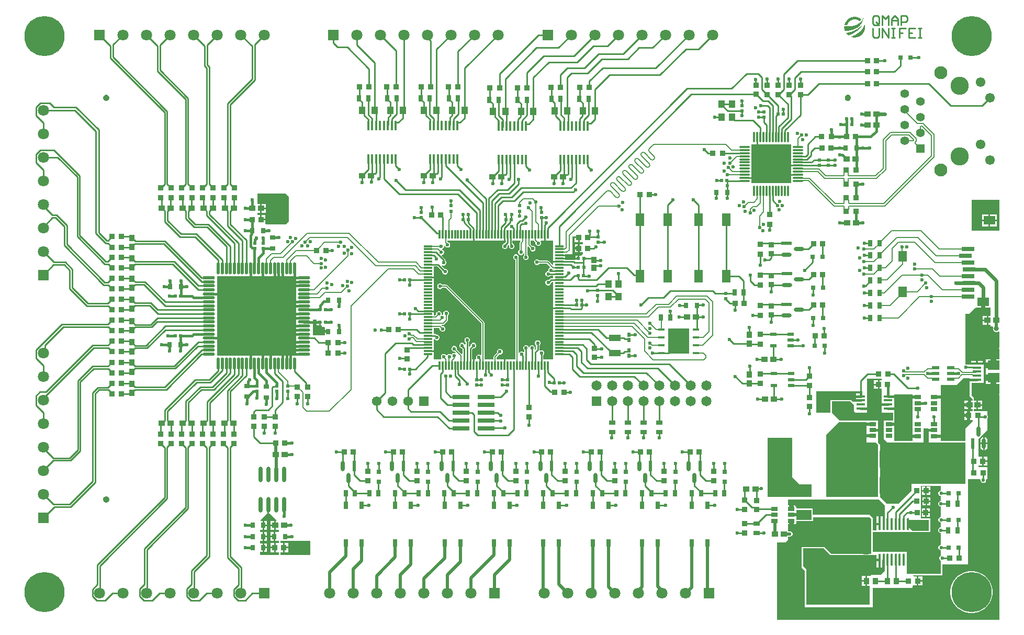
<source format=gbr>
%TF.GenerationSoftware,Altium Limited,Altium Designer,24.2.2 (26)*%
G04 Layer_Physical_Order=1*
G04 Layer_Color=255*
%FSLAX45Y45*%
%MOMM*%
%TF.SameCoordinates,A2E2EA48-9257-4B33-8537-14B19699C7D1*%
%TF.FilePolarity,Positive*%
%TF.FileFunction,Copper,L1,Top,Signal*%
%TF.Part,Single*%
G01*
G75*
%TA.AperFunction,Conductor*%
%ADD10C,0.18697*%
%ADD11C,0.50000*%
%TA.AperFunction,SMDPad,CuDef*%
%ADD12R,0.35000X1.35000*%
%ADD13R,1.35000X0.35000*%
%ADD14R,1.90000X1.40000*%
%ADD15R,2.00000X0.80000*%
%ADD16R,1.40000X1.80000*%
%ADD17R,1.65872X0.62684*%
G04:AMPARAMS|DCode=18|XSize=1.65872mm|YSize=0.62684mm|CornerRadius=0.31342mm|HoleSize=0mm|Usage=FLASHONLY|Rotation=0.000|XOffset=0mm|YOffset=0mm|HoleType=Round|Shape=RoundedRectangle|*
%AMROUNDEDRECTD18*
21,1,1.65872,0.00000,0,0,0.0*
21,1,1.03188,0.62684,0,0,0.0*
1,1,0.62684,0.51594,0.00000*
1,1,0.62684,-0.51594,0.00000*
1,1,0.62684,-0.51594,0.00000*
1,1,0.62684,0.51594,0.00000*
%
%ADD18ROUNDEDRECTD18*%
%ADD19R,1.10000X1.30000*%
%ADD20R,0.85872X0.91213*%
%ADD21R,0.91213X0.85872*%
G04:AMPARAMS|DCode=22|XSize=0.3mm|YSize=1.65mm|CornerRadius=0.0495mm|HoleSize=0mm|Usage=FLASHONLY|Rotation=90.000|XOffset=0mm|YOffset=0mm|HoleType=Round|Shape=RoundedRectangle|*
%AMROUNDEDRECTD22*
21,1,0.30000,1.55100,0,0,90.0*
21,1,0.20100,1.65000,0,0,90.0*
1,1,0.09900,0.77550,0.10050*
1,1,0.09900,0.77550,-0.10050*
1,1,0.09900,-0.77550,-0.10050*
1,1,0.09900,-0.77550,0.10050*
%
%ADD22ROUNDEDRECTD22*%
G04:AMPARAMS|DCode=23|XSize=0.3mm|YSize=1.65mm|CornerRadius=0.0495mm|HoleSize=0mm|Usage=FLASHONLY|Rotation=180.000|XOffset=0mm|YOffset=0mm|HoleType=Round|Shape=RoundedRectangle|*
%AMROUNDEDRECTD23*
21,1,0.30000,1.55100,0,0,180.0*
21,1,0.20100,1.65000,0,0,180.0*
1,1,0.09900,-0.10050,0.77550*
1,1,0.09900,0.10050,0.77550*
1,1,0.09900,0.10050,-0.77550*
1,1,0.09900,-0.10050,-0.77550*
%
%ADD23ROUNDEDRECTD23*%
%ADD24R,1.80620X1.35443*%
%ADD25R,0.95822X1.00650*%
%ADD26R,2.79000X0.74000*%
%ADD27R,0.57247X0.61535*%
%ADD28R,0.61535X0.57247*%
%ADD29R,1.00000X1.25000*%
%ADD30R,0.80000X1.00000*%
%ADD31R,0.95814X0.96213*%
%ADD32R,1.40000X0.45000*%
%ADD33R,1.84600X2.15000*%
%ADD34R,0.75000X1.00000*%
%ADD35R,0.80000X0.80000*%
%ADD36R,0.90000X1.05000*%
%ADD37R,0.95650X0.96213*%
%ADD38R,0.93504X0.96213*%
%ADD39R,0.96213X0.93504*%
G04:AMPARAMS|DCode=40|XSize=1.1mm|YSize=0.6mm|CornerRadius=0.051mm|HoleSize=0mm|Usage=FLASHONLY|Rotation=0.000|XOffset=0mm|YOffset=0mm|HoleType=Round|Shape=RoundedRectangle|*
%AMROUNDEDRECTD40*
21,1,1.10000,0.49800,0,0,0.0*
21,1,0.99800,0.60000,0,0,0.0*
1,1,0.10200,0.49900,-0.24900*
1,1,0.10200,-0.49900,-0.24900*
1,1,0.10200,-0.49900,0.24900*
1,1,0.10200,0.49900,0.24900*
%
%ADD40ROUNDEDRECTD40*%
%ADD41R,3.06000X2.66000*%
G04:AMPARAMS|DCode=42|XSize=1.95543mm|YSize=0.42077mm|CornerRadius=0.21038mm|HoleSize=0mm|Usage=FLASHONLY|Rotation=90.000|XOffset=0mm|YOffset=0mm|HoleType=Round|Shape=RoundedRectangle|*
%AMROUNDEDRECTD42*
21,1,1.95543,0.00000,0,0,90.0*
21,1,1.53467,0.42077,0,0,90.0*
1,1,0.42077,0.00000,0.76733*
1,1,0.42077,0.00000,-0.76733*
1,1,0.42077,0.00000,-0.76733*
1,1,0.42077,0.00000,0.76733*
%
%ADD42ROUNDEDRECTD42*%
%ADD43R,0.42077X1.95543*%
%ADD44R,1.90292X2.70620*%
%ADD45R,2.90000X5.40000*%
%ADD46R,2.20000X2.15000*%
%ADD47R,1.45620X1.25464*%
%ADD48R,0.95872X0.91213*%
%ADD49R,1.13108X0.91213*%
%ADD50R,1.20000X0.60000*%
%ADD51R,1.00000X0.80000*%
%ADD52R,1.00650X0.95822*%
%ADD53R,1.40000X2.10000*%
%ADD54R,1.10000X0.45000*%
%ADD55R,3.50000X4.10000*%
%ADD56R,0.66213X0.91213*%
%ADD57R,1.90000X1.10000*%
%ADD58R,0.61213X0.68106*%
%ADD59R,0.91213X0.95872*%
%ADD60R,1.95524X0.49493*%
G04:AMPARAMS|DCode=61|XSize=1.95524mm|YSize=0.49493mm|CornerRadius=0.24746mm|HoleSize=0mm|Usage=FLASHONLY|Rotation=0.000|XOffset=0mm|YOffset=0mm|HoleType=Round|Shape=RoundedRectangle|*
%AMROUNDEDRECTD61*
21,1,1.95524,0.00000,0,0,0.0*
21,1,1.46031,0.49493,0,0,0.0*
1,1,0.49493,0.73015,0.00000*
1,1,0.49493,-0.73015,0.00000*
1,1,0.49493,-0.73015,0.00000*
1,1,0.49493,0.73015,0.00000*
%
%ADD61ROUNDEDRECTD61*%
G04:AMPARAMS|DCode=62|XSize=0.49493mm|YSize=1.95524mm|CornerRadius=0.24746mm|HoleSize=0mm|Usage=FLASHONLY|Rotation=0.000|XOffset=0mm|YOffset=0mm|HoleType=Round|Shape=RoundedRectangle|*
%AMROUNDEDRECTD62*
21,1,0.49493,1.46031,0,0,0.0*
21,1,0.00000,1.95524,0,0,0.0*
1,1,0.49493,0.00000,-0.73015*
1,1,0.49493,0.00000,-0.73015*
1,1,0.49493,0.00000,0.73015*
1,1,0.49493,0.00000,0.73015*
%
%ADD62ROUNDEDRECTD62*%
%ADD63R,1.10000X0.60000*%
%ADD64R,0.91213X0.95814*%
%ADD65R,0.96213X0.95650*%
%ADD66R,0.95814X0.91213*%
%ADD67R,0.91213X1.13108*%
%ADD68R,0.41000X1.60000*%
%ADD69R,0.80000X0.80000*%
%ADD70R,1.35000X0.40000*%
%ADD71R,1.90000X1.50000*%
%ADD72R,0.91213X0.66213*%
G04:AMPARAMS|DCode=73|XSize=1.65872mm|YSize=0.62684mm|CornerRadius=0.31342mm|HoleSize=0mm|Usage=FLASHONLY|Rotation=90.000|XOffset=0mm|YOffset=0mm|HoleType=Round|Shape=RoundedRectangle|*
%AMROUNDEDRECTD73*
21,1,1.65872,0.00000,0,0,90.0*
21,1,1.03188,0.62684,0,0,90.0*
1,1,0.62684,0.00000,0.51594*
1,1,0.62684,0.00000,-0.51594*
1,1,0.62684,0.00000,-0.51594*
1,1,0.62684,0.00000,0.51594*
%
%ADD73ROUNDEDRECTD73*%
%ADD74R,0.62684X1.65872*%
%ADD75R,0.80000X1.20000*%
%ADD76O,0.70000X2.50000*%
%TA.AperFunction,Conductor*%
%ADD77C,0.45000*%
%ADD78C,0.25400*%
%ADD79C,0.55000*%
%ADD80C,0.18700*%
%ADD81C,0.60000*%
%ADD82C,0.17780*%
%ADD83C,0.40000*%
%ADD84C,0.35000*%
%ADD85C,0.15159*%
%ADD86C,0.18697*%
%ADD87C,0.49500*%
%TA.AperFunction,NonConductor*%
%ADD88C,0.25400*%
%TA.AperFunction,ComponentPad*%
%ADD89R,1.40000X1.40000*%
%ADD90C,1.40000*%
%ADD91C,1.55000*%
%ADD92C,2.10000*%
%ADD93C,2.95000*%
%ADD94R,1.80000X1.80000*%
%ADD95C,1.80000*%
%ADD96R,1.80000X1.80000*%
%ADD97C,1.65000*%
%ADD98C,6.50000*%
%ADD99C,1.70000*%
%ADD100R,1.70000X1.70000*%
%ADD101C,1.45000*%
%ADD102R,1.65000X1.65000*%
%ADD103C,1.57000*%
%ADD104R,1.57000X1.57000*%
%TA.AperFunction,ViaPad*%
%ADD105C,0.60000*%
%ADD106C,1.00000*%
%ADD107C,0.80000*%
G36*
X15620592Y11811122D02*
X15639027Y11810321D01*
X15644640Y11807916D01*
X15653857Y11806713D01*
X15656664Y11805511D01*
X15660670Y11803908D01*
X15665881Y11802706D01*
X15668687Y11801503D01*
X15672694Y11799900D01*
X15677905Y11797896D01*
X15679108Y11796693D01*
X15685521Y11794289D01*
X15689529Y11791884D01*
X15700751Y11785471D01*
X15716383Y11773848D01*
X15717184Y11771443D01*
X15716383Y11769038D01*
X15713979Y11766633D01*
X15713176Y11765030D01*
X15710771Y11762625D01*
X15709970Y11761022D01*
X15706363Y11756613D01*
X15704359Y11753808D01*
X15701955Y11751403D01*
X15701553Y11750201D01*
X15699950Y11749399D01*
X15697946Y11747395D01*
X15697545Y11746192D01*
X15695943Y11745391D01*
X15694740Y11744189D01*
X15693938Y11742585D01*
X15690331Y11741383D01*
X15685922Y11744990D01*
X15679509Y11748998D01*
X15675101Y11751804D01*
X15673497Y11753407D01*
X15669089Y11754609D01*
X15666283Y11757415D01*
X15662274Y11758217D01*
X15660670Y11759820D01*
X15656664Y11761423D01*
X15652655Y11762225D01*
X15651051Y11763828D01*
X15645441Y11765431D01*
X15640631Y11766232D01*
X15635020Y11768637D01*
X15618988Y11769439D01*
X15616583Y11770241D01*
X15594138Y11769439D01*
X15591733Y11768637D01*
X15581313Y11767836D01*
X15579710Y11766232D01*
X15576503Y11765431D01*
X15570090Y11764630D01*
X15565282Y11761423D01*
X15560471Y11760621D01*
X15555661Y11757415D01*
X15552455Y11756613D01*
X15547646Y11753407D01*
X15545239Y11752605D01*
X15542836Y11750201D01*
X15537224Y11746994D01*
X15532816Y11743387D01*
X15531613Y11742185D01*
X15530009Y11741383D01*
X15527605Y11738978D01*
X15526003Y11738176D01*
X15516785Y11728958D01*
X15515982Y11727355D01*
X15514378Y11726553D01*
X15513577Y11724950D01*
X15510371Y11721744D01*
X15507967Y11717736D01*
X15506363Y11716132D01*
X15503958Y11712124D01*
X15500751Y11706513D01*
X15499149Y11704910D01*
X15497946Y11700501D01*
X15495943Y11698497D01*
X15493536Y11692084D01*
Y11691283D01*
X15491934Y11689679D01*
X15489529Y11680060D01*
X15485120Y11674048D01*
X15472694Y11675250D01*
X15463075Y11676052D01*
X15447044Y11676854D01*
X15445441Y11678457D01*
X15446242Y11680862D01*
X15447845Y11684870D01*
X15449048Y11692485D01*
X15450652Y11696493D01*
X15451854Y11700100D01*
X15452655Y11703307D01*
X15455862Y11710521D01*
X15457866Y11715731D01*
X15459068Y11716934D01*
X15460670Y11720942D01*
X15461473Y11722545D01*
X15465482Y11729760D01*
X15467886Y11733768D01*
X15468687Y11735371D01*
X15470290Y11736974D01*
X15471092Y11738577D01*
X15476303Y11746192D01*
X15478307Y11748196D01*
X15479108Y11749800D01*
X15482715Y11754209D01*
X15483919Y11755411D01*
X15484718Y11757014D01*
X15486324Y11757816D01*
X15487125Y11759419D01*
X15496342Y11768637D01*
X15497946Y11769439D01*
X15501955Y11773447D01*
X15503557Y11774249D01*
X15505962Y11776653D01*
X15507565Y11777455D01*
X15518788Y11785471D01*
X15520390Y11786273D01*
X15526003Y11789479D01*
X15527605Y11791082D01*
X15532816Y11793086D01*
X15534018Y11794289D01*
X15538026Y11795892D01*
X15546844Y11799900D01*
X15550050Y11800702D01*
X15555661Y11803106D01*
X15562074Y11804710D01*
X15567685Y11807114D01*
X15576102Y11808317D01*
X15580110Y11809920D01*
X15590932Y11811122D01*
X15618185Y11811924D01*
X15620592Y11811122D01*
D02*
G37*
G36*
X15748447Y11797094D02*
X15749249Y11793888D01*
X15747646Y11773848D01*
X15745241Y11768237D01*
X15744440Y11760221D01*
X15743637Y11757014D01*
X15742033Y11755411D01*
X15741232Y11752205D01*
X15740431Y11746593D01*
X15737225Y11741784D01*
X15736423Y11736172D01*
X15733215Y11731363D01*
X15732414Y11727355D01*
X15730009Y11724950D01*
X15728006Y11719740D01*
X15726804Y11718537D01*
X15722797Y11711323D01*
X15711974Y11694890D01*
X15709970Y11692886D01*
X15709167Y11691283D01*
X15706764Y11688878D01*
X15705962Y11687275D01*
X15702354Y11682866D01*
X15699548Y11680060D01*
X15698747Y11678457D01*
X15691533Y11671243D01*
X15690730Y11669639D01*
X15689529Y11668437D01*
X15688327Y11668036D01*
X15687524Y11666433D01*
X15682315Y11661223D01*
X15680711Y11660421D01*
X15674300Y11654008D01*
X15672694Y11653207D01*
X15669489Y11650000D01*
X15667886Y11649198D01*
X15666283Y11647595D01*
X15664679Y11646794D01*
X15653458Y11638778D01*
X15649449Y11636373D01*
X15643839Y11633166D01*
X15642233Y11631563D01*
X15628607Y11624349D01*
X15608566Y11614730D01*
X15599750Y11610722D01*
X15596542Y11609920D01*
X15590932Y11607515D01*
X15587724Y11606713D01*
X15580511Y11603507D01*
X15574500Y11602305D01*
X15570892Y11600301D01*
X15567685Y11599499D01*
X15561272Y11598697D01*
X15559669Y11597094D01*
X15556464Y11596293D01*
X15550851Y11595491D01*
X15546042Y11594690D01*
X15542033Y11593086D01*
X15538828Y11592285D01*
X15528006Y11591082D01*
X15521191Y11589078D01*
X15517986Y11588277D01*
X15497144Y11587475D01*
X15494739Y11586673D01*
X15483116Y11585471D01*
X15452254Y11585070D01*
X15448647Y11587876D01*
X15447446Y11594690D01*
X15445842Y11598697D01*
X15445039Y11601904D01*
X15444238Y11612325D01*
X15443437Y11618737D01*
X15442635Y11622746D01*
X15441833Y11627555D01*
X15441434Y11635972D01*
Y11636774D01*
X15442233Y11658417D01*
X15443437Y11659619D01*
X15449850Y11658818D01*
X15452254Y11658016D01*
X15460271Y11657214D01*
X15515581Y11656413D01*
X15517986Y11657214D01*
X15547646Y11658016D01*
X15551653Y11659619D01*
X15554860Y11660421D01*
X15567685Y11661223D01*
X15572095Y11662425D01*
X15576503Y11664429D01*
X15586925Y11665230D01*
X15594138Y11668437D01*
X15601353Y11669239D01*
X15608566Y11672445D01*
X15614178Y11673247D01*
X15621393Y11676453D01*
X15625401Y11677255D01*
X15629408Y11679659D01*
X15632616Y11680461D01*
X15650250Y11688477D01*
X15651854Y11689279D01*
X15659068Y11693287D01*
X15660670Y11694890D01*
X15665881Y11696894D01*
X15667886Y11698898D01*
X15673497Y11702104D01*
X15681113Y11707315D01*
X15683919Y11709319D01*
X15685521Y11710922D01*
X15689529Y11713327D01*
X15691132Y11714930D01*
X15692735Y11715731D01*
X15695943Y11718938D01*
X15697545Y11719740D01*
X15704761Y11726954D01*
X15705962Y11727355D01*
X15706764Y11728958D01*
X15707967Y11730160D01*
X15709569Y11730962D01*
X15713577Y11735772D01*
X15717986Y11740180D01*
X15718788Y11741784D01*
X15721191Y11744189D01*
X15721994Y11745792D01*
X15723598Y11747395D01*
X15724399Y11748998D01*
X15730009Y11757014D01*
X15730812Y11758617D01*
X15733215Y11762625D01*
X15736423Y11768237D01*
X15741232Y11778657D01*
X15742033Y11781864D01*
X15744440Y11789880D01*
X15746042Y11797094D01*
X15747244Y11798297D01*
X15748447Y11797094D01*
D02*
G37*
G36*
X15731613Y11677655D02*
X15730812Y11675250D01*
X15729208Y11673647D01*
X15726003Y11668036D01*
X15724399Y11666433D01*
X15721994Y11662425D01*
X15717986Y11656814D01*
X15714378Y11652405D01*
X15713176Y11651203D01*
X15709970Y11645591D01*
X15707967Y11642786D01*
X15706363Y11641984D01*
X15705161Y11640782D01*
X15704359Y11639178D01*
X15700751Y11635571D01*
X15700351Y11635170D01*
X15696342Y11631162D01*
X15695541Y11629559D01*
X15689128Y11623146D01*
X15688327Y11621543D01*
X15683919Y11617134D01*
X15682315Y11616333D01*
X15670290Y11604309D01*
X15668687Y11603507D01*
X15662274Y11597094D01*
X15660670Y11596293D01*
X15656664Y11592285D01*
X15655060Y11591483D01*
X15653458Y11589880D01*
X15649449Y11587475D01*
X15647044Y11585070D01*
X15645441Y11584269D01*
X15642233Y11581062D01*
X15640631Y11580261D01*
X15638226Y11577856D01*
X15634218Y11575451D01*
X15632616Y11573848D01*
X15628607Y11571443D01*
X15627003Y11569840D01*
X15622997Y11567435D01*
X15617384Y11563427D01*
X15606161Y11557014D01*
X15603757Y11554609D01*
X15600551Y11553808D01*
X15598146Y11551403D01*
X15594138Y11549800D01*
X15591733Y11547395D01*
X15588527Y11546593D01*
X15583717Y11543387D01*
X15579710Y11541784D01*
X15570892Y11536974D01*
X15566884Y11535371D01*
X15562875Y11532966D01*
X15558868Y11531363D01*
X15550050Y11527355D01*
X15547646Y11526553D01*
X15542033Y11524148D01*
X15533215Y11520140D01*
X15530009Y11519339D01*
X15526003Y11516934D01*
X15519589Y11515331D01*
X15515581Y11512926D01*
X15509970Y11512124D01*
X15505962Y11512926D01*
X15503557Y11515331D01*
X15501955Y11516132D01*
X15499149Y11518136D01*
X15498347Y11519739D01*
X15495943Y11521343D01*
X15495140Y11522946D01*
X15492336Y11524950D01*
X15491132Y11526152D01*
X15490730Y11527355D01*
X15489128Y11528156D01*
X15487125Y11530962D01*
X15483919Y11534168D01*
X15483116Y11535771D01*
X15479910Y11538978D01*
X15479108Y11540581D01*
X15477505Y11542184D01*
X15476703Y11543788D01*
X15473497Y11548597D01*
X15474298Y11550200D01*
X15475500Y11551403D01*
X15485922Y11552204D01*
X15493137Y11553006D01*
X15495541Y11555411D01*
X15501152Y11556212D01*
X15509970Y11557014D01*
X15512375Y11559419D01*
X15524399Y11561022D01*
X15526804Y11563427D01*
X15530009Y11564229D01*
X15537224Y11565030D01*
X15538828Y11566633D01*
X15542033Y11567435D01*
X15548447Y11568236D01*
X15552455Y11570641D01*
X15555661Y11571443D01*
X15560471Y11572245D01*
X15562875Y11574649D01*
X15569688Y11575852D01*
X15574899Y11578657D01*
X15579710Y11579459D01*
X15584518Y11582665D01*
X15589330Y11583467D01*
X15593336Y11585872D01*
X15599750Y11588277D01*
X15613377Y11594690D01*
X15617384Y11597094D01*
X15621393Y11598697D01*
X15625401Y11601102D01*
X15639027Y11608317D01*
X15644640Y11611523D01*
X15646243Y11613126D01*
X15653458Y11617134D01*
X15661473Y11621944D01*
X15663075Y11622746D01*
X15665482Y11625150D01*
X15667084Y11625952D01*
X15672694Y11629960D01*
X15674300Y11630762D01*
X15676703Y11633166D01*
X15679509Y11634369D01*
X15680312Y11635972D01*
X15684319Y11638377D01*
X15685120Y11639980D01*
X15689931Y11641583D01*
X15690730Y11643187D01*
X15691934Y11644389D01*
X15693536Y11645190D01*
X15697545Y11649198D01*
X15699149Y11650000D01*
X15701553Y11652405D01*
X15703156Y11653207D01*
X15707565Y11656814D01*
X15708768Y11658016D01*
X15710371Y11658818D01*
X15711974Y11660421D01*
X15713577Y11661223D01*
X15715179Y11663627D01*
X15716785Y11664429D01*
X15727205Y11674850D01*
X15728809Y11675651D01*
X15730009Y11676854D01*
X15730411Y11678056D01*
X15731613Y11677655D01*
D02*
G37*
G36*
X15770090Y11692084D02*
X15770892Y11688878D01*
X15771693Y11678457D01*
X15774098Y11672846D01*
X15774899Y11645591D01*
X15774098Y11618337D01*
X15773297Y11615932D01*
X15771693Y11610321D01*
X15770892Y11604710D01*
X15770090Y11599900D01*
X15767686Y11594289D01*
X15766483Y11589078D01*
X15763676Y11582265D01*
X15762875Y11579058D01*
X15759669Y11574249D01*
X15758868Y11570241D01*
X15756464Y11567836D01*
X15755661Y11564629D01*
X15754860Y11563026D01*
X15752455Y11560621D01*
X15750851Y11556613D01*
X15749249Y11555010D01*
X15746443Y11549800D01*
X15744839Y11548998D01*
X15742033Y11544589D01*
X15736423Y11537375D01*
X15733215Y11534168D01*
X15732414Y11532565D01*
X15719189Y11519339D01*
X15717586Y11518537D01*
X15714378Y11515331D01*
X15712776Y11514529D01*
X15710371Y11512124D01*
X15708768Y11511323D01*
X15706764Y11510120D01*
X15705962Y11508517D01*
X15701553Y11505711D01*
X15695943Y11502505D01*
X15693536Y11500100D01*
X15691533Y11499699D01*
X15691132Y11499299D01*
X15680711Y11493687D01*
X15676703Y11492084D01*
X15669489Y11488878D01*
X15666283Y11488076D01*
X15664679Y11487274D01*
X15663075Y11485671D01*
X15659869Y11484870D01*
X15653458Y11484068D01*
X15649449Y11481663D01*
X15646243Y11480862D01*
X15635020Y11480060D01*
X15629408Y11477655D01*
X15623798Y11476854D01*
X15586122Y11477655D01*
X15582114Y11479258D01*
X15578908Y11480060D01*
X15573297Y11480862D01*
X15566081Y11481663D01*
X15560471Y11484068D01*
X15556863Y11486072D01*
X15558066Y11487274D01*
X15561272Y11488076D01*
X15563676Y11488878D01*
X15593336Y11504108D01*
X15597345Y11506513D01*
X15608566Y11512926D01*
X15615782Y11516934D01*
X15624599Y11522545D01*
X15626202Y11523347D01*
X15627806Y11524950D01*
X15633417Y11528156D01*
X15635020Y11529760D01*
X15639027Y11532164D01*
X15647044Y11537776D01*
X15648647Y11538577D01*
X15651051Y11540982D01*
X15652655Y11541784D01*
X15654259Y11543387D01*
X15655862Y11544188D01*
X15660271Y11547796D01*
X15661473Y11548998D01*
X15663075Y11549800D01*
X15666283Y11553006D01*
X15667886Y11553808D01*
X15670290Y11556212D01*
X15674300Y11558617D01*
X15675902Y11560220D01*
X15677505Y11561022D01*
X15681512Y11565030D01*
X15683116Y11565832D01*
X15684718Y11568236D01*
X15686324Y11569038D01*
X15689529Y11572245D01*
X15691132Y11573046D01*
X15694339Y11576252D01*
X15695943Y11577054D01*
X15714780Y11595892D01*
X15715581Y11597495D01*
X15718788Y11600701D01*
X15719589Y11602305D01*
X15721191Y11603106D01*
X15721994Y11604710D01*
X15726003Y11608717D01*
X15726804Y11610321D01*
X15729208Y11612726D01*
X15730009Y11614329D01*
X15738026Y11625551D01*
X15738828Y11627154D01*
X15741232Y11629559D01*
X15747646Y11640782D01*
X15751653Y11647996D01*
X15753258Y11652004D01*
X15755661Y11656012D01*
X15757265Y11660020D01*
X15758066Y11663227D01*
X15759669Y11664830D01*
X15760471Y11668036D01*
X15761273Y11672846D01*
X15762875Y11674449D01*
X15764479Y11678457D01*
X15765282Y11688076D01*
X15766884Y11689679D01*
X15768887Y11693287D01*
X15770090Y11692084D01*
D02*
G37*
G36*
X15528323Y10542388D02*
X15542387Y10528323D01*
X15550000Y10509945D01*
Y10500000D01*
Y10490054D01*
X15542387Y10471677D01*
X15528323Y10457612D01*
X15509946Y10450000D01*
X15490054D01*
X15471677Y10457612D01*
X15457613Y10471677D01*
X15450000Y10490054D01*
Y10500000D01*
Y10509945D01*
X15457613Y10528323D01*
X15471677Y10542388D01*
X15490054Y10550000D01*
X15509946D01*
X15528323Y10542388D01*
D02*
G37*
G36*
X3528323D02*
X3542388Y10528323D01*
X3550000Y10509945D01*
Y10500000D01*
Y10490054D01*
X3542388Y10471677D01*
X3528323Y10457612D01*
X3509945Y10450000D01*
X3490054D01*
X3471677Y10457612D01*
X3457612Y10471677D01*
X3450000Y10490054D01*
Y10500000D01*
Y10509945D01*
X3457612Y10528323D01*
X3471677Y10542388D01*
X3490054Y10550000D01*
X3509945D01*
X3528323Y10542388D01*
D02*
G37*
G36*
X14580000Y9124142D02*
X14570000Y9120000D01*
X13939999D01*
Y9750000D01*
X14580000D01*
Y9124142D01*
D02*
G37*
G36*
X6450000Y8900000D02*
Y8500000D01*
X6400000Y8450000D01*
X6086017D01*
X6076006Y8456494D01*
Y8517299D01*
X6002700D01*
Y8529999D01*
X5990000D01*
Y8603507D01*
X5950000D01*
Y8636689D01*
X5989886D01*
Y8710001D01*
Y8783311D01*
X5950000D01*
Y8950000D01*
X6400000D01*
X6450000Y8900000D01*
D02*
G37*
G36*
X17950000Y8350000D02*
X17500000D01*
Y8850000D01*
X17950000D01*
Y8350000D01*
D02*
G37*
G36*
X10730000Y7803466D02*
X10718267Y7798606D01*
X10659319Y7857554D01*
X10651265Y7862936D01*
X10641764Y7864826D01*
X10508424D01*
X10508149Y7865490D01*
X10495490Y7878149D01*
X10478951Y7885000D01*
X10461049D01*
X10444509Y7878149D01*
X10431851Y7865490D01*
X10425000Y7848951D01*
Y7831049D01*
X10431851Y7814510D01*
X10444509Y7801851D01*
X10461049Y7795000D01*
X10478951D01*
X10495490Y7801851D01*
X10508149Y7814510D01*
X10508424Y7815175D01*
X10631481D01*
X10679987Y7766669D01*
X10677007Y7751688D01*
X10669135Y7748427D01*
X10656477Y7735769D01*
X10649626Y7719229D01*
Y7701327D01*
X10638874Y7694099D01*
X10624510Y7688149D01*
X10611851Y7675490D01*
X10605000Y7658951D01*
Y7641049D01*
X10611851Y7624510D01*
X10624510Y7611851D01*
X10641049Y7605000D01*
X10658951D01*
X10675490Y7611851D01*
X10685397Y7621758D01*
X10730000D01*
Y7578243D01*
X10699363D01*
X10688554Y7576093D01*
X10679392Y7569971D01*
X10679391Y7569970D01*
X10662819Y7553398D01*
X10658951Y7555000D01*
X10641049D01*
X10624510Y7548149D01*
X10611851Y7535490D01*
X10605000Y7518951D01*
Y7501049D01*
X10611851Y7484510D01*
X10624510Y7471851D01*
X10641049Y7465000D01*
X10658951D01*
X10675490Y7471851D01*
X10688149Y7484510D01*
X10695000Y7501049D01*
Y7505696D01*
X10711061Y7521757D01*
X10730000D01*
Y6270000D01*
X10569493D01*
Y6335853D01*
X10578149Y6344510D01*
X10585000Y6361049D01*
Y6378951D01*
X10578149Y6395490D01*
X10565490Y6408149D01*
X10548951Y6415000D01*
X10531049D01*
X10518989Y6410005D01*
X10507890Y6417629D01*
X10507631Y6418000D01*
X10508243Y6421077D01*
Y6494603D01*
X10518149Y6504509D01*
X10525000Y6521049D01*
Y6538951D01*
X10518149Y6555490D01*
X10505491Y6568149D01*
X10488951Y6575000D01*
X10471049D01*
X10454510Y6568149D01*
X10441851Y6555490D01*
X10435000Y6538951D01*
Y6521049D01*
X10441851Y6504509D01*
X10451757Y6494603D01*
Y6432776D01*
X10440767Y6421785D01*
X10430000Y6428979D01*
X10435000Y6441049D01*
Y6458951D01*
X10428149Y6475490D01*
X10415490Y6488149D01*
X10398951Y6495000D01*
X10381049D01*
X10364510Y6488149D01*
X10351851Y6475490D01*
X10346733Y6463135D01*
X10333267D01*
X10328149Y6475490D01*
X10315490Y6488149D01*
X10298951Y6495000D01*
X10281049D01*
X10264510Y6488149D01*
X10251851Y6475490D01*
X10245000Y6458951D01*
Y6441049D01*
X10251851Y6424510D01*
X10263007Y6413353D01*
Y6388593D01*
X10250307Y6383332D01*
X10245490Y6388149D01*
X10228951Y6395000D01*
X10211049D01*
X10194509Y6388149D01*
X10181851Y6375490D01*
X10180025Y6371084D01*
X10167325Y6373610D01*
Y7893686D01*
X10168149Y7894509D01*
X10175000Y7911049D01*
Y7928951D01*
X10168149Y7945490D01*
X10155490Y7958149D01*
X10138951Y7965000D01*
X10121049D01*
X10104510Y7958149D01*
X10091851Y7945490D01*
X10085000Y7928951D01*
Y7911049D01*
X10091851Y7894509D01*
X10104510Y7881851D01*
X10117674Y7876398D01*
Y6270000D01*
X9817325D01*
Y6302217D01*
X9860384Y6345275D01*
X9861049Y6345000D01*
X9878951D01*
X9895490Y6351851D01*
X9908149Y6364509D01*
X9915000Y6381049D01*
Y6398951D01*
X9908149Y6415490D01*
X9895490Y6428149D01*
X9878951Y6435000D01*
X9861049D01*
X9844510Y6428149D01*
X9831851Y6415490D01*
X9825000Y6398951D01*
Y6381049D01*
X9825275Y6380384D01*
X9774946Y6330054D01*
X9769564Y6322000D01*
X9767674Y6312500D01*
Y6270000D01*
X9617325D01*
Y6857500D01*
X9615436Y6867000D01*
X9610054Y6875055D01*
X9017554Y7467554D01*
X9009500Y7472936D01*
X9000000Y7474826D01*
X8938425D01*
X8938150Y7475490D01*
X8925491Y7488149D01*
X8908951Y7494999D01*
X8891050D01*
X8874510Y7488149D01*
X8861851Y7475490D01*
X8855001Y7458951D01*
Y7441049D01*
X8861851Y7424509D01*
X8874510Y7411851D01*
X8891050Y7405000D01*
X8908951D01*
X8925491Y7411851D01*
X8938150Y7424509D01*
X8938425Y7425175D01*
X8989717D01*
X9567675Y6847217D01*
Y6342559D01*
X9555941Y6337698D01*
X9555490Y6338149D01*
X9538951Y6345000D01*
X9521049D01*
X9504510Y6338149D01*
X9491851Y6325491D01*
X9485000Y6308951D01*
Y6291049D01*
X9488458Y6282700D01*
X9479972Y6270000D01*
X9420743D01*
Y6429494D01*
X9436249Y6445000D01*
X9448951D01*
X9465490Y6451851D01*
X9478149Y6464510D01*
X9485000Y6481049D01*
Y6498951D01*
X9478149Y6515490D01*
X9465490Y6528149D01*
X9448951Y6535000D01*
X9431049D01*
X9414509Y6528149D01*
X9401851Y6515490D01*
X9395000Y6498951D01*
Y6483634D01*
X9383443Y6472077D01*
X9370743Y6477337D01*
Y6547103D01*
X9378149Y6554510D01*
X9385000Y6571049D01*
Y6588951D01*
X9378149Y6605490D01*
X9365491Y6618149D01*
X9348951Y6625000D01*
X9331049D01*
X9314510Y6618149D01*
X9301851Y6605490D01*
X9295000Y6588951D01*
Y6571049D01*
X9301851Y6554510D01*
X9314257Y6542104D01*
Y6509789D01*
X9301557Y6507263D01*
X9298149Y6515490D01*
X9285490Y6528149D01*
X9268951Y6535000D01*
X9251049D01*
X9234510Y6528149D01*
X9221851Y6515490D01*
X9215000Y6498951D01*
Y6481049D01*
X9221851Y6464510D01*
X9234510Y6451851D01*
X9251049Y6445000D01*
X9255696D01*
X9264257Y6436439D01*
Y6358812D01*
X9251557Y6353552D01*
X9174724Y6430384D01*
X9175000Y6431049D01*
Y6448951D01*
X9168149Y6465490D01*
X9155490Y6478149D01*
X9138951Y6485000D01*
X9121049D01*
X9104510Y6478149D01*
X9091851Y6465490D01*
X9085000Y6448951D01*
Y6431049D01*
X9091851Y6414510D01*
X9104510Y6401851D01*
X9121049Y6395000D01*
X9138951D01*
X9139616Y6395276D01*
X9155159Y6379733D01*
X9147965Y6368966D01*
X9138951Y6372700D01*
X9121049D01*
X9104510Y6365849D01*
X9091851Y6353190D01*
X9089956Y6348617D01*
X9077500Y6346139D01*
X9075490Y6348149D01*
X9058951Y6355000D01*
X9041049D01*
X9024510Y6348149D01*
X9011851Y6335491D01*
X9011350Y6334281D01*
X8998650D01*
X8998149Y6335491D01*
X8985491Y6348149D01*
X8968951Y6355000D01*
X8951049D01*
X8934510Y6348149D01*
X8921851Y6335491D01*
X8915000Y6318951D01*
Y6301049D01*
X8921851Y6284510D01*
X8923661Y6282700D01*
X8918400Y6270000D01*
X8800000D01*
Y6589934D01*
X8808665Y6593279D01*
X8812700Y6593661D01*
X8824510Y6581851D01*
X8841049Y6575000D01*
X8858951D01*
X8875491Y6581851D01*
X8888149Y6594510D01*
X8895000Y6611049D01*
Y6628951D01*
X8888149Y6645490D01*
X8875491Y6658149D01*
X8858951Y6665000D01*
X8844942D01*
X8839970Y6669972D01*
X8830807Y6676094D01*
X8819999Y6678244D01*
X8819998Y6678244D01*
X8800000D01*
Y6775800D01*
X8885213D01*
X8895000Y6768951D01*
Y6751049D01*
X8901851Y6734510D01*
X8914509Y6721851D01*
X8931049Y6715000D01*
X8948951D01*
X8965490Y6721851D01*
X8978149Y6734510D01*
X8985000Y6751049D01*
Y6768951D01*
X8978149Y6785490D01*
X8965490Y6798149D01*
X8948951Y6805000D01*
X8931049D01*
X8930819Y6804905D01*
X8922221Y6813502D01*
X8927056Y6825175D01*
X8950001D01*
X8959501Y6827065D01*
X8967555Y6832446D01*
X9017554Y6882446D01*
X9022936Y6890500D01*
X9024825Y6900000D01*
Y6971576D01*
X9025490Y6971851D01*
X9038149Y6984510D01*
X9045000Y7001049D01*
Y7018951D01*
X9038149Y7035490D01*
X9025490Y7048149D01*
X9008951Y7055000D01*
X8991049D01*
X8974510Y7048149D01*
X8961851Y7035490D01*
X8955000Y7018951D01*
Y7001049D01*
X8956537Y6997340D01*
X8946816Y6987620D01*
X8940288Y6990324D01*
X8925485D01*
X8925000Y6991049D01*
Y7008951D01*
X8918149Y7025490D01*
X8905490Y7038149D01*
X8888951Y7045000D01*
X8871049D01*
X8854510Y7038149D01*
X8841851Y7025490D01*
X8835000Y7008951D01*
Y6991049D01*
X8835276Y6990384D01*
X8820343Y6975451D01*
X8800000D01*
Y7771758D01*
X8858300D01*
X8937819Y7692240D01*
Y7678230D01*
X8944670Y7661691D01*
X8957329Y7649032D01*
X8973868Y7642181D01*
X8991770D01*
X9008309Y7649032D01*
X9020968Y7661691D01*
X9027819Y7678230D01*
Y7696132D01*
X9020968Y7712671D01*
X9008309Y7725330D01*
X8991770Y7732181D01*
X8977760D01*
X8929947Y7779995D01*
X8937141Y7790761D01*
X8951049Y7785000D01*
X8968951D01*
X8985491Y7791851D01*
X8998149Y7804510D01*
X9005000Y7821049D01*
Y7838951D01*
X8998149Y7855491D01*
X8986289Y7867351D01*
Y7873554D01*
X8984139Y7884362D01*
X8978017Y7893524D01*
X8978016Y7893525D01*
X8928274Y7943267D01*
X8932876Y7956626D01*
X8945490Y7961851D01*
X8958149Y7974510D01*
X8965000Y7991049D01*
Y8008951D01*
X8958149Y8025490D01*
X8945490Y8038149D01*
X8933135Y8043267D01*
Y8056733D01*
X8945490Y8061851D01*
X8958149Y8074510D01*
X8965000Y8091049D01*
Y8102005D01*
X8977700Y8104531D01*
X8981851Y8094510D01*
X8994510Y8081851D01*
X9011049Y8075000D01*
X9028951D01*
X9045490Y8081851D01*
X9058149Y8094510D01*
X9065000Y8111049D01*
Y8128951D01*
X9058149Y8145490D01*
X9045490Y8158149D01*
X9028951Y8165000D01*
X9019471D01*
X9017325Y8167146D01*
Y8190000D01*
X9964257D01*
Y8163561D01*
X9945696Y8145000D01*
X9941049D01*
X9924509Y8138149D01*
X9911851Y8125490D01*
X9905000Y8108951D01*
Y8091049D01*
X9911851Y8074510D01*
X9924509Y8061851D01*
X9941049Y8055000D01*
X9958951D01*
X9975490Y8061851D01*
X9988149Y8074510D01*
X9995000Y8091049D01*
Y8108951D01*
X9993398Y8112819D01*
X9995784Y8115206D01*
X10011632Y8113554D01*
X10015000Y8108951D01*
Y8091049D01*
X10021851Y8074510D01*
X10034510Y8061851D01*
X10051049Y8055000D01*
X10068951D01*
X10085490Y8061851D01*
X10098149Y8074510D01*
X10105000Y8091049D01*
Y8108951D01*
X10098149Y8125490D01*
X10085490Y8138149D01*
X10070743Y8144258D01*
Y8190000D01*
X10198897D01*
X10203757Y8178267D01*
X10192446Y8166955D01*
X10187064Y8158901D01*
X10185174Y8149401D01*
Y8038424D01*
X10184509Y8038149D01*
X10171851Y8025490D01*
X10165000Y8008951D01*
Y7991049D01*
X10171851Y7974510D01*
X10184509Y7961851D01*
X10201049Y7955000D01*
X10218951D01*
X10235490Y7961851D01*
X10248149Y7974510D01*
X10253724Y7987970D01*
X10266424Y7985444D01*
Y7958942D01*
X10264510Y7958149D01*
X10251851Y7945490D01*
X10245000Y7928951D01*
Y7911049D01*
X10251851Y7894509D01*
X10264510Y7881851D01*
X10281049Y7875000D01*
X10298951D01*
X10315490Y7881851D01*
X10328149Y7894509D01*
X10335000Y7911049D01*
Y7928951D01*
X10328149Y7945490D01*
X10316075Y7957564D01*
Y8090856D01*
X10328775Y8096116D01*
X10355276Y8069616D01*
X10355000Y8068951D01*
Y8051049D01*
X10361851Y8034509D01*
X10374510Y8021851D01*
X10391049Y8015000D01*
X10408951D01*
X10425490Y8021851D01*
X10438149Y8034509D01*
X10445000Y8051049D01*
Y8068951D01*
X10438149Y8085490D01*
X10425490Y8098149D01*
X10408951Y8105000D01*
X10391049D01*
X10390384Y8104724D01*
X10367325Y8127783D01*
Y8190000D01*
X10419166D01*
X10419564Y8188000D01*
X10424946Y8179946D01*
X10445276Y8159616D01*
X10445000Y8158951D01*
Y8141049D01*
X10451851Y8124510D01*
X10464510Y8111851D01*
X10481049Y8105000D01*
X10498951D01*
X10515491Y8111851D01*
X10528149Y8124510D01*
X10535000Y8141049D01*
Y8158951D01*
X10528149Y8175490D01*
X10526340Y8177300D01*
X10531600Y8190000D01*
X10730000D01*
Y7803466D01*
D02*
G37*
G36*
X11073994Y8252700D02*
X11147300D01*
Y8240000D01*
X11160000D01*
Y8166493D01*
X11210000D01*
Y8129320D01*
X11164829D01*
Y8065714D01*
Y8002107D01*
X11210000D01*
Y7980000D01*
X11176625Y7946625D01*
X11152700D01*
Y7900001D01*
X11140000D01*
Y7887301D01*
X11091233D01*
Y7880511D01*
X11090000Y7880000D01*
X10922900D01*
Y7887301D01*
X10830000D01*
Y7912701D01*
X10922900D01*
Y7937301D01*
X10830000D01*
Y7962701D01*
X10922900D01*
Y7970000D01*
X11040000D01*
Y8260000D01*
X11073994D01*
Y8252700D01*
D02*
G37*
G36*
X6900977Y6882700D02*
X6957144D01*
Y6870000D01*
X6969844D01*
Y6815976D01*
X6990000D01*
Y6790000D01*
X7028513D01*
X7039394Y6785606D01*
Y6745000D01*
X7092500D01*
Y6695000D01*
X7039394D01*
Y6660000D01*
X6840000D01*
Y6910000D01*
X6900977D01*
Y6882700D01*
D02*
G37*
G36*
X17725002Y7105600D02*
X17810001D01*
Y6973311D01*
X17770116D01*
Y6900000D01*
Y6826689D01*
X17810001D01*
Y6800000D01*
X17845625D01*
X17853291Y6787300D01*
X17847586Y6773526D01*
Y6751646D01*
X17855959Y6731431D01*
X17871431Y6715959D01*
X17891646Y6707586D01*
X17913525D01*
X17933742Y6715959D01*
X17937300Y6719518D01*
X17950000Y6714258D01*
Y6452781D01*
X17937300Y6448928D01*
X17929941Y6459942D01*
X17911617Y6472186D01*
X17900000Y6474497D01*
Y6430001D01*
X17867702D01*
Y6430000D01*
X17950000D01*
Y6300000D01*
X17950000D01*
Y6270400D01*
X17905000D01*
Y6170001D01*
X17855000D01*
Y6120001D01*
X17734599D01*
Y6069601D01*
Y6020001D01*
X17855000D01*
Y5970001D01*
X17905000D01*
Y5869600D01*
X17950000D01*
Y5840000D01*
X17950000D01*
Y5710000D01*
X17867702D01*
Y5710000D01*
X17900003D01*
Y5665505D01*
X17911617Y5667815D01*
X17929941Y5680059D01*
X17937300Y5691072D01*
X17950000Y5687220D01*
Y2050000D01*
X14350000D01*
Y3300000D01*
X14489999D01*
X14530000Y3340000D01*
Y3393493D01*
X14542700Y3398458D01*
X14551048Y3395000D01*
X14568951D01*
X14585490Y3401851D01*
X14598149Y3414510D01*
X14605000Y3431049D01*
Y3448951D01*
X14598149Y3465490D01*
X14585490Y3478149D01*
X14568951Y3485000D01*
X14551048D01*
X14542700Y3481542D01*
X14530000Y3486507D01*
Y3594818D01*
X14535100Y3599003D01*
X14545000D01*
Y3655000D01*
X14624998D01*
Y3599003D01*
X14634898D01*
X14646800Y3601370D01*
X14656888Y3608111D01*
X14663629Y3618200D01*
X14665997Y3630100D01*
Y3648342D01*
X14670000Y3650000D01*
X14939999D01*
Y3709999D01*
X14939999Y3710000D01*
X15850000D01*
X15880000Y3680000D01*
Y3120000D01*
X15230000D01*
X15120000Y3230000D01*
X14750000D01*
Y2900000D01*
X14800000Y2850000D01*
Y2250000D01*
X15900000D01*
Y2570000D01*
X16550000D01*
Y2596670D01*
X16556947Y2606493D01*
X16562700Y2606493D01*
X16617471D01*
Y2680000D01*
Y2753507D01*
X16566602D01*
X16560439Y2761011D01*
X16558875Y2766207D01*
X16560838Y2770000D01*
X17030000D01*
Y2950000D01*
X17439999D01*
Y4330000D01*
X17638147D01*
X17645203Y4319440D01*
X17645000Y4318951D01*
Y4301049D01*
X17651851Y4284510D01*
X17664510Y4271851D01*
X17681049Y4265000D01*
X17698952D01*
X17715491Y4271851D01*
X17728149Y4284510D01*
X17735001Y4301049D01*
Y4318951D01*
X17734798Y4319440D01*
X17741853Y4330000D01*
X17760001D01*
Y4520000D01*
X17610001D01*
Y4546494D01*
X17668840D01*
Y4620000D01*
X17681540D01*
D01*
X17668840D01*
Y4693507D01*
X17610001D01*
Y4970000D01*
X17760001Y5120000D01*
Y5318978D01*
X17764999Y5331049D01*
Y5348951D01*
X17760001Y5361022D01*
Y5430000D01*
X17539999D01*
Y5458994D01*
X17581351D01*
Y5530000D01*
Y5601007D01*
X17539999D01*
Y5640000D01*
X17500000Y5680000D01*
Y5890000D01*
X17700000D01*
Y6180000D01*
X17677901D01*
Y6182501D01*
X17585001D01*
X17492101D01*
Y6180000D01*
X17431021D01*
X17418951Y6185000D01*
X17401048D01*
X17400000Y6185701D01*
Y7000000D01*
X17460001D01*
X17559534Y7099534D01*
X17569601Y7105600D01*
Y7105600D01*
X17569601Y7105600D01*
X17655000D01*
Y7201000D01*
X17725002D01*
Y7105600D01*
D02*
G37*
G36*
X6570000Y6330000D02*
X5290000D01*
Y7610000D01*
X6570000D01*
Y6330000D01*
D02*
G37*
G36*
X15730000Y5720000D02*
X15630000D01*
Y5580000D01*
X15580000D01*
X15550000Y5610000D01*
X15220000D01*
Y5400000D01*
X14989999D01*
Y5750000D01*
X15730000D01*
Y5720000D01*
D02*
G37*
G36*
X16050000Y5931006D02*
X16010030D01*
Y5860000D01*
Y5788994D01*
X16050000D01*
Y5400000D01*
X16230000D01*
Y5280000D01*
X16080000D01*
Y4980000D01*
X16139999Y4920000D01*
X16720000D01*
Y5150000D01*
X16797069D01*
X16809003Y5144900D01*
Y5095100D01*
X16810001Y5090088D01*
Y4920000D01*
X17400000D01*
Y4250000D01*
X16530000D01*
Y4139999D01*
X16320000Y3930000D01*
X16130000D01*
X16020000Y4040000D01*
Y4890000D01*
X15989999Y4920000D01*
Y5280000D01*
X15360001D01*
X15239999Y5400000D01*
Y5590000D01*
X15539999D01*
X15600000Y5530000D01*
Y5420000D01*
X15620000Y5400000D01*
X15810001D01*
Y5950000D01*
X16050000D01*
Y5931006D01*
D02*
G37*
G36*
X17470000Y5670000D02*
X17520000Y5620000D01*
Y5601007D01*
X17490948D01*
Y5530000D01*
Y5458994D01*
X17520000D01*
Y5431006D01*
X17477328D01*
Y5360000D01*
Y5288993D01*
X17520000D01*
Y5270000D01*
X17400000Y5150000D01*
Y4950000D01*
X17000000D01*
Y5850000D01*
X17260001D01*
X17370000Y5960000D01*
X17470000D01*
Y5670000D01*
D02*
G37*
G36*
X16550000Y5684913D02*
X16549004Y5679900D01*
Y5630100D01*
X16550000Y5625087D01*
Y5054911D01*
X16549004Y5049900D01*
Y5000100D01*
X16550000Y4995088D01*
Y4950000D01*
X16250000D01*
Y5700000D01*
X16550000D01*
Y5684913D01*
D02*
G37*
G36*
X15800000Y4920000D02*
X15950000D01*
X15989999Y4880000D01*
X15989999Y4040000D01*
X15150000D01*
Y5050000D01*
X15350000Y5250000D01*
X15800000D01*
Y4920000D01*
D02*
G37*
G36*
X14600000Y4360000D02*
X14720000Y4240000D01*
X14910001D01*
Y4200000D01*
Y4040000D01*
X14200000D01*
Y5000000D01*
X14600000D01*
Y4360000D01*
D02*
G37*
G36*
X3528323Y4042388D02*
X3542388Y4028322D01*
X3550000Y4009945D01*
Y4000000D01*
Y3990054D01*
X3542388Y3971677D01*
X3528323Y3957612D01*
X3509945Y3950000D01*
X3490054D01*
X3471677Y3957612D01*
X3457612Y3971677D01*
X3450000Y3990054D01*
Y4000000D01*
Y4009945D01*
X3457612Y4028322D01*
X3471677Y4042388D01*
X3490054Y4050000D01*
X3509945D01*
X3528323Y4042388D01*
D02*
G37*
G36*
X6133943Y3765943D02*
X6144811Y3768104D01*
X6148800Y3770770D01*
X6160000Y3764783D01*
Y3760000D01*
X6253989Y3666011D01*
X6248729Y3653311D01*
X6244858D01*
Y3580000D01*
Y3506689D01*
X6290000D01*
Y3473301D01*
X6278250Y3471007D01*
X6277300Y3471007D01*
X6232444D01*
Y3400000D01*
Y3328994D01*
X6277300D01*
X6278250Y3328993D01*
X6290000Y3326699D01*
Y3293506D01*
X6240001D01*
Y3220000D01*
Y3146493D01*
X6290000D01*
Y3100000D01*
X5990000D01*
Y3148994D01*
X6029543D01*
Y3220000D01*
Y3291007D01*
X5990000D01*
Y3328994D01*
X6029543D01*
Y3400000D01*
Y3471007D01*
X5990000D01*
Y3508993D01*
X6029543D01*
Y3580000D01*
Y3651006D01*
X5998948D01*
X5993706Y3663706D01*
X6090000Y3760000D01*
X6102700Y3767105D01*
X6108543Y3765943D01*
Y3915000D01*
X6133943D01*
Y3765943D01*
D02*
G37*
G36*
X14910001Y3670000D02*
X14670000D01*
Y3720000D01*
X14670000D01*
X14665961Y3724921D01*
X14665977Y3725000D01*
X14584999D01*
Y3775000D01*
X14665977D01*
X14665961Y3775079D01*
X14670000Y3780000D01*
X14670000D01*
Y3830000D01*
X14910001D01*
Y3670000D01*
D02*
G37*
G36*
X16097324Y3902679D02*
X16097324Y3730000D01*
X15960001D01*
Y3500000D01*
X15900000D01*
Y3700000D01*
X15850000Y3750000D01*
X14930000D01*
Y3850000D01*
X14670000D01*
X14665997Y3851658D01*
Y3869900D01*
X14663629Y3881800D01*
X14656888Y3891889D01*
X14646800Y3898630D01*
X14634898Y3900998D01*
X14624998D01*
Y3845000D01*
X14545000D01*
Y3900998D01*
X14535100D01*
X14530000Y3905183D01*
Y4000000D01*
X16000003D01*
X16097324Y3902679D01*
D02*
G37*
G36*
X16810001Y3490000D02*
X16539999D01*
X16500000Y3530000D01*
X16450000D01*
Y3670000D01*
X16810001D01*
Y3490000D01*
D02*
G37*
G36*
X6800000Y3100000D02*
X6320000D01*
Y3146493D01*
X6359999D01*
Y3220000D01*
Y3293506D01*
X6320000D01*
Y3330000D01*
X6800000D01*
Y3100000D01*
D02*
G37*
G36*
X17000000Y4142566D02*
X16984509Y4136149D01*
X16971851Y4123490D01*
X16964999Y4106951D01*
Y4089049D01*
X16971851Y4072510D01*
X16984509Y4059851D01*
X17000000Y4053434D01*
Y3975000D01*
X16996049D01*
X16979509Y3968149D01*
X16966850Y3955490D01*
X16960001Y3938951D01*
Y3921049D01*
X16966850Y3904510D01*
X16979509Y3891851D01*
X16996049Y3885000D01*
X17000000D01*
Y3714565D01*
X16984509Y3708149D01*
X16971851Y3695490D01*
X16964999Y3678951D01*
Y3661049D01*
X16971851Y3644510D01*
X16984509Y3631851D01*
X17000000Y3625435D01*
Y3547000D01*
X16996049D01*
X16979509Y3540149D01*
X16966850Y3527491D01*
X16960001Y3510951D01*
Y3493049D01*
X16966850Y3476510D01*
X16979509Y3463851D01*
X16996049Y3457000D01*
X17000000D01*
Y3264565D01*
X16984509Y3258149D01*
X16971851Y3245490D01*
X16964999Y3228951D01*
Y3211049D01*
X16971851Y3194509D01*
X16984509Y3181851D01*
X17000000Y3175434D01*
Y3085778D01*
X16999945Y3085756D01*
X16987286Y3073097D01*
X16980437Y3056558D01*
Y3038656D01*
X16987286Y3022116D01*
X16999945Y3009458D01*
X17000000Y3009435D01*
Y2800000D01*
X16450000D01*
Y3150000D01*
X15900000D01*
Y3470000D01*
X16830000D01*
Y3690000D01*
X16680000D01*
Y3726893D01*
X16680212D01*
Y3853106D01*
X16680000D01*
Y4079393D01*
X16680264D01*
Y4200606D01*
X16680000D01*
Y4220000D01*
X17000000D01*
Y4142566D01*
D02*
G37*
G36*
X15220000Y3100000D02*
X15727089D01*
Y3097261D01*
X15852911D01*
Y3100000D01*
X15966061D01*
Y3042461D01*
X16012500D01*
Y3022461D01*
X16032500D01*
Y2899290D01*
X16057500D01*
Y3022462D01*
X16097501D01*
Y2892676D01*
X16100000Y2890800D01*
Y2850000D01*
X16030000Y2780000D01*
X15880000D01*
X15857899Y2757900D01*
X15810201D01*
Y2679999D01*
Y2602100D01*
X15850000D01*
Y2300000D01*
X14830000D01*
Y2870000D01*
X14780000Y2920000D01*
Y3210000D01*
X15110001D01*
X15220000Y3100000D01*
D02*
G37*
%LPC*%
G36*
X6078311Y8783311D02*
X6015286D01*
Y8722701D01*
X6078311D01*
Y8783311D01*
D02*
G37*
G36*
Y8697301D02*
X6015286D01*
Y8636689D01*
X6078311D01*
Y8697301D01*
D02*
G37*
G36*
X6076006Y8603507D02*
X6015400D01*
Y8542699D01*
X6076006D01*
Y8603507D01*
D02*
G37*
G36*
X17910400Y8611400D02*
X17802699D01*
Y8528700D01*
X17910400D01*
Y8611400D01*
D02*
G37*
G36*
X17777299D02*
X17669600D01*
Y8528700D01*
X17777299D01*
Y8611400D01*
D02*
G37*
G36*
X17910400Y8503300D02*
X17802699D01*
Y8420600D01*
X17910400D01*
Y8503300D01*
D02*
G37*
G36*
X17777299D02*
X17669600D01*
Y8420600D01*
X17777299D01*
Y8503300D01*
D02*
G37*
G36*
X11134600Y8227300D02*
X11073994D01*
Y8166493D01*
X11134600D01*
Y8227300D01*
D02*
G37*
G36*
X11129829Y8129320D02*
X11081394D01*
Y8083214D01*
X11129829D01*
Y8129320D01*
D02*
G37*
G36*
Y8048214D02*
X11081394D01*
Y8002107D01*
X11129829D01*
Y8048214D01*
D02*
G37*
G36*
X11127300Y7946625D02*
X11091233D01*
Y7912701D01*
X11127300D01*
Y7946625D01*
D02*
G37*
G36*
X6944444Y6857300D02*
X6900977D01*
Y6815976D01*
X6944444D01*
Y6857300D01*
D02*
G37*
G36*
X17744714Y6973311D02*
X17681689D01*
Y6912700D01*
X17744714D01*
Y6973311D01*
D02*
G37*
G36*
Y6887300D02*
X17681689D01*
Y6826689D01*
X17744714D01*
Y6887300D01*
D02*
G37*
G36*
X17809998Y6474496D02*
X17798384Y6472186D01*
X17780058Y6459942D01*
X17767815Y6441616D01*
X17765504Y6430000D01*
X17765508D01*
X17766045Y6432700D01*
X17809998D01*
Y6474496D01*
D02*
G37*
G36*
X17805000Y6270400D02*
X17734599D01*
Y6220001D01*
X17805000D01*
Y6270400D01*
D02*
G37*
G36*
X17677901Y6245400D02*
X17602501D01*
Y6217501D01*
X17677901D01*
Y6245400D01*
D02*
G37*
G36*
X17567500D02*
X17492101D01*
Y6217501D01*
X17567500D01*
Y6245400D01*
D02*
G37*
G36*
X17805000Y5920001D02*
X17734599D01*
Y5869600D01*
X17805000D01*
Y5920001D01*
D02*
G37*
G36*
X17765508Y5710000D02*
X17765504D01*
X17767815Y5698384D01*
X17780058Y5680059D01*
X17798384Y5667815D01*
X17810001Y5665504D01*
Y5707300D01*
X17766045D01*
X17765508Y5710000D01*
D02*
G37*
G36*
X17676006Y5601007D02*
X17606750D01*
Y5542700D01*
X17676006D01*
Y5601007D01*
D02*
G37*
G36*
Y5517300D02*
X17606750D01*
Y5458994D01*
X17676006D01*
Y5517300D01*
D02*
G37*
G36*
X17714200Y5011581D02*
Y4917359D01*
X17759354D01*
Y4956253D01*
X17754950Y4978392D01*
X17742409Y4997161D01*
X17723639Y5009703D01*
X17714200Y5011581D01*
D02*
G37*
G36*
X17688800Y5011580D02*
X17679359Y5009703D01*
X17660591Y4997161D01*
X17648050Y4978392D01*
X17643646Y4956253D01*
Y4917359D01*
X17688800D01*
Y5011580D01*
D02*
G37*
G36*
Y4891959D02*
X17643646D01*
Y4853065D01*
X17648050Y4830926D01*
X17660591Y4812156D01*
X17679359Y4799615D01*
X17688800Y4797738D01*
Y4891959D01*
D02*
G37*
G36*
X17759354D02*
X17714200D01*
Y4797737D01*
X17723639Y4799615D01*
X17742409Y4812156D01*
X17754950Y4830926D01*
X17759354Y4853065D01*
Y4891959D01*
D02*
G37*
G36*
X17753691Y4693507D02*
X17694240D01*
Y4632700D01*
X17753691D01*
Y4693507D01*
D02*
G37*
G36*
Y4607300D02*
X17694240D01*
Y4546494D01*
X17753691D01*
Y4607300D01*
D02*
G37*
G36*
X16642871Y2753507D02*
Y2692700D01*
X16703397D01*
Y2753507D01*
X16642871D01*
D02*
G37*
G36*
X16703397Y2667300D02*
X16642871D01*
Y2606493D01*
X16703397D01*
Y2667300D01*
D02*
G37*
G36*
X17526759Y2840000D02*
X17473241D01*
X17420383Y2831628D01*
X17369485Y2815090D01*
X17321802Y2790794D01*
X17278505Y2759337D01*
X17240663Y2721495D01*
X17209206Y2678199D01*
X17184911Y2630515D01*
X17168372Y2579617D01*
X17160001Y2526759D01*
Y2473241D01*
X17168372Y2420383D01*
X17184911Y2369485D01*
X17209206Y2321801D01*
X17240663Y2278505D01*
X17278505Y2240663D01*
X17321802Y2209206D01*
X17369485Y2184910D01*
X17420383Y2168372D01*
X17473241Y2160000D01*
X17526759D01*
X17579617Y2168372D01*
X17630515Y2184910D01*
X17678198Y2209206D01*
X17721495Y2240663D01*
X17759337Y2278505D01*
X17790794Y2321801D01*
X17815089Y2369485D01*
X17831628Y2420383D01*
X17839999Y2473241D01*
Y2526759D01*
X17831628Y2579617D01*
X17815089Y2630515D01*
X17790794Y2678199D01*
X17759337Y2721495D01*
X17721495Y2759337D01*
X17678198Y2790794D01*
X17630515Y2815090D01*
X17579617Y2831628D01*
X17526759Y2840000D01*
D02*
G37*
G36*
X15984628Y5931006D02*
X15923994D01*
Y5872700D01*
X15984628D01*
Y5931006D01*
D02*
G37*
G36*
Y5847300D02*
X15923994D01*
Y5788994D01*
X15984628D01*
Y5847300D01*
D02*
G37*
G36*
X17440948Y5601007D02*
X17383994D01*
Y5555000D01*
X17440948D01*
Y5601007D01*
D02*
G37*
G36*
Y5505000D02*
X17383994D01*
Y5458994D01*
X17440948D01*
Y5505000D01*
D02*
G37*
G36*
X17427328Y5431006D02*
X17383994D01*
Y5385000D01*
X17427328D01*
Y5431006D01*
D02*
G37*
G36*
Y5335000D02*
X17383994D01*
Y5288993D01*
X17427328D01*
Y5335000D01*
D02*
G37*
G36*
X6100750Y3651006D02*
X6054943D01*
Y3592700D01*
X6100750D01*
Y3651006D01*
D02*
G37*
G36*
X6219458Y3653311D02*
X6156433D01*
Y3592700D01*
X6219458D01*
Y3653311D01*
D02*
G37*
G36*
X6100750Y3567300D02*
X6054943D01*
Y3508993D01*
X6100750D01*
Y3567300D01*
D02*
G37*
G36*
X6219458D02*
X6156433D01*
Y3506689D01*
X6219458D01*
Y3567300D01*
D02*
G37*
G36*
X6100750Y3471007D02*
X6054943D01*
Y3412700D01*
X6100750D01*
Y3471007D01*
D02*
G37*
G36*
X6207044D02*
X6161237D01*
Y3412700D01*
X6207044D01*
Y3471007D01*
D02*
G37*
G36*
X6100750Y3387300D02*
X6054943D01*
Y3328994D01*
X6100750D01*
Y3387300D01*
D02*
G37*
G36*
X6207044D02*
X6161237D01*
Y3328994D01*
X6207044D01*
Y3387300D01*
D02*
G37*
G36*
X6100750Y3291007D02*
X6054943D01*
Y3232700D01*
X6100750D01*
Y3291007D01*
D02*
G37*
G36*
X6214601Y3293506D02*
X6153994D01*
Y3232700D01*
X6214601D01*
Y3293506D01*
D02*
G37*
G36*
X6100750Y3207300D02*
X6054943D01*
Y3148994D01*
X6100750D01*
Y3207300D01*
D02*
G37*
G36*
X6214601Y3207300D02*
X6153994D01*
Y3146493D01*
X6214601D01*
Y3207300D01*
D02*
G37*
G36*
X6446006Y3293506D02*
X6385399D01*
Y3232700D01*
X6446006D01*
Y3293506D01*
D02*
G37*
G36*
Y3207300D02*
X6385399D01*
Y3146493D01*
X6446006D01*
Y3207300D01*
D02*
G37*
G36*
X16830606Y4205606D02*
X16775371D01*
Y4152699D01*
X16830606D01*
Y4205606D01*
D02*
G37*
G36*
X16749971D02*
X16694736D01*
Y4152699D01*
X16749971D01*
Y4205606D01*
D02*
G37*
G36*
X16830606Y4127299D02*
X16775371D01*
Y4074393D01*
X16830606D01*
Y4127299D01*
D02*
G37*
G36*
X16749971D02*
X16694736D01*
Y4074393D01*
X16749971D01*
Y4127299D01*
D02*
G37*
G36*
X16832936Y4035606D02*
X16782701D01*
Y3982699D01*
X16832936D01*
Y4035606D01*
D02*
G37*
G36*
X16757301D02*
X16707063D01*
Y3982699D01*
X16757301D01*
Y4035606D01*
D02*
G37*
G36*
X16832936Y3957299D02*
X16782701D01*
Y3904393D01*
X16832936D01*
Y3957299D01*
D02*
G37*
G36*
X16757301D02*
X16707063D01*
Y3904393D01*
X16757301D01*
Y3957299D01*
D02*
G37*
G36*
X16828291Y3858106D02*
X16774239D01*
Y3802700D01*
X16828291D01*
Y3858106D01*
D02*
G37*
G36*
X16748839D02*
X16694788D01*
Y3802700D01*
X16748839D01*
Y3858106D01*
D02*
G37*
G36*
X16828291Y3777300D02*
X16774239D01*
Y3721893D01*
X16828291D01*
Y3777300D01*
D02*
G37*
G36*
X16748839D02*
X16694788D01*
Y3721893D01*
X16748839D01*
Y3777300D01*
D02*
G37*
G36*
X15992500Y3002461D02*
X15966061D01*
Y2899290D01*
X15992500D01*
Y3002461D01*
D02*
G37*
G36*
X15784801Y2757900D02*
X15727100D01*
Y2692699D01*
X15784801D01*
Y2757900D01*
D02*
G37*
G36*
Y2667299D02*
X15727100D01*
Y2602100D01*
X15784801D01*
Y2667299D01*
D02*
G37*
%LPD*%
D10*
X12288133Y9678133D02*
G03*
X12288133Y9628992I24571J-24571D01*
G01*
X12362847Y9505136D02*
G03*
X12362847Y9554278I-24571J24571D01*
G01*
X12313705Y9505136D02*
G03*
X12362847Y9505136I24571J24571D01*
G01*
X12208852Y9609989D02*
G03*
X12159711Y9609989I-24571J-24571D01*
G01*
X12159711Y9609989D02*
G03*
X12159711Y9560847I24571J-24571D01*
G01*
X12285227Y9386190D02*
G03*
X12285227Y9435332I-24571J24571D01*
G01*
X12236084Y9386190D02*
G03*
X12285227Y9386190I24571J24571D01*
G01*
X12110569Y9511706D02*
G03*
X12061427Y9511706I-24571J-24571D01*
G01*
X12061427Y9511706D02*
G03*
X12061427Y9462564I24571J-24571D01*
G01*
X12186943Y9287906D02*
G03*
X12186943Y9337048I-24571J24571D01*
G01*
X12137801Y9287906D02*
G03*
X12186943Y9287906I24571J24571D01*
G01*
X12012285Y9413422D02*
G03*
X11963143Y9413422I-24571J-24571D01*
G01*
X11963144Y9413422D02*
G03*
X11963143Y9364280I24571J-24571D01*
G01*
X12088660Y9189623D02*
G03*
X12088660Y9238765I-24571J24571D01*
G01*
X12039517Y9189622D02*
G03*
X12088660Y9189623I24571J24571D01*
G01*
X11914002Y9315139D02*
G03*
X11864860Y9315139I-24571J-24571D01*
G01*
X11864860Y9315139D02*
G03*
X11864860Y9265997I24571J-24571D01*
G01*
X11990376Y9091339D02*
G03*
X11990376Y9140481I-24571J24571D01*
G01*
X11941234Y9091339D02*
G03*
X11990376Y9091339I24571J24571D01*
G01*
X11815718Y9216855D02*
G03*
X11766576Y9216855I-24571J-24571D01*
G01*
X11766577Y9216855D02*
G03*
X11766576Y9167713I24571J-24571D01*
G01*
X11892093Y8993056D02*
G03*
X11892093Y9042198I-24571J24571D01*
G01*
X11842950Y8993055D02*
G03*
X11892093Y8993056I24571J24571D01*
G01*
X11717435Y9118572D02*
G03*
X11668293Y9118572I-24571J-24571D01*
G01*
X11668293Y9118572D02*
G03*
X11668293Y9069430I24571J-24571D01*
G01*
X11793809Y8894772D02*
G03*
X11793809Y8943914I-24571J24571D01*
G01*
X11744667Y8894772D02*
G03*
X11793809Y8894772I24571J24571D01*
G01*
X11649291Y8990149D02*
G03*
X11600149Y8990149I-24571J-24571D01*
G01*
X16380000Y7630000D02*
X16792345D01*
X16660001Y7280000D02*
X17439999D01*
X7410000Y7940000D02*
Y8040000D01*
X6862500Y7392500D02*
X7410000Y7940000D01*
X6860000Y7820000D02*
X6980000D01*
X14070000Y8400000D02*
Y8590000D01*
X14132391Y8652392D01*
X13963139Y8740000D02*
X14020000D01*
X13919102Y8695964D02*
X13963139Y8740000D01*
X14020000D02*
X14082391Y8802392D01*
Y8997501D01*
X13980000Y8810000D02*
X14032391Y8862392D01*
X13820000Y8740000D02*
X13889999Y8810000D01*
X13980000D01*
X14032391Y8862392D02*
Y8997501D01*
X13919102Y8639103D02*
Y8695964D01*
X13917918Y8637918D02*
X13919102Y8639103D01*
X13563033Y9373033D02*
X13631064Y9305001D01*
X13824892D01*
X13552081Y9257918D02*
X13552699Y9257301D01*
X13822592D01*
X13588467Y9443588D02*
X13699879Y9555001D01*
X13822592Y9257301D02*
X13824892Y9255001D01*
X13699879Y9555001D02*
X13824892D01*
X10442500Y8197500D02*
Y8287501D01*
Y8197500D02*
X10490000Y8150000D01*
X7900000Y7840000D02*
X8510000D01*
X8599999Y7750001D01*
X8705000D01*
X7400000Y8240000D02*
X7860000Y7780000D01*
X7430000Y8310000D02*
X7900000Y7840000D01*
X7460000Y5780000D02*
Y7130000D01*
X8000000Y7670000D01*
X6789334Y8240000D02*
X7400000D01*
X9092500Y6163752D02*
X9096135Y6167386D01*
Y6246135D02*
X9130000Y6280000D01*
X9096135Y6167386D02*
Y6246135D01*
X9130000Y6280000D02*
Y6327700D01*
X9042500Y6163752D02*
X9046250Y6167501D01*
Y6306250D01*
X9050000Y6310000D01*
X9000000Y6900000D02*
Y7010000D01*
X8950001Y6850001D02*
X9000000Y6900000D01*
X7110000Y5430000D02*
X7460000Y5780000D01*
X6697548Y7392500D02*
X6862500D01*
X10492500Y8287501D02*
Y8447500D01*
X10448565Y8491435D02*
X10492500Y8447500D01*
X10940000Y8070000D02*
Y8330000D01*
X11544396Y8934396D01*
X10920001Y8050001D02*
X10940000Y8070000D01*
X10830000Y8050001D02*
X10920001D01*
X12288133Y9678133D02*
X12336047Y9726047D01*
X12288133Y9628992D02*
X12362847Y9554278D01*
X12208852Y9609989D02*
X12313705Y9505136D01*
X12208852Y9609989D02*
X12208852Y9609989D01*
X12159711D02*
X12159711Y9609989D01*
X12159711Y9560847D02*
X12159711Y9560848D01*
X12285227Y9435332D01*
X12285226Y9435331D02*
X12285227Y9435332D01*
X12236084Y9386190D02*
X12236085Y9386190D01*
X12110569Y9511706D02*
X12236085Y9386190D01*
X12110569Y9511705D02*
X12110569Y9511706D01*
X12061427D02*
X12061427Y9511706D01*
X12061427Y9462564D02*
X12061427Y9462564D01*
X12186943Y9337048D01*
X12186943Y9337048D02*
X12186943Y9337048D01*
X12137801Y9287906D02*
X12137801Y9287906D01*
X12012285Y9413422D02*
X12137801Y9287906D01*
X12012285Y9413422D02*
X12012285Y9413422D01*
X11963143D02*
X11963144Y9413422D01*
X11963143Y9364280D02*
X11963144Y9364280D01*
X12088660Y9238765D01*
X12088659Y9238764D02*
X12088660Y9238765D01*
X12039517Y9189622D02*
X12039518Y9189623D01*
X11914002Y9315139D02*
X12039518Y9189623D01*
X11914002Y9315138D02*
X11914002Y9315139D01*
X11864860D02*
X11864860Y9315139D01*
X11864860Y9265997D02*
X11864860Y9265997D01*
X11990376Y9140481D01*
X11990376Y9140481D02*
X11990376Y9140481D01*
X11941234Y9091339D02*
X11941234Y9091339D01*
X11815718Y9216855D02*
X11941234Y9091339D01*
X11815718Y9216855D02*
X11815718Y9216855D01*
X11766576D02*
X11766577Y9216855D01*
X11766576Y9167713D02*
X11766577Y9167713D01*
X11892093Y9042198D01*
X11892092Y9042197D02*
X11892093Y9042198D01*
X11842950Y8993055D02*
X11842951Y8993056D01*
X11717435Y9118572D02*
X11842951Y8993056D01*
X11717435Y9118571D02*
X11717435Y9118572D01*
X11668293D02*
X11668293Y9118572D01*
X11668293Y9069430D02*
X11668293Y9069430D01*
X11793809Y8943914D01*
X11793809Y8943914D02*
X11793809Y8943914D01*
X11744667Y8894772D02*
X11744667Y8894772D01*
X11649291Y8990149D02*
X11744667Y8894772D01*
X11544396Y8934396D02*
X11600149Y8990149D01*
X8939162Y6760000D02*
X8940000D01*
X8898537Y6800625D02*
X8939162Y6760000D01*
X8706251Y6850001D02*
X8950001D01*
X8931337Y6934676D02*
Y6945324D01*
X8897286Y6900625D02*
X8931337Y6934676D01*
X8705625Y6900625D02*
X8897286D01*
X8830625Y6950625D02*
X8880000Y7000000D01*
X8705625Y6800625D02*
X8898537D01*
X16320000Y6940000D02*
X16660001Y7280000D01*
X16010001Y6940000D02*
X16320000D01*
X16010001Y6930000D02*
Y6940000D01*
X8705625Y6950625D02*
X8830625D01*
X16385001Y7341000D02*
Y7361000D01*
X16184000Y7140000D02*
X16385001Y7341000D01*
X16010001Y7130000D02*
Y7140000D01*
X16184000D01*
X16792345Y7630000D02*
X17032346Y7390000D01*
X16093333Y7343333D02*
X16380000Y7630000D01*
X17032346Y7390000D02*
X17439999D01*
X16010001Y7333333D02*
Y7343333D01*
X16093333D01*
X16385001Y7805000D02*
Y7931000D01*
X16135001Y7555000D02*
X16385001Y7805000D01*
X16020000Y7555000D02*
X16135001D01*
X16010001Y7545000D02*
X16020000Y7555000D01*
X16010001Y7535000D02*
Y7545000D01*
X16210001Y8350000D02*
X16680000D01*
X16037300Y8187300D02*
X16047301D01*
X16210001Y8350000D01*
X16010001Y8160000D02*
X16037300Y8187300D01*
X16291669Y8240000D02*
X16630000D01*
X16037300Y7985633D02*
X16037302D01*
X16291669Y8240000D01*
X16010001Y7958333D02*
X16037300Y7985633D01*
X16010001Y7948333D02*
Y7958333D01*
Y8139999D02*
Y8149999D01*
X16580000Y7730000D02*
X16870000D01*
X15921667Y7850000D02*
X16010001Y7938333D01*
X15760001Y7850000D02*
X15921667D01*
X16010001Y7938333D02*
Y7948333D01*
X15920001Y8050000D02*
X16010001Y8139999D01*
X15760001Y8050000D02*
X15920001D01*
X16910001Y7830000D02*
X17439999D01*
X16580000Y8160000D02*
X16910001Y7830000D01*
X16320000Y8160000D02*
X16580000D01*
X16220000Y8060000D02*
X16320000Y8160000D01*
X8960000Y6298824D02*
X8992500Y6266323D01*
Y6163752D02*
Y6266323D01*
X8960000Y6298824D02*
Y6310000D01*
X16680000Y8350000D02*
X16980000Y8050000D01*
X17439999D01*
X16630000Y8240000D02*
X16930000Y7940000D01*
X17400000D01*
X16220000Y7860000D02*
Y8060000D01*
X16106667Y7746666D02*
X16220000Y7860000D01*
X16010001Y7746666D02*
X16106667D01*
X16010001Y7736666D02*
Y7746666D01*
X15923334Y7650000D02*
X16010001Y7736666D01*
X15760001Y7650000D02*
X15923334D01*
X16870000Y7730000D02*
X16989999Y7610000D01*
X17439999D01*
X6287500Y6062500D02*
Y6202451D01*
Y6062500D02*
X6440000Y5910000D01*
X6482500Y7737548D02*
Y7862500D01*
X13616196Y9655001D02*
X13824892D01*
X6740000Y5430000D02*
X7110000D01*
X6680000Y5490000D02*
Y5730341D01*
Y5490000D02*
X6740000Y5430000D01*
X6592671Y5817671D02*
X6680000Y5730341D01*
X12336047Y9726047D02*
X12360000Y9750000D01*
X13521196D01*
X10342500Y8117500D02*
Y8287501D01*
Y8117500D02*
X10400000Y8060000D01*
X14132391Y8652392D02*
Y8997501D01*
X10291250Y7921250D02*
Y8286251D01*
X10292500Y8287501D01*
X10290000Y7920000D02*
X10291250Y7921250D01*
X10210000Y8000000D02*
Y8149401D01*
X10242500Y8181901D01*
X8992500Y8156863D02*
Y8287501D01*
Y8156863D02*
X9020000Y8129363D01*
Y8120000D02*
Y8129363D01*
X8704998Y8100001D02*
X8919999D01*
X8920000Y8100000D01*
X8869999Y8050001D02*
X8920000Y8000000D01*
X8704998Y8050001D02*
X8869999D01*
X10242500Y8181901D02*
Y8287501D01*
X13521196Y9750000D02*
X13616196Y9655001D01*
X10332974Y8721286D02*
X10392500Y8661760D01*
Y8287501D02*
Y8661760D01*
X10448565Y8491435D02*
Y8816852D01*
X7032329Y8160000D02*
X7290000D01*
X6935236Y8062907D02*
X7032329Y8160000D01*
X6417500Y7877500D02*
X6570000Y8030000D01*
X6902329D01*
X6740000Y7940000D02*
X6860000Y7820000D01*
X6560000Y7940000D02*
X6740000D01*
X6714667Y8165333D02*
X6789334Y8240000D01*
X6360000Y7920000D02*
X6750000Y8310000D01*
X7430000D01*
X6482500Y7862500D02*
X6560000Y7940000D01*
X6210000Y7920000D02*
X6360000D01*
X6320000Y7980000D02*
X6510000Y8170000D01*
X6178077Y7980000D02*
X6320000D01*
X6417500Y7737548D02*
Y7877500D01*
X6092500Y7894423D02*
X6178077Y7980000D01*
X6092500Y7737548D02*
Y7894423D01*
X6157500Y7867499D02*
X6210000Y7920000D01*
X6157500Y7737548D02*
Y7867499D01*
X6440000Y5832856D02*
Y5910000D01*
Y5832856D02*
X6574814D01*
D11*
X17925000Y5710000D02*
G03*
X17925000Y5710000I-25000J0D01*
G01*
X17835001D02*
G03*
X17835001Y5710000I-25000J0D01*
G01*
X17925000Y6430000D02*
G03*
X17925000Y6430000I-25000J0D01*
G01*
X17835001D02*
G03*
X17835001Y6430000I-25000J0D01*
G01*
X14321132Y3443717D02*
Y3655000D01*
X15730000Y5030000D02*
X15905000D01*
X15720000Y5220000D02*
X15905000D01*
X14462585Y3440000D02*
X14560001D01*
X13227000Y2509000D02*
X13256000Y2480000D01*
X13227000Y2509000D02*
Y3292500D01*
X12973000Y2578000D02*
Y3292500D01*
X12875000Y2480000D02*
X12973000Y2578000D01*
X12427000Y2588835D02*
Y3292500D01*
Y2588835D02*
X12494000Y2521835D01*
Y2480000D02*
Y2521835D01*
X12173000Y2581835D02*
Y3292500D01*
X12113000Y2521835D02*
X12173000Y2581835D01*
X12113000Y2480000D02*
Y2521835D01*
X10573000Y2496000D02*
X10589000Y2480000D01*
X10573000Y2496000D02*
Y3292500D01*
X11351000Y2480000D02*
X11373000Y2502000D01*
Y3292500D01*
X11627000Y2585000D02*
X11732000Y2480000D01*
X11627000Y2585000D02*
Y3292500D01*
X10827000Y2623000D02*
X10970000Y2480000D01*
X10827000Y2623000D02*
Y3292500D01*
X9781000Y2781000D02*
X10027000Y3027000D01*
Y3292500D01*
X9781000Y2480000D02*
Y2781000D01*
X9773000Y3103000D02*
Y3292500D01*
X9400000Y2730000D02*
X9773000Y3103000D01*
X9400000Y2480000D02*
Y2730000D01*
X9019000Y2779000D02*
X9227000Y2987000D01*
Y3292500D01*
X9019000Y2480000D02*
Y2779000D01*
X8638000Y2718000D02*
X8973000Y3053000D01*
Y3292500D01*
X8638000Y2480000D02*
Y2718000D01*
X8257000Y2777000D02*
X8427000Y2947000D01*
Y3292500D01*
X8257000Y2480000D02*
Y2777000D01*
X7876000Y2480000D02*
Y2766000D01*
X8173000Y3063000D01*
Y3292500D01*
X7495000Y2480000D02*
Y2875000D01*
X7630000Y3010000D01*
Y3292500D01*
X7114000Y2480000D02*
Y2824000D01*
X7376000Y3086000D01*
Y3292500D01*
X17902586Y6762586D02*
Y6900000D01*
D12*
X10642500Y6162501D02*
D03*
X10592500D02*
D03*
X10542500D02*
D03*
X10492500D02*
D03*
X10442500D02*
D03*
X10392500D02*
D03*
X10342500D02*
D03*
X10292500D02*
D03*
X10242500D02*
D03*
X10192500D02*
D03*
X10142500D02*
D03*
X10092500D02*
D03*
X10042500D02*
D03*
X9992500D02*
D03*
X9942500D02*
D03*
X9892500D02*
D03*
X9842500D02*
D03*
X9792500D02*
D03*
X9742500D02*
D03*
X9692500D02*
D03*
X9642500D02*
D03*
X9592500D02*
D03*
X9542500D02*
D03*
X9492500D02*
D03*
X9442500D02*
D03*
X9392500D02*
D03*
X9342500D02*
D03*
X9292500D02*
D03*
X9242500D02*
D03*
X9192500D02*
D03*
X9142500D02*
D03*
X9092500D02*
D03*
X9042500D02*
D03*
X8992500D02*
D03*
X8942500D02*
D03*
X8892500D02*
D03*
Y8287501D02*
D03*
X8942500D02*
D03*
X8992500D02*
D03*
X9042500D02*
D03*
X9092500D02*
D03*
X9142500D02*
D03*
X9192500D02*
D03*
X9242500D02*
D03*
X9292500D02*
D03*
X9342500D02*
D03*
X9392500D02*
D03*
X9442500D02*
D03*
X9492500D02*
D03*
X9542500D02*
D03*
X9592500D02*
D03*
X9642500D02*
D03*
X9692500D02*
D03*
X9742500D02*
D03*
X9792500D02*
D03*
X9842500D02*
D03*
X9892500D02*
D03*
X9942500D02*
D03*
X9992500D02*
D03*
X10042500D02*
D03*
X10092500D02*
D03*
X10142500D02*
D03*
X10192500D02*
D03*
X10242500D02*
D03*
X10292500D02*
D03*
X10342500D02*
D03*
X10392500D02*
D03*
X10442500D02*
D03*
X10492500D02*
D03*
X10542500D02*
D03*
X10592500D02*
D03*
X10642500D02*
D03*
D13*
X8705000Y6350001D02*
D03*
Y6400001D02*
D03*
Y6450001D02*
D03*
Y6500001D02*
D03*
Y6550001D02*
D03*
Y6600001D02*
D03*
Y6650001D02*
D03*
Y6700001D02*
D03*
Y6750001D02*
D03*
Y6800001D02*
D03*
Y6850001D02*
D03*
Y6900001D02*
D03*
Y6950001D02*
D03*
Y7000001D02*
D03*
Y7050001D02*
D03*
Y7100001D02*
D03*
Y7150001D02*
D03*
Y7200001D02*
D03*
Y7250001D02*
D03*
Y7300001D02*
D03*
Y7350001D02*
D03*
Y7400001D02*
D03*
Y7450001D02*
D03*
Y7500001D02*
D03*
Y7550001D02*
D03*
Y7600001D02*
D03*
Y7650001D02*
D03*
Y7700001D02*
D03*
Y7750001D02*
D03*
Y7800001D02*
D03*
Y7850001D02*
D03*
Y7900001D02*
D03*
Y7950001D02*
D03*
Y8000001D02*
D03*
Y8050001D02*
D03*
Y8100001D02*
D03*
X10830000D02*
D03*
Y8050001D02*
D03*
Y8000001D02*
D03*
Y7950001D02*
D03*
Y7900001D02*
D03*
Y7850001D02*
D03*
Y7800001D02*
D03*
Y7750001D02*
D03*
Y7700001D02*
D03*
Y7650001D02*
D03*
Y7600001D02*
D03*
Y7550001D02*
D03*
Y7500001D02*
D03*
Y7450001D02*
D03*
Y7400001D02*
D03*
Y7350001D02*
D03*
Y7300001D02*
D03*
Y7250001D02*
D03*
Y7200001D02*
D03*
Y7150001D02*
D03*
Y7100001D02*
D03*
Y7050001D02*
D03*
Y7000001D02*
D03*
Y6950001D02*
D03*
Y6900001D02*
D03*
Y6850001D02*
D03*
Y6800001D02*
D03*
Y6750001D02*
D03*
Y6700001D02*
D03*
Y6650001D02*
D03*
Y6600001D02*
D03*
Y6550001D02*
D03*
Y6500001D02*
D03*
Y6450001D02*
D03*
Y6400001D02*
D03*
Y6350001D02*
D03*
D14*
X17789999Y8516000D02*
D03*
X17689999Y7201000D02*
D03*
D15*
X17439999Y8050000D02*
D03*
X17400000Y7940000D02*
D03*
X17439999Y7830000D02*
D03*
X17460001Y7720000D02*
D03*
X17439999Y7610000D02*
D03*
X17460001Y7500000D02*
D03*
X17439999Y7390000D02*
D03*
Y7280000D02*
D03*
D16*
X16385001Y7931000D02*
D03*
Y7361000D02*
D03*
D17*
X14510001Y8143000D02*
D03*
X14512331Y7651500D02*
D03*
X14510001Y7160000D02*
D03*
D18*
Y7960000D02*
D03*
X14705342Y8051500D02*
D03*
X14512331Y7468500D02*
D03*
X14707671Y7560000D02*
D03*
X14705342Y7068500D02*
D03*
X14510001Y6977000D02*
D03*
D19*
X11790000Y7280001D02*
D03*
Y7490001D02*
D03*
X11625000D02*
D03*
Y7280001D02*
D03*
X13622501Y10395000D02*
D03*
Y10185000D02*
D03*
X13457500D02*
D03*
Y10395000D02*
D03*
D20*
X15630063Y8880001D02*
D03*
X15474721D02*
D03*
X15630063Y8660000D02*
D03*
X15474721D02*
D03*
X15627733Y9330000D02*
D03*
X15472392D02*
D03*
X15630063Y9100001D02*
D03*
X15474721D02*
D03*
X11162344Y10669999D02*
D03*
X11317685D02*
D03*
X10694673D02*
D03*
X10850015D02*
D03*
X9863170Y10660000D02*
D03*
X9707828D02*
D03*
X10150158D02*
D03*
X10305499D02*
D03*
X8748341Y10680000D02*
D03*
X8593000D02*
D03*
X9035329D02*
D03*
X9190671D02*
D03*
X3589962Y8252581D02*
D03*
X3745303D02*
D03*
X3589962Y8082581D02*
D03*
X3745303D02*
D03*
X3589962Y7917410D02*
D03*
X3745303D02*
D03*
X3589962Y7747410D02*
D03*
X3745303D02*
D03*
X3590002Y6899991D02*
D03*
X3745343D02*
D03*
X3590000Y7240000D02*
D03*
X3745342D02*
D03*
X3590000Y7070000D02*
D03*
X3745342D02*
D03*
X3590007Y7410000D02*
D03*
X3745349D02*
D03*
X3590002Y6729991D02*
D03*
X3745343D02*
D03*
X3590008Y6389991D02*
D03*
X3745350D02*
D03*
X3589957Y6220050D02*
D03*
X3745298D02*
D03*
X3590007Y7580000D02*
D03*
X3745349D02*
D03*
X3590008Y6559991D02*
D03*
X3745350D02*
D03*
X3590023Y5710000D02*
D03*
X3745364D02*
D03*
X3589957Y6050050D02*
D03*
X3745298D02*
D03*
X3590023Y5880000D02*
D03*
X3745364D02*
D03*
X17145436Y3047607D02*
D03*
X17300777D02*
D03*
X16614659Y3969999D02*
D03*
X16770000D02*
D03*
X6902329Y8030000D02*
D03*
X7057671D02*
D03*
X7751013Y10680000D02*
D03*
X7595672D02*
D03*
X8193343D02*
D03*
X8038001D02*
D03*
X15992329Y6030000D02*
D03*
X16147672D02*
D03*
X12287671Y8930000D02*
D03*
X12132329D02*
D03*
X8227671Y6750000D02*
D03*
X8072329D02*
D03*
X10907671Y5730000D02*
D03*
X10752329D02*
D03*
X17607671Y5360000D02*
D03*
X17452328D02*
D03*
X17534657Y4430000D02*
D03*
X17689999D02*
D03*
X13314722Y9600001D02*
D03*
X13470062D02*
D03*
X15230063Y9870001D02*
D03*
X15074721D02*
D03*
X7247671Y6540000D02*
D03*
X7092329D02*
D03*
X7092329Y6370000D02*
D03*
X7247670D02*
D03*
D21*
X6590000Y5662329D02*
D03*
Y5817671D02*
D03*
X5567414Y4904659D02*
D03*
Y5060000D02*
D03*
X5397414Y4904659D02*
D03*
Y5060000D02*
D03*
X5230000Y9039986D02*
D03*
Y8884644D02*
D03*
X5060000Y9039986D02*
D03*
Y8884644D02*
D03*
X5227326Y4904745D02*
D03*
Y5060086D02*
D03*
X5057326Y4904745D02*
D03*
Y5060086D02*
D03*
X4890000Y9039993D02*
D03*
Y8884652D02*
D03*
X4720000Y9039993D02*
D03*
Y8884652D02*
D03*
X4887326Y4904738D02*
D03*
Y5060080D02*
D03*
X4717326Y4904738D02*
D03*
Y5060080D02*
D03*
X4550000Y9040000D02*
D03*
Y8884659D02*
D03*
X4380000Y9040000D02*
D03*
Y8884659D02*
D03*
X4547326Y4904731D02*
D03*
Y5060072D02*
D03*
X4377326Y4904731D02*
D03*
Y5060072D02*
D03*
X14080000Y8127671D02*
D03*
Y7972329D02*
D03*
Y7137671D02*
D03*
Y6982329D02*
D03*
Y7627671D02*
D03*
Y7472329D02*
D03*
X13830000Y3452329D02*
D03*
Y3607671D02*
D03*
X5569995Y8884725D02*
D03*
Y9040067D02*
D03*
X5399996Y8884725D02*
D03*
Y9040067D02*
D03*
X14084784Y6670000D02*
D03*
Y6514659D02*
D03*
X14880000Y5842329D02*
D03*
Y5997671D02*
D03*
X14084784Y6030000D02*
D03*
Y5874659D02*
D03*
X14192392Y10552330D02*
D03*
Y10707671D02*
D03*
X10340000Y5332329D02*
D03*
Y5487671D02*
D03*
X14232391Y8454659D02*
D03*
Y8610001D02*
D03*
X14732391Y10707671D02*
D03*
Y10552330D02*
D03*
X14372392Y10707671D02*
D03*
Y10552330D02*
D03*
X14552393Y10707671D02*
D03*
Y10552330D02*
D03*
X11727000Y4302329D02*
D03*
Y4457670D02*
D03*
X10926999Y4302329D02*
D03*
Y4457670D02*
D03*
X13327000Y4302329D02*
D03*
Y4457670D02*
D03*
X12527000Y4302329D02*
D03*
Y4457670D02*
D03*
X7730000Y4302329D02*
D03*
Y4457671D02*
D03*
X8526999Y4302329D02*
D03*
Y4457670D02*
D03*
X10127000Y4302329D02*
D03*
Y4457670D02*
D03*
X9327000Y4302329D02*
D03*
Y4457670D02*
D03*
X6760000Y5662329D02*
D03*
Y5817671D02*
D03*
X5890000Y5337671D02*
D03*
Y5182329D02*
D03*
X6060000Y5337671D02*
D03*
Y5182329D02*
D03*
X6230000Y5337671D02*
D03*
Y5182329D02*
D03*
D22*
X13824892Y9155001D02*
D03*
Y9205001D02*
D03*
Y9255001D02*
D03*
Y9305001D02*
D03*
Y9355001D02*
D03*
Y9405001D02*
D03*
Y9455001D02*
D03*
Y9505001D02*
D03*
Y9555001D02*
D03*
Y9605001D02*
D03*
Y9655001D02*
D03*
Y9705001D02*
D03*
X14689893D02*
D03*
Y9655001D02*
D03*
Y9605001D02*
D03*
Y9555001D02*
D03*
Y9505001D02*
D03*
Y9455001D02*
D03*
Y9405001D02*
D03*
Y9355001D02*
D03*
Y9305001D02*
D03*
Y9255001D02*
D03*
Y9205001D02*
D03*
Y9155001D02*
D03*
D23*
X13982391Y9862501D02*
D03*
X14032391D02*
D03*
X14082391D02*
D03*
X14132391D02*
D03*
X14182391D02*
D03*
X14232391D02*
D03*
X14282391D02*
D03*
X14332391D02*
D03*
X14382391D02*
D03*
X14432391D02*
D03*
X14482391D02*
D03*
X14532391D02*
D03*
Y8997501D02*
D03*
X14482391D02*
D03*
X14432391D02*
D03*
X14382391D02*
D03*
X14332391D02*
D03*
X14282391D02*
D03*
X14232391D02*
D03*
X14182391D02*
D03*
X14132391D02*
D03*
X14082391D02*
D03*
X14032391D02*
D03*
X13982391D02*
D03*
D24*
X15310001Y3022411D02*
D03*
Y3297588D02*
D03*
X15570000Y3295177D02*
D03*
Y3020000D02*
D03*
D25*
X15789999Y3017414D02*
D03*
Y3162585D02*
D03*
X3915349Y7572586D02*
D03*
Y7427415D02*
D03*
X3915303Y8089996D02*
D03*
Y8235167D02*
D03*
Y7754825D02*
D03*
Y7899996D02*
D03*
X3915341Y7232586D02*
D03*
Y7087415D02*
D03*
X3915343Y6737406D02*
D03*
Y6882577D02*
D03*
X3915298Y6212635D02*
D03*
Y6067464D02*
D03*
X3915350Y6397406D02*
D03*
Y6542577D02*
D03*
X3915364Y5872586D02*
D03*
Y5727415D02*
D03*
X13904784Y5877414D02*
D03*
Y6022586D02*
D03*
Y6520000D02*
D03*
Y6665171D02*
D03*
D26*
X9650000Y5150000D02*
D03*
Y5277000D02*
D03*
Y5404000D02*
D03*
Y5531000D02*
D03*
Y5658000D02*
D03*
X9243000Y5150000D02*
D03*
Y5277000D02*
D03*
Y5404000D02*
D03*
Y5531000D02*
D03*
Y5658000D02*
D03*
D27*
X10190000Y8752856D02*
D03*
Y8667144D02*
D03*
X9490000Y5940001D02*
D03*
Y5854289D02*
D03*
X13789999Y10372856D02*
D03*
Y10287144D02*
D03*
X11450000Y7297144D02*
D03*
Y7382856D02*
D03*
X15042392Y9492857D02*
D03*
Y9407144D02*
D03*
X9080000Y8667144D02*
D03*
Y8752856D02*
D03*
X6440000Y5832856D02*
D03*
Y5747144D02*
D03*
X5900000Y8059644D02*
D03*
Y8145356D02*
D03*
X5940000Y5835356D02*
D03*
Y5749644D02*
D03*
X6040000Y8059644D02*
D03*
Y8145356D02*
D03*
X6260000Y5832856D02*
D03*
Y5747144D02*
D03*
X15182391Y9492857D02*
D03*
Y9407144D02*
D03*
X14139999Y10187144D02*
D03*
Y10272857D02*
D03*
X8600000Y8645714D02*
D03*
Y8560001D02*
D03*
X10540000Y8645714D02*
D03*
Y8560001D02*
D03*
X11460000Y8162857D02*
D03*
Y8248570D02*
D03*
X9990000Y5854289D02*
D03*
Y5940001D02*
D03*
X13520000Y7247143D02*
D03*
Y7332856D02*
D03*
D28*
X9270000Y8530000D02*
D03*
X9355713D02*
D03*
X11140000Y7760001D02*
D03*
X11225712D02*
D03*
X7042856Y7070000D02*
D03*
X6957144D02*
D03*
X4705356Y7290000D02*
D03*
X4619643D02*
D03*
X4702856Y6650000D02*
D03*
X4617143D02*
D03*
X6957144Y6870000D02*
D03*
X7042856D02*
D03*
X13542392Y9160001D02*
D03*
X13456679D02*
D03*
X14372392Y10240001D02*
D03*
X14458105D02*
D03*
X10052856Y8530000D02*
D03*
X9967144D02*
D03*
X8324287Y7550001D02*
D03*
X8410000D02*
D03*
X11225712Y7900001D02*
D03*
X11140000D02*
D03*
X11222856Y7620001D02*
D03*
X11137144D02*
D03*
X11195712Y7150001D02*
D03*
X11110000D02*
D03*
X10832856Y5890000D02*
D03*
X10747144D02*
D03*
X8324287Y7000001D02*
D03*
X8410000D02*
D03*
X8324287Y6110001D02*
D03*
X8410000D02*
D03*
X15562856Y10070000D02*
D03*
X15477144D02*
D03*
D29*
X11209672Y10290000D02*
D03*
X11409672D02*
D03*
X10756672Y10289999D02*
D03*
X10956672D02*
D03*
X9955157Y10280001D02*
D03*
X9755157D02*
D03*
X10212157Y10280000D02*
D03*
X10412157D02*
D03*
X8840328Y10300000D02*
D03*
X8640328D02*
D03*
X9097328Y10300000D02*
D03*
X9297328D02*
D03*
X8100000Y10300000D02*
D03*
X8300000D02*
D03*
X7843000Y10300000D02*
D03*
X7643000D02*
D03*
D30*
X11154672Y10480000D02*
D03*
X11304672D02*
D03*
X10701672D02*
D03*
X10851672D02*
D03*
X9850157Y10470000D02*
D03*
X9700157D02*
D03*
X10157157D02*
D03*
X10307157D02*
D03*
X8735328Y10490000D02*
D03*
X8585328D02*
D03*
X9042328D02*
D03*
X9192328D02*
D03*
X12475000Y6942001D02*
D03*
X12625000D02*
D03*
X15860001Y8149999D02*
D03*
X16010001D02*
D03*
X16010001Y6940000D02*
D03*
X15860001D02*
D03*
X16010001Y7140000D02*
D03*
X15860001D02*
D03*
X16010001Y7343333D02*
D03*
X15860001D02*
D03*
X16010001Y7545000D02*
D03*
X15860001D02*
D03*
X16010001Y7746666D02*
D03*
X15860001D02*
D03*
X16010001Y7948333D02*
D03*
X15860001D02*
D03*
X8195000Y10490000D02*
D03*
X8045000D02*
D03*
X7738000D02*
D03*
X7588000D02*
D03*
D31*
X11147301Y8240000D02*
D03*
X11292699D02*
D03*
X15622699Y9870000D02*
D03*
X15477301D02*
D03*
X6227301Y3220000D02*
D03*
X6372699D02*
D03*
X5857301Y8530000D02*
D03*
X6002699D02*
D03*
D32*
X15710001Y5667500D02*
D03*
Y5602500D02*
D03*
Y5537500D02*
D03*
Y5472500D02*
D03*
X16150000D02*
D03*
Y5537500D02*
D03*
Y5602500D02*
D03*
Y5667500D02*
D03*
D33*
X15930000Y5570000D02*
D03*
D34*
X17275000Y3502000D02*
D03*
X17125000D02*
D03*
X17125000Y3930000D02*
D03*
X17275000D02*
D03*
X13814999Y7350000D02*
D03*
X13664999D02*
D03*
X11902000Y4099999D02*
D03*
X11752000D02*
D03*
X11372000D02*
D03*
X11522000D02*
D03*
X10572000D02*
D03*
X10722000D02*
D03*
X11102000D02*
D03*
X10952000D02*
D03*
X13502000D02*
D03*
X13352000D02*
D03*
X12972000D02*
D03*
X13122000D02*
D03*
X12172000D02*
D03*
X12322000D02*
D03*
X12702000D02*
D03*
X12552000D02*
D03*
X7905000Y4100000D02*
D03*
X7755000D02*
D03*
X7375000D02*
D03*
X7525000D02*
D03*
X8172000Y4099999D02*
D03*
X8322000D02*
D03*
X8702000D02*
D03*
X8552000D02*
D03*
X10302000D02*
D03*
X10152000D02*
D03*
X9772000D02*
D03*
X9922000D02*
D03*
X8972000D02*
D03*
X9122000D02*
D03*
X9502000D02*
D03*
X9352000D02*
D03*
D35*
X17130000Y4098000D02*
D03*
X17289999D02*
D03*
X17130000Y3220000D02*
D03*
X17289999D02*
D03*
X17289999Y3670000D02*
D03*
X17130000D02*
D03*
X15100002Y6940000D02*
D03*
X14939999D02*
D03*
X15090001Y7930000D02*
D03*
X14930000D02*
D03*
X15100002Y7430000D02*
D03*
X14940001D02*
D03*
X14960001Y6490000D02*
D03*
X15120000D02*
D03*
X16350000Y11150000D02*
D03*
X16510001D02*
D03*
D36*
X15942500Y2680000D02*
D03*
X15797501D02*
D03*
X16282500D02*
D03*
X16137500D02*
D03*
D37*
X16480000D02*
D03*
X16630171D02*
D03*
D38*
X14948462Y7640000D02*
D03*
X15091541D02*
D03*
X14948460Y7150000D02*
D03*
X15091541D02*
D03*
X16618462Y3790000D02*
D03*
X16761539D02*
D03*
X14968462Y6650000D02*
D03*
X15111539D02*
D03*
X15091541Y8140000D02*
D03*
X14948460D02*
D03*
X15960001Y10920000D02*
D03*
X15816920D02*
D03*
X15961539Y11100000D02*
D03*
X15818462D02*
D03*
X15961539Y10730000D02*
D03*
X15818462D02*
D03*
X13821539Y7170000D02*
D03*
X13678461D02*
D03*
X17538460Y4620000D02*
D03*
X17681538D02*
D03*
X15223930Y9690001D02*
D03*
X15080853D02*
D03*
X11488539Y4770000D02*
D03*
X11345460D02*
D03*
X10688539D02*
D03*
X10545460D02*
D03*
X13088539D02*
D03*
X12945461D02*
D03*
X12288539D02*
D03*
X12145460D02*
D03*
X7491539Y4770000D02*
D03*
X7348461D02*
D03*
X8288539Y4770000D02*
D03*
X8145460D02*
D03*
X9888539D02*
D03*
X9745460D02*
D03*
X9088539D02*
D03*
X8945460D02*
D03*
D39*
X14260001Y8121540D02*
D03*
Y7978461D02*
D03*
Y7621539D02*
D03*
Y7478461D02*
D03*
Y7131539D02*
D03*
Y6988460D02*
D03*
X14880000Y5651539D02*
D03*
Y5508461D02*
D03*
X14020000Y3840000D02*
D03*
Y3983079D02*
D03*
X14012392Y10701540D02*
D03*
Y10558461D02*
D03*
D40*
X15905000Y5220000D02*
D03*
Y5125000D02*
D03*
Y5030000D02*
D03*
X16164999D02*
D03*
Y5125000D02*
D03*
Y5220000D02*
D03*
X16630000Y5655000D02*
D03*
Y5560000D02*
D03*
Y5465000D02*
D03*
X16889999D02*
D03*
Y5560000D02*
D03*
Y5655000D02*
D03*
X16889999Y5025000D02*
D03*
Y5120000D02*
D03*
Y5215000D02*
D03*
X16630000D02*
D03*
Y5120000D02*
D03*
Y5025000D02*
D03*
X14584999Y3655000D02*
D03*
Y3750000D02*
D03*
Y3845000D02*
D03*
X14315001D02*
D03*
Y3750000D02*
D03*
Y3655000D02*
D03*
D41*
X16239999Y3310000D02*
D03*
D42*
X16012500Y3597538D02*
D03*
X16077499D02*
D03*
X16142500D02*
D03*
X16207500D02*
D03*
X16272501D02*
D03*
X16337500D02*
D03*
X16402499D02*
D03*
X16467500D02*
D03*
Y3022462D02*
D03*
X16402499D02*
D03*
X16337500D02*
D03*
X16272501D02*
D03*
X16207500D02*
D03*
X16142500D02*
D03*
X16077499D02*
D03*
D43*
X16012500D02*
D03*
D44*
X16110001Y4230000D02*
D03*
X15879878D02*
D03*
X16110001Y4650000D02*
D03*
X15879878D02*
D03*
D45*
X15380000Y4690000D02*
D03*
X14410001D02*
D03*
D46*
X14550000Y3070000D02*
D03*
X14989999D02*
D03*
D47*
X15580000Y3815156D02*
D03*
Y3650000D02*
D03*
X15310001Y3815156D02*
D03*
Y3650000D02*
D03*
X15048000Y3815157D02*
D03*
Y3650001D02*
D03*
D48*
X16142671Y5860000D02*
D03*
X15997330D02*
D03*
X16762671Y4139999D02*
D03*
X16617329D02*
D03*
X11292671Y8065714D02*
D03*
X11147329D02*
D03*
X6390000Y4910000D02*
D03*
X6244659D02*
D03*
D49*
X17594052Y5530000D02*
D03*
X17465948D02*
D03*
D50*
X17164999Y6135000D02*
D03*
Y6040000D02*
D03*
Y5945000D02*
D03*
X16914999D02*
D03*
Y6040000D02*
D03*
Y6135000D02*
D03*
D51*
X14020000Y3455000D02*
D03*
Y3605000D02*
D03*
X11940000Y5090000D02*
D03*
Y5240000D02*
D03*
X12448000D02*
D03*
Y5090000D02*
D03*
X12194000Y5240000D02*
D03*
Y5090000D02*
D03*
X11686000Y5240000D02*
D03*
Y5090000D02*
D03*
D52*
X13857414Y4170000D02*
D03*
X14002586D02*
D03*
X5414829Y5230000D02*
D03*
X5560000D02*
D03*
X5417410Y8714725D02*
D03*
X5562581D02*
D03*
X5074740Y5230086D02*
D03*
X5219911D02*
D03*
X5077415Y8714644D02*
D03*
X5222586D02*
D03*
X4734740Y5230079D02*
D03*
X4879911D02*
D03*
X4737414Y8714652D02*
D03*
X4882586D02*
D03*
X4394740Y5230072D02*
D03*
X4539911D02*
D03*
X4397414Y8714659D02*
D03*
X4542586D02*
D03*
X12897415Y6952001D02*
D03*
X13042586D02*
D03*
X6002586Y8710000D02*
D03*
X5857414D02*
D03*
X14294785Y6270000D02*
D03*
X14149612D02*
D03*
X14304784Y5620000D02*
D03*
X14159613D02*
D03*
X14317413Y3440000D02*
D03*
X14462585D02*
D03*
X15962585Y10060000D02*
D03*
X15817415D02*
D03*
X15962585Y10240000D02*
D03*
X15817415D02*
D03*
X10745157Y9220001D02*
D03*
X10890328D02*
D03*
X9749986D02*
D03*
X9895157D02*
D03*
X8635157Y9240001D02*
D03*
X8780328D02*
D03*
X7637829Y9240000D02*
D03*
X7783000D02*
D03*
X17902586Y6900000D02*
D03*
X17757414D02*
D03*
X15487221Y8480001D02*
D03*
X15632391D02*
D03*
X15479807Y9510001D02*
D03*
X15624979D02*
D03*
X6389915Y4730000D02*
D03*
X6244744D02*
D03*
X6377329Y3580000D02*
D03*
X6232158D02*
D03*
D53*
X13085001Y8525000D02*
D03*
Y7615000D02*
D03*
X13535001Y8525000D02*
D03*
Y7615000D02*
D03*
X12585000D02*
D03*
Y8525000D02*
D03*
X12135000Y7615000D02*
D03*
Y8525000D02*
D03*
D54*
X12480001Y6752501D02*
D03*
Y6625501D02*
D03*
Y6498501D02*
D03*
Y6371501D02*
D03*
X13040001D02*
D03*
Y6498501D02*
D03*
Y6625501D02*
D03*
Y6752501D02*
D03*
D55*
X12760001Y6562001D02*
D03*
D56*
X12882500Y7142001D02*
D03*
X13057500D02*
D03*
X4710000Y7440000D02*
D03*
X4535000D02*
D03*
X13547501Y8970000D02*
D03*
X13372501D02*
D03*
X15464893Y9690001D02*
D03*
X15639893D02*
D03*
X5867244Y3400000D02*
D03*
X6042244D02*
D03*
X5867244Y3220000D02*
D03*
X6042244D02*
D03*
X5867244Y3580000D02*
D03*
X6042244D02*
D03*
X6394744Y3400000D02*
D03*
X6219744D02*
D03*
X7267500Y6720000D02*
D03*
X7092500D02*
D03*
X7265000Y7220000D02*
D03*
X7090000D02*
D03*
X6037500Y8350000D02*
D03*
X5862500D02*
D03*
X4525000Y6500000D02*
D03*
X4700000D02*
D03*
D57*
X11729940Y6615046D02*
D03*
Y6365046D02*
D03*
D58*
X11960000Y6578447D02*
D03*
Y6661555D02*
D03*
Y6411555D02*
D03*
Y6328447D02*
D03*
D59*
X11400000Y6442671D02*
D03*
Y6297329D02*
D03*
D60*
X5162452Y7587499D02*
D03*
D61*
Y7522500D02*
D03*
Y7457499D02*
D03*
Y7392500D02*
D03*
Y7327499D02*
D03*
Y7262500D02*
D03*
Y7197499D02*
D03*
Y7132500D02*
D03*
Y7067499D02*
D03*
Y7002500D02*
D03*
Y6937499D02*
D03*
Y6872500D02*
D03*
Y6807499D02*
D03*
Y6742500D02*
D03*
Y6677499D02*
D03*
Y6612500D02*
D03*
Y6547499D02*
D03*
Y6482500D02*
D03*
Y6417499D02*
D03*
Y6352500D02*
D03*
X6697548D02*
D03*
Y6417499D02*
D03*
Y6482500D02*
D03*
Y6547499D02*
D03*
Y6612500D02*
D03*
Y6677499D02*
D03*
Y6742500D02*
D03*
Y6807499D02*
D03*
Y6872500D02*
D03*
Y6937499D02*
D03*
Y7002500D02*
D03*
Y7067499D02*
D03*
Y7132500D02*
D03*
Y7197499D02*
D03*
Y7262500D02*
D03*
Y7327499D02*
D03*
Y7392500D02*
D03*
Y7457499D02*
D03*
Y7522500D02*
D03*
Y7587499D02*
D03*
D62*
X5312500Y6202451D02*
D03*
X5377500D02*
D03*
X5442500D02*
D03*
X5507500D02*
D03*
X5572500D02*
D03*
X5637500D02*
D03*
X5702500D02*
D03*
X5767500D02*
D03*
X5832500D02*
D03*
X5897500D02*
D03*
X5962500D02*
D03*
X6027500D02*
D03*
X6092500D02*
D03*
X6157500D02*
D03*
X6222500D02*
D03*
X6287500D02*
D03*
X6352500D02*
D03*
X6417500D02*
D03*
X6482500D02*
D03*
X6547500D02*
D03*
Y7737548D02*
D03*
X6482500D02*
D03*
X6417500D02*
D03*
X6352500D02*
D03*
X6287500D02*
D03*
X6222500D02*
D03*
X6157500D02*
D03*
X6092500D02*
D03*
X6027500D02*
D03*
X5962500D02*
D03*
X5897500D02*
D03*
X5832500D02*
D03*
X5767500D02*
D03*
X5702500D02*
D03*
X5637500D02*
D03*
X5572500D02*
D03*
X5507500D02*
D03*
X5442500D02*
D03*
X5377500D02*
D03*
X5312500D02*
D03*
D63*
X14574783Y6485000D02*
D03*
Y6580000D02*
D03*
Y6675000D02*
D03*
X14294785D02*
D03*
Y6485000D02*
D03*
X14584836Y5845048D02*
D03*
Y5940048D02*
D03*
Y6035048D02*
D03*
X14304836D02*
D03*
Y5845048D02*
D03*
D64*
X15487804Y5517301D02*
D03*
Y5662699D02*
D03*
X8370000Y6274602D02*
D03*
Y6420001D02*
D03*
D65*
X13830000Y3840000D02*
D03*
Y3990171D02*
D03*
D66*
X8764601Y8600001D02*
D03*
X8910000D02*
D03*
D67*
X11390000Y7745949D02*
D03*
Y7874054D02*
D03*
D68*
X10847750Y10040000D02*
D03*
X10911250D02*
D03*
X10974750D02*
D03*
X11038250D02*
D03*
X11101750D02*
D03*
X11165250D02*
D03*
X11228750D02*
D03*
X11292250D02*
D03*
Y9500000D02*
D03*
X11228750D02*
D03*
X11165250D02*
D03*
X11101750D02*
D03*
X11038250D02*
D03*
X10974750D02*
D03*
X10911250D02*
D03*
X10847750D02*
D03*
X9847750Y10040000D02*
D03*
X9911250D02*
D03*
X9974750D02*
D03*
X10038250D02*
D03*
X10101750D02*
D03*
X10165250D02*
D03*
X10228750D02*
D03*
X10292250D02*
D03*
Y9500000D02*
D03*
X10228750D02*
D03*
X10165250D02*
D03*
X10101750D02*
D03*
X10038250D02*
D03*
X9974750D02*
D03*
X9911250D02*
D03*
X9847750D02*
D03*
X7740750Y10050000D02*
D03*
X7804250D02*
D03*
X7867750D02*
D03*
X7931250D02*
D03*
X7994750D02*
D03*
X8058250D02*
D03*
X8121750D02*
D03*
X8185250D02*
D03*
Y9510000D02*
D03*
X8121750D02*
D03*
X8058250D02*
D03*
X7994750D02*
D03*
X7931250D02*
D03*
X7867750D02*
D03*
X7804250D02*
D03*
X7740750D02*
D03*
X8738078Y10050000D02*
D03*
X8801578D02*
D03*
X8865078D02*
D03*
X8928578D02*
D03*
X8992078D02*
D03*
X9055578D02*
D03*
X9119078D02*
D03*
X9182578D02*
D03*
Y9510001D02*
D03*
X9119078D02*
D03*
X9055578D02*
D03*
X8992078D02*
D03*
X8928578D02*
D03*
X8865078D02*
D03*
X8801578D02*
D03*
X8738078D02*
D03*
D69*
X13507001Y4290000D02*
D03*
Y4450000D02*
D03*
X12707000Y4290000D02*
D03*
Y4450000D02*
D03*
X11907000Y4290000D02*
D03*
Y4450000D02*
D03*
X11107000Y4290000D02*
D03*
Y4450000D02*
D03*
X10307000Y4290000D02*
D03*
Y4450000D02*
D03*
X9507000Y4290000D02*
D03*
Y4450000D02*
D03*
X7910000Y4290000D02*
D03*
Y4450000D02*
D03*
X8707000Y4290000D02*
D03*
Y4450000D02*
D03*
D70*
X17585001Y5940000D02*
D03*
Y6005000D02*
D03*
Y6070000D02*
D03*
Y6135000D02*
D03*
Y6200000D02*
D03*
D71*
X17855000Y5970000D02*
D03*
Y6170000D02*
D03*
D72*
X15307803Y5502500D02*
D03*
Y5677500D02*
D03*
X6090000Y5652500D02*
D03*
Y5827500D02*
D03*
X6190000Y8240000D02*
D03*
Y8065000D02*
D03*
X5780000Y5662500D02*
D03*
Y5837500D02*
D03*
D73*
X17610001Y5100000D02*
D03*
X17701500Y4904659D02*
D03*
X11417000Y4342329D02*
D03*
X11325500Y4537670D02*
D03*
X10617000Y4342329D02*
D03*
X10525500Y4537670D02*
D03*
X13017000Y4342329D02*
D03*
X12925500Y4537670D02*
D03*
X12217000Y4342329D02*
D03*
X12125500Y4537670D02*
D03*
X7420000Y4342329D02*
D03*
X7328500Y4537671D02*
D03*
X8217000Y4342329D02*
D03*
X8125500Y4537670D02*
D03*
X9817000Y4342329D02*
D03*
X9725500Y4537670D02*
D03*
X9017000Y4342329D02*
D03*
X8925500Y4537670D02*
D03*
D74*
X17518500Y4904659D02*
D03*
X11508500Y4537670D02*
D03*
X10708500D02*
D03*
X13108501D02*
D03*
X12308500D02*
D03*
X7511500Y4537671D02*
D03*
X8308500Y4537670D02*
D03*
X9908500D02*
D03*
X9108500D02*
D03*
D75*
X11627000Y3292500D02*
D03*
X11373000D02*
D03*
Y3907500D02*
D03*
X11627000D02*
D03*
X10827000Y3292500D02*
D03*
X10573000D02*
D03*
Y3907500D02*
D03*
X10827000D02*
D03*
X13227000Y3292500D02*
D03*
X12973000D02*
D03*
Y3907500D02*
D03*
X13227000D02*
D03*
X12427000Y3292500D02*
D03*
X12173000D02*
D03*
Y3907500D02*
D03*
X12427000D02*
D03*
X7630000Y3292500D02*
D03*
X7376000D02*
D03*
Y3907500D02*
D03*
X7630000D02*
D03*
X8427000Y3292500D02*
D03*
X8173000D02*
D03*
Y3907500D02*
D03*
X8427000D02*
D03*
X10027000Y3292500D02*
D03*
X9773000D02*
D03*
Y3907500D02*
D03*
X10027000D02*
D03*
X9227000Y3292500D02*
D03*
X8973000D02*
D03*
Y3907500D02*
D03*
X9227000D02*
D03*
D76*
X5994244Y3915000D02*
D03*
X6121244D02*
D03*
X6248244D02*
D03*
X6375244D02*
D03*
X5994244Y4405000D02*
D03*
X6121244D02*
D03*
X6248244D02*
D03*
X6375244D02*
D03*
D77*
X15477144Y9870000D02*
Y10069999D01*
X15230063Y9870001D02*
X15368851D01*
X16150000Y5667500D02*
Y5860000D01*
Y5472500D02*
X16312502D01*
X5771537Y5826893D02*
X5781072Y5836428D01*
X15639999Y9690000D02*
X15850000D01*
X15639999Y9342267D02*
Y9690000D01*
Y9870001D01*
X15710001Y5472500D02*
X15872501D01*
X6959288Y7070000D02*
Y7139287D01*
X6040000Y8059644D02*
X6190000D01*
X5857301Y8530000D02*
X5859914D01*
X5750000D02*
X5857301D01*
X5784926Y5837500D02*
X5792500D01*
X5754915Y3220000D02*
X5867244D01*
X5754915Y3400000D02*
X5867244D01*
X5754915Y3580000D02*
X5867244D01*
X6394744Y3400000D02*
X6507073D01*
X6377329Y3580000D02*
X6489659D01*
X6375244Y3915000D02*
X6377622Y3912622D01*
Y3732378D02*
X6380000Y3730000D01*
X6377622Y3732378D02*
Y3912622D01*
X6389915Y4730000D02*
X6502244D01*
X6390000Y4910000D02*
X6502329D01*
X15710001Y5667500D02*
Y5720000D01*
X15610001Y5602500D02*
X15710001D01*
X15582500Y5667500D02*
X15710001D01*
X16764999Y5120000D02*
X16889999D01*
X15987500Y5537500D02*
X16150000D01*
Y5667500D02*
X16312502D01*
X15477144Y9870000D02*
X15477301D01*
X15370279D02*
X15477144D01*
Y10070000D02*
Y10162391D01*
X15384752Y10069999D02*
X15477142D01*
X15562856Y10070000D02*
Y10162391D01*
X5858707Y8848707D02*
X5860000Y8850000D01*
X5858707Y8730000D02*
Y8848707D01*
X5754059Y8710000D02*
X5857414D01*
X16789999Y6040000D02*
X16914999D01*
X17164999D02*
X17289999D01*
X6547500Y7587499D02*
Y7737548D01*
Y7577499D02*
Y7587499D01*
X6697548D01*
X6537499D02*
X6547500D01*
X16630000Y5560000D02*
X16755000D01*
X15905000Y5125000D02*
X16030000D01*
X15464893Y9690000D02*
X15464893Y9690001D01*
X15370000Y9690000D02*
X15464893D01*
X15370000Y9690000D02*
X15370000Y9690000D01*
X15223930Y9690001D02*
X15223932Y9690000D01*
X15370000D01*
X15370000Y9690000D01*
X15410263Y9577130D02*
X15477393Y9510001D01*
X15370000Y9580000D02*
X15372870Y9577130D01*
X15477393Y9510001D02*
X15479807D01*
X15372870Y9577130D02*
X15410263D01*
X15370000Y8480000D02*
X15487221D01*
X15487221Y8480001D01*
X15370000Y8480000D02*
X15370000Y8480000D01*
X15725024Y10060000D02*
X15817415D01*
X15725024Y10240000D02*
X15817415D01*
X15630063Y9100000D02*
Y9100001D01*
Y8880001D02*
Y9100000D01*
X15739999D01*
X15632391Y8480000D02*
X15742438D01*
X15739999Y9100000D02*
X15739999Y9100000D01*
X15632391Y8480001D02*
Y8657671D01*
X15962585Y10060000D02*
Y10240000D01*
Y9962586D02*
Y10060000D01*
X15870001Y9870001D02*
X15962585Y9962586D01*
X15639999Y9870001D02*
X15870001D01*
X15230000Y9870064D02*
Y9980000D01*
X6500000Y7550000D02*
X6537499Y7587499D01*
Y7522500D02*
X6697548D01*
X5795532Y5848106D02*
Y5911474D01*
X5784926Y5837500D02*
X5795532Y5848106D01*
X5780000Y5837500D02*
X5784926D01*
X5795532Y5911474D02*
X5820000Y5935941D01*
X5785452Y5836428D02*
X5938928D01*
X5820000Y5935941D02*
Y5940000D01*
X5859914Y8530000D02*
X5861250Y8528664D01*
X5750000Y8350000D02*
X5862414D01*
X5851894Y8339394D02*
X5862500Y8350000D01*
X4710000Y7440000D02*
X4803477D01*
X4700000Y6400000D02*
Y6500000D01*
X5859914Y8530000D02*
X5862414D01*
X6537499Y7197499D02*
X6697548D01*
X6537499Y7132500D02*
X6697548D01*
X6537499Y7002500D02*
X6697548D01*
X6537499Y6937499D02*
X6697548D01*
X6537499Y6807499D02*
X6697548D01*
X6537499Y6742500D02*
X6697548D01*
X6537499Y6677499D02*
X6697548D01*
X6537499Y6547499D02*
X6697548D01*
X6537499Y6482500D02*
X6697548D01*
X6537499Y6417499D02*
X6697548D01*
X6537499Y6352500D02*
X6697548D01*
X6482500Y6202451D02*
Y6362500D01*
X6417500Y6202451D02*
Y6362500D01*
X6352500Y6202451D02*
Y6362500D01*
X6157500Y6202451D02*
Y6362500D01*
X6027500Y6202451D02*
Y6362500D01*
X5832500Y6202451D02*
Y6362500D01*
X5162452Y6612500D02*
X5322500D01*
X5162452Y7327499D02*
X5322500D01*
X6027500Y7577499D02*
Y7737548D01*
X6222500Y7577499D02*
Y7737548D01*
X6287500Y7577499D02*
Y7737548D01*
X6352500Y7577499D02*
Y7737548D01*
X6537499Y7457499D02*
X6697548D01*
X5832500Y7562595D02*
Y7737548D01*
X5906124Y8202065D02*
X5930000Y8225941D01*
Y8230000D01*
X5906124Y8151480D02*
Y8202065D01*
X5900000Y8145356D02*
X5906124Y8151480D01*
X5900000Y8059644D02*
Y8061787D01*
X5833876Y8099056D02*
Y8277189D01*
X5851894Y8295207D02*
Y8339394D01*
X5893876Y8067911D02*
X5900000Y8061787D01*
X5833876Y8277189D02*
X5851894Y8295207D01*
X5833876Y8099056D02*
X5865021Y8067911D01*
X5893876D01*
X6040000Y7990000D02*
Y8059644D01*
X5962500Y7912500D02*
X6040000Y7990000D01*
X4710000Y7440000D02*
Y7533477D01*
X4535000Y7440000D02*
Y7533477D01*
X6697548Y7067499D02*
X6954643D01*
X7265000Y7120000D02*
Y7220000D01*
X7267500Y6720000D02*
Y6820000D01*
X7042857Y6870000D02*
X7142856D01*
X7042857Y7070000D02*
X7142856D01*
X6040000Y8145356D02*
Y8230000D01*
X5784239Y5673107D02*
X5803107D01*
X5877397Y5747396D02*
X5937753D01*
X5780000Y5668868D02*
X5784239Y5673107D01*
X5937753Y5747396D02*
X5940000Y5749644D01*
X5803107Y5673107D02*
X5877397Y5747396D01*
X4700000Y6500000D02*
X4800000D01*
X5861250Y8351250D02*
Y8528664D01*
X6190000Y8240000D02*
X6290000D01*
X6290000Y8240000D01*
X6190000Y8240000D02*
X6190000Y8240000D01*
X6037500Y8350000D02*
X6130000D01*
X4702856Y6502856D02*
Y6650000D01*
X5962500Y7737548D02*
Y7912500D01*
X7092500Y6720000D02*
Y6725230D01*
X7081894Y6735836D02*
X7092500Y6725230D01*
X6957144Y6870000D02*
X6959288D01*
X7079394Y7202914D02*
X7090000Y7213520D01*
X6959288Y7139287D02*
X7022914Y7202914D01*
X7090000Y7213520D02*
Y7220000D01*
X7022914Y7202914D02*
X7079394D01*
X5897500Y7737548D02*
Y8057143D01*
X5962500Y6047500D02*
Y6202451D01*
X6086172Y5831327D02*
Y5923828D01*
X5962500Y6047500D02*
X6086172Y5923828D01*
X4525000Y6406523D02*
Y6500000D01*
X4526167Y7290000D02*
X4619643D01*
X4441524Y7440000D02*
X4535000D01*
X4500000Y6650000D02*
X4617143D01*
X4400000Y6500000D02*
X4525000D01*
X4702856Y6650000D02*
X4888170D01*
X4705356Y7290000D02*
X4889420D01*
X4916920Y7262500D01*
X4707678Y7292322D02*
Y7437678D01*
X4916920Y7262500D02*
X5162452D01*
X4915670Y6677499D02*
X5162452D01*
X4888170Y6650000D02*
X4915670Y6677499D01*
X6698798Y6871250D02*
X6955894D01*
X6260000Y5832856D02*
Y5890000D01*
X6092500Y6057500D02*
X6260000Y5890000D01*
X6092500Y6057500D02*
Y6202451D01*
X5940000Y5835356D02*
Y5930000D01*
X5897500Y5972500D02*
X5940000Y5930000D01*
X5897500Y5972500D02*
Y6202451D01*
X6260000Y5634814D02*
Y5747144D01*
X6090000Y5540171D02*
Y5652500D01*
X5940000Y5637314D02*
Y5749644D01*
X5780000Y5550171D02*
Y5662500D01*
D78*
X13547501Y8970000D02*
Y9155001D01*
X13057500Y6950000D02*
Y7142001D01*
X9890328Y9220001D02*
X9911250Y9240923D01*
X11290000Y8240000D02*
X11298570Y8248570D01*
X8782499Y9235993D02*
X8817953Y9271447D01*
X7795796Y9140625D02*
Y9246618D01*
X7783328Y9234150D02*
X7795796Y9246618D01*
X11408835Y6453835D02*
X11422671Y6440000D01*
X11108928Y7152322D02*
X11110624Y7150626D01*
X9991250Y6161251D02*
Y6162501D01*
X9491250Y6161251D02*
Y6211251D01*
X10342500Y5487671D02*
Y6162501D01*
X14690964Y9406072D02*
X15181320D01*
X14032391Y9667608D02*
Y9862501D01*
X14505000Y9405001D02*
X14689893D01*
X14495000Y9255001D02*
X14689893D01*
X11224284Y7621429D02*
Y7830000D01*
X10659999Y7100001D02*
X10830000D01*
X12597701Y6371501D02*
X12760001Y6533801D01*
X9942500Y6332500D02*
X9960000Y6350000D01*
X9942500Y6162501D02*
Y6332500D01*
X8705001Y7600003D02*
X8850003D01*
X9649644Y5655856D02*
X9885856D01*
X9649644Y5401856D02*
X9828781D01*
X9489644Y5852144D02*
X9567856D01*
X16460001Y3790000D02*
X16618462D01*
X9850741Y10032166D02*
Y10131416D01*
X14103830Y7651500D02*
X14512331D01*
X14102330Y7160000D02*
X14510001D01*
X14095329Y8143000D02*
X14510001D01*
X17518500Y4446158D02*
Y4904659D01*
X9916407Y10030001D02*
Y10145751D01*
X12135000Y8922670D02*
X12142329Y8930000D01*
X14080000Y7790001D02*
Y7972329D01*
X8190000Y9160000D02*
X8340000Y9010000D01*
X9336423Y9173577D02*
X9642500Y8867500D01*
X5077415Y5225355D02*
Y5230346D01*
X4737414Y5225347D02*
Y5230339D01*
X4397414Y5225340D02*
Y5230332D01*
X3897949Y5712414D02*
X3950575Y5765040D01*
X3897888Y7914996D02*
X3962884Y7850000D01*
X3907934Y7577586D02*
X3950560Y7534961D01*
X3907927Y7237586D02*
X3965513Y7180000D01*
X11420001Y7450001D02*
X11460001Y7490001D01*
X10830000Y7450001D02*
X11420001D01*
X11460001Y7490001D02*
X11625000D01*
X10830000Y6600001D02*
X11309999D01*
X11396173Y6513827D01*
X14232391Y8358592D02*
Y8454659D01*
X13380000Y9160000D02*
X13380000Y9160000D01*
X13456679D02*
X13456679Y9160001D01*
X13380000Y9160000D02*
X13456679D01*
X13547501Y9155001D02*
X13824892D01*
X13547501D02*
Y9156278D01*
X12044000Y5990000D02*
X12192000Y5842000D01*
X11160000Y5990000D02*
X12044000D01*
X12238000Y6050000D02*
X12446000Y5842000D01*
X11220000Y6050000D02*
X12238000D01*
X12422000Y6120000D02*
X12700000Y5842000D01*
X11290001Y6120000D02*
X12422000D01*
X12606000Y6190000D02*
X12953999Y5842000D01*
X11340000Y6190000D02*
X12606000D01*
X11110000Y6160000D02*
X11220000Y6050000D01*
X11190000Y6220001D02*
X11290001Y6120000D01*
X11040000Y6110000D02*
X11160000Y5990000D01*
X11190000Y6220001D02*
Y6390000D01*
X11270000Y6260000D02*
X11340000Y6190000D01*
X11270000Y6260000D02*
Y6440000D01*
X11110000Y6160000D02*
Y6340000D01*
X11040000Y6110000D02*
Y6300000D01*
X11390000Y7874054D02*
X11398402Y7865652D01*
X11364052Y7900001D02*
X11390000Y7874054D01*
X11790000Y7490002D02*
Y7655651D01*
X11398402Y7865652D02*
X11500000D01*
X14800000Y7710000D02*
X14930000Y7840000D01*
X15763933Y8149999D02*
X15860001D01*
X11422907Y7780000D02*
X11500000D01*
X8227671Y6750000D02*
X8520000D01*
X8214185D02*
X8227671D01*
X6590000Y5550000D02*
Y5662329D01*
X4443401Y4030535D02*
Y4839992D01*
X3354168Y2941302D02*
X4443401Y4030535D01*
X3394568Y2481568D02*
Y2924568D01*
X4483801Y4013801D01*
X3354168Y2624168D02*
Y2941302D01*
X4483801Y4013801D02*
Y4845212D01*
X13350000Y10190000D02*
X13452499D01*
X13457500Y10185000D01*
X14500000Y9400000D02*
X14505000Y9405001D01*
X14480000Y9270000D02*
X14495000Y9255001D01*
X13824892Y9205001D02*
X13995001D01*
X14060001Y9270000D01*
X14032391Y9667608D02*
X14039999Y9660000D01*
X8770000Y8605400D02*
Y8730000D01*
X8764601Y8600001D02*
X8770000Y8605400D01*
X8490001Y8560000D02*
X8599999D01*
X8600000Y8560001D01*
X8490000Y8560000D02*
X8490001Y8560000D01*
X13180000Y9660000D02*
X13239999Y9600001D01*
X13314722D01*
X14880000Y5997671D02*
X14880000Y5997671D01*
X14880000Y5997671D02*
Y6130000D01*
X14020000Y3455000D02*
X14139999D01*
X13710001Y3452329D02*
X13830000D01*
X13710001Y3840000D02*
X13830000D01*
X14030000Y3605000D02*
X14175000Y3750000D01*
X14020000Y3605000D02*
X14030000D01*
X14175000Y3750000D02*
X14315001D01*
X14017329Y3607671D02*
X14020000Y3605000D01*
X13830000Y3607671D02*
X14017329D01*
X14002586Y4170000D02*
X14012585Y4180000D01*
X14100000D01*
X16630000Y5340000D02*
Y5465000D01*
X16889999Y5215000D02*
Y5340000D01*
Y5215000D02*
X16889999Y5215000D01*
X16400000Y6005000D02*
X16406619Y6011620D01*
X17275000Y4083000D02*
X17289999Y4098000D01*
X17275000Y3930000D02*
Y4083000D01*
X17275000Y3655000D02*
X17289999Y3670000D01*
X17275000Y3502000D02*
Y3655000D01*
X17300777Y3047607D02*
Y3209223D01*
X17289999Y3220000D02*
X17300777Y3209223D01*
X17689999Y4310000D02*
Y4430000D01*
X17518500Y4446158D02*
X17534657Y4430000D01*
X17627670Y5340000D02*
X17720000D01*
X17610001Y5357671D02*
X17627670Y5340000D01*
X17607671Y5360000D02*
X17610001Y5357671D01*
X17010001Y4098000D02*
X17130000D01*
X17005000Y3930000D02*
X17125000D01*
X17005000Y3502000D02*
X17125000D01*
X17010001Y3670000D02*
X17130000D01*
X17025436Y3047607D02*
X17145436D01*
X17010001Y3220000D02*
X17130000D01*
X15710001Y5720000D02*
Y5920000D01*
X15820000Y6030000D01*
X10911250Y9240923D02*
X10922103Y9251775D01*
X10890328Y9220001D02*
X10911250Y9240923D01*
X9911250D02*
Y9500000D01*
Y9236094D02*
Y9240923D01*
X9925539Y9255212D01*
X8780656Y9234150D02*
X8782499Y9235993D01*
Y9237829D01*
Y9130000D02*
Y9235993D01*
X7795796Y9246618D02*
X7820625Y9271447D01*
X7795796Y9246618D02*
Y9248454D01*
X15580000Y5670000D02*
X15582500Y5667500D01*
X17610001Y5100000D02*
Y5357671D01*
X15820000Y6030000D02*
X15992329D01*
X15920000Y3610000D02*
X15932462Y3597538D01*
X16012500Y3792500D02*
X16020000Y3800000D01*
X16050000Y3810000D02*
X16077499Y3782500D01*
X16239999Y6030000D02*
X16470000Y5800000D01*
X16630000D01*
X16147672Y6030000D02*
X16239999D01*
X16312502Y5667500D02*
X16320000Y5660000D01*
X16548502Y3968502D02*
X16613161D01*
X16614659Y3969999D01*
X16337500Y3757500D02*
X16548502Y3968502D01*
X16272501Y3797499D02*
X16510001Y4034999D01*
X16272501Y3597538D02*
Y3797499D01*
X16510001Y4034999D02*
Y4034999D01*
X16614999Y4139999D01*
X16142500Y3597538D02*
Y3782500D01*
X16230000Y3870000D01*
X15720000Y5040000D02*
X15730000Y5030000D01*
X14020000Y3840000D02*
X14025000Y3845000D01*
X13865407Y3954765D02*
X13950171Y3870000D01*
X13865407Y3954765D02*
Y3955046D01*
X13950171Y3870000D02*
X13989999D01*
X14020000Y3840000D01*
X13830281Y3990171D02*
X13865407Y3955046D01*
X13830000Y3990171D02*
X13830281D01*
X14020000Y3983079D02*
Y4152586D01*
X14002586Y4170000D02*
X14020000Y4152586D01*
X13830000Y4142586D02*
X13857414Y4170000D01*
X13830000Y3990171D02*
Y4142586D01*
X14025000Y3845000D02*
X14315001D01*
X14317413Y3440000D02*
X14321132Y3443717D01*
X9986606Y5852144D02*
X9988125Y5853663D01*
X9912144Y5852144D02*
X9986606D01*
X9910000Y5850000D02*
X9912144Y5852144D01*
X11108928Y7152322D02*
Y7226784D01*
X11107856Y7227856D02*
X11108928Y7226784D01*
X11197856Y7152145D02*
Y7227856D01*
X11195712Y7150001D02*
X11197856Y7152145D01*
X10592500Y8287501D02*
Y8443137D01*
X10620000Y8470637D01*
Y8480000D01*
X10642500Y6057500D02*
Y6162501D01*
X10747144Y5890000D02*
Y5952856D01*
X10642500Y6057500D02*
X10747144Y5952856D01*
X8705000Y6400001D02*
X8870001D01*
X8900000Y6430000D01*
X8705000Y7050001D02*
X8840001D01*
X8870000Y7080000D01*
X8705000Y7600001D02*
X8705001Y7600003D01*
X8850003D02*
X8850005Y7600004D01*
X9440000Y8170000D02*
X9442500Y8172500D01*
Y8287501D01*
X9940000Y8170000D02*
X9942500Y8172500D01*
Y8287501D01*
X10580000Y8100000D02*
X10592500Y8112500D01*
Y8287501D01*
X10670000Y7900000D02*
X10719999Y7850001D01*
X10830000D01*
X10650000Y7110000D02*
X10659999Y7100001D01*
X9442500Y6332500D02*
X9480000Y6370000D01*
X9442500Y6162501D02*
Y6332500D01*
X9530000Y6290637D02*
X9542500Y6278138D01*
X9530000Y6290637D02*
Y6300000D01*
X9542500Y6162501D02*
Y6278138D01*
X9342300Y5870000D02*
Y5877700D01*
X9192500Y6027501D02*
X9342300Y5877700D01*
X9192500Y6027501D02*
Y6162501D01*
X9342500D02*
Y6577500D01*
X9340000Y6580000D02*
X9342500Y6577500D01*
X9392500Y6441192D02*
X9440000Y6488692D01*
X9392500Y6162501D02*
Y6441192D01*
X9440000Y6488692D02*
Y6490000D01*
X9260000Y6480637D02*
X9292500Y6448137D01*
Y6162501D02*
Y6448137D01*
X9260000Y6480637D02*
Y6490000D01*
X8250000Y6280000D02*
X8365851D01*
X8369374Y6276477D01*
X8910000Y5640000D02*
X9019000Y5531000D01*
X8910000Y5640000D02*
Y6030000D01*
X8942500Y6062500D01*
X9142500Y5999100D02*
Y6162501D01*
Y5999100D02*
X9210000Y5931600D01*
Y5860000D02*
Y5931600D01*
X8990000Y5740000D02*
Y6000000D01*
Y5740000D02*
X9072000Y5658000D01*
X8942500Y6062500D02*
Y6162501D01*
X9692500Y6056863D02*
X9730000Y6019363D01*
X9692500Y6056863D02*
Y6162501D01*
X9730000Y6010000D02*
Y6019363D01*
X9641250Y6161251D02*
X9642500Y6162501D01*
X9640000Y6010000D02*
X9641250Y6011250D01*
Y6161251D01*
X8527000Y4457670D02*
Y4579999D01*
X8526999Y4457670D02*
X8527000Y4457670D01*
X9327000D02*
Y4579999D01*
X9327000Y4457670D02*
X9327000Y4457670D01*
X7730000Y4457671D02*
Y4580000D01*
X7730000Y4457671D02*
X7730000Y4457671D01*
X10127000Y4457670D02*
Y4579999D01*
X10127000Y4457670D02*
X10127000Y4457670D01*
X8549362Y7050001D02*
X8705000D01*
X8509363Y7090000D02*
X8549362Y7050001D01*
X8500000Y7090000D02*
X8509363D01*
X10927000Y4457670D02*
Y4579999D01*
X10926999Y4457670D02*
X10927000Y4457670D01*
X12527000D02*
Y4579999D01*
X12527000Y4457670D02*
X12527000Y4457670D01*
X11727000D02*
Y4579999D01*
X11727000Y4457670D02*
X11727000Y4457670D01*
X13327000D02*
Y4579999D01*
X13327000Y4457670D02*
X13327000Y4457670D01*
X5640000Y2620000D02*
Y2882866D01*
X5561300Y2431247D02*
Y2541300D01*
X5640000Y2620000D01*
X5561300Y2431247D02*
X5630247Y2362300D01*
X5747624D01*
X5865324Y2480000D01*
X6060000D01*
X5679000D02*
X5680400Y2481400D01*
X4799300Y2431247D02*
Y2549300D01*
X4878168Y2628167D02*
Y2848168D01*
X4799300Y2549300D02*
X4878168Y2628167D01*
X4799300Y2431247D02*
X4868247Y2362300D01*
X5003356D01*
X5121056Y2480000D01*
X5298000D01*
X4917000D02*
X4918568Y2481568D01*
Y2831433D01*
X3275300Y2545300D02*
X3354168Y2624168D01*
X3275300Y2431247D02*
Y2545300D01*
X3344247Y2362300D02*
X3479356D01*
X3275300Y2431247D02*
X3344247Y2362300D01*
X3479356D02*
X3597056Y2480000D01*
X3774000D01*
X3393000D02*
X3394568Y2481568D01*
X4116168Y2626167D02*
Y3203302D01*
X4037300Y2547300D02*
X4116168Y2626167D01*
X4037300Y2431247D02*
Y2547300D01*
X4106247Y2362300D02*
X4241356D01*
X4037300Y2431247D02*
X4106247Y2362300D01*
X4241356D02*
X4359056Y2480000D01*
X4536000D01*
X4155000D02*
X4156568Y2481568D01*
X7843000Y10300000D02*
X7867750Y10275250D01*
Y10050000D02*
Y10275250D01*
X8840328Y10300000D02*
X8865078Y10275251D01*
Y10050000D02*
Y10275251D01*
X8300000Y10172157D02*
Y10300000D01*
X8227843Y10100000D02*
X8300000Y10172157D01*
X8187893Y10100000D02*
X8227843D01*
X9297328Y10172157D02*
Y10300000D01*
X9225171Y10100000D02*
X9297328Y10172157D01*
X9185221Y10100000D02*
X9225171D01*
X5133307Y11359307D02*
X5294000Y11520000D01*
X5092907Y11017094D02*
Y11340093D01*
X4913000Y11520000D02*
X5092907Y11340093D01*
X5133307Y11033828D02*
Y11356827D01*
Y11033828D02*
X5163925Y11003210D01*
X5092907Y11017094D02*
X5123525Y10986475D01*
X9297328Y10300000D02*
Y10978828D01*
X8121750Y10161750D02*
X8198000Y10238000D01*
Y10487000D01*
X8121750Y10050000D02*
Y10161750D01*
X4329600Y10930401D02*
X4783525Y10476476D01*
Y9099512D02*
Y10476476D01*
X4724006Y9039993D02*
X4783525Y9099512D01*
X4151000Y11520000D02*
X4329600Y11341400D01*
Y10930401D02*
Y11341400D01*
X5064006Y9039986D02*
X5123525Y9099505D01*
X5163925Y9104725D02*
X5228664Y9039986D01*
X5163925Y9104725D02*
Y11003210D01*
X5123525Y9099505D02*
Y10986475D01*
X5900000Y10790000D02*
Y11364000D01*
X5503920Y10393921D02*
X5900000Y10790000D01*
X5503920Y9104806D02*
Y10393921D01*
Y9104806D02*
X5568660Y9040067D01*
X5463520Y10410655D02*
X5859600Y10806735D01*
X5463520Y9099585D02*
Y10410655D01*
X5404002Y9040067D02*
X5463520Y9099585D01*
X5900000Y11364000D02*
X6056000Y11520000D01*
X5675000D02*
X5859600Y11335400D01*
Y10806735D02*
Y11335400D01*
X4823925Y9104732D02*
Y10493210D01*
Y9104732D02*
X4888664Y9039993D01*
X4370000Y10947135D02*
X4823925Y10493210D01*
X4370000Y11358000D02*
X4532000Y11520000D01*
X4370000Y10947135D02*
Y11358000D01*
X4443525Y9099519D02*
Y10266475D01*
X4384006Y9040000D02*
X4443525Y9099519D01*
X3569600Y11140400D02*
X4443525Y10266475D01*
X4483925Y9104740D02*
Y10283210D01*
Y9104740D02*
X4548664Y9040000D01*
X3610000Y11157134D02*
X4483925Y10283210D01*
X3389000Y11520000D02*
X3569600Y11339400D01*
Y11140400D02*
Y11339400D01*
X3610000Y11360000D02*
X3770000Y11520000D01*
X3610000Y11157134D02*
Y11360000D01*
X2919600Y3879600D02*
X3320000Y4280000D01*
X3293575Y6113575D02*
X3530438D01*
X3589957Y6054056D01*
X3080000Y4782866D02*
Y5900000D01*
X3293575Y6113575D01*
X2640000Y4629600D02*
X2926735D01*
X3080000Y4782866D01*
X2480000Y4469600D02*
X2640000Y4629600D01*
X2480000Y4462000D02*
Y4469600D01*
Y4462000D02*
X2495221Y4477221D01*
X3383525Y5773525D02*
X3530504D01*
X3590023Y5714006D01*
X3320000Y5710000D02*
X3383525Y5773525D01*
X3320000Y4280000D02*
Y5710000D01*
X3525283Y5813925D02*
X3590023Y5878664D01*
X3366790Y5813925D02*
X3525283D01*
X3279600Y5726735D02*
X3366790Y5813925D01*
X3279600Y4296734D02*
Y5726735D01*
X2902866Y3920000D02*
X3279600Y4296734D01*
X2480000Y3700000D02*
X2659600Y3879600D01*
X2919600D01*
X2480000Y4081000D02*
X2641000Y3920000D01*
X2902866D01*
X2480000Y4843000D02*
X2480221Y4842779D01*
X3525217Y6153974D02*
X3589957Y6218714D01*
X3276840Y6153974D02*
X3525217D01*
X3039600Y4799600D02*
Y5916734D01*
X3276840Y6153974D01*
X2480000Y4830000D02*
Y4843000D01*
Y4830000D02*
X2640000Y4670000D01*
X2910000D01*
X3039600Y4799600D01*
X2480000Y5224000D02*
Y5400944D01*
X2424879Y5740000D02*
X2522865D01*
X2362300Y5518644D02*
X2480000Y5400944D01*
X2362300Y5518644D02*
Y5677421D01*
X2424879Y5740000D01*
X2522865D02*
X3276782Y6493916D01*
X2480000Y5640000D02*
X3293516Y6453516D01*
X2480000Y5605000D02*
Y5640000D01*
X2780464Y6833916D02*
X3525262D01*
X2362300Y6415753D02*
X2780464Y6833916D01*
X2362300Y6280644D02*
Y6415753D01*
Y6280644D02*
X2480000Y6162944D01*
Y5986000D02*
Y6162944D01*
X2508318Y6395318D02*
Y6495100D01*
X2480000Y6367000D02*
X2508318Y6395318D01*
X2806734Y6793516D02*
X3530483D01*
X2508318Y6495100D02*
X2806734Y6793516D01*
X2646600Y7799600D02*
X2820400D01*
X2480000Y7633000D02*
X2646600Y7799600D01*
X2837134Y7840000D02*
X2950000Y7727134D01*
X2654000Y7840000D02*
X2837134D01*
X2480000Y8014000D02*
X2654000Y7840000D01*
X2820400Y7799600D02*
X2909600Y7710400D01*
X3189341Y7133525D02*
X3530481D01*
X3525261Y7173925D02*
X3590000Y7238664D01*
X3206075Y7173925D02*
X3525261D01*
X3525262Y6833916D02*
X3590002Y6898656D01*
X3530481Y7133525D02*
X3590000Y7074006D01*
X2909600Y7413266D02*
Y7710400D01*
X2950000Y7430000D02*
Y7727134D01*
X2909600Y7413266D02*
X3189341Y7133525D01*
X2950000Y7430000D02*
X3206075Y7173925D01*
X3525268Y7513925D02*
X3590007Y7578665D01*
X3476075Y7513925D02*
X3525268D01*
X3530488Y7473525D02*
X3590007Y7414006D01*
X2480000Y8750400D02*
Y8776000D01*
Y8750400D02*
X2630000Y8600400D01*
X2480000Y8395000D02*
Y8410000D01*
X2630000Y8560000D01*
Y8600400D02*
X2696334D01*
X2860000Y8436734D01*
Y8129999D02*
Y8436734D01*
X2630000Y8560000D02*
X2679600D01*
X2819600Y8420000D01*
Y8113265D02*
Y8420000D01*
Y8113265D02*
X3459341Y7473525D01*
X3530488D01*
X2860000Y8129999D02*
X3476075Y7513925D01*
X2362300Y9586753D02*
X2431247Y9655700D01*
X2362300Y9451644D02*
Y9586753D01*
X2431247Y9655700D02*
X2651434D01*
X2362300Y9451644D02*
X2480000Y9333944D01*
Y9157000D02*
Y9333944D01*
X3070000Y8270000D02*
Y9237134D01*
X2582301Y10417700D02*
X2650000Y10350000D01*
X3010711D01*
X2431247Y10417700D02*
X2582301D01*
X2362300Y10348753D02*
X2431247Y10417700D01*
X3010711Y10350000D02*
X3380000Y9980711D01*
X2480000Y9919000D02*
Y10095944D01*
X2362300Y10213644D02*
Y10348753D01*
Y10213644D02*
X2480000Y10095944D01*
X3380000Y8320000D02*
Y9980711D01*
X3589962Y8249910D02*
Y8252581D01*
X3380000Y8320000D02*
X3508169Y8191831D01*
X3559726Y8219674D02*
X3589962Y8249910D01*
X3557055Y8219674D02*
X3559726D01*
X3529211Y8191831D02*
X3557055Y8219674D01*
X3508169Y8191831D02*
X3529211D01*
X3070000Y8270000D02*
X3490000Y7850000D01*
X3589962Y7914740D02*
Y7917410D01*
X3525222Y7850000D02*
X3589962Y7914740D01*
X3490000Y7850000D02*
X3525222D01*
X3473266Y7809600D02*
X3530443D01*
X3589962Y7750081D01*
Y7747410D02*
Y7750081D01*
X3029600Y8253266D02*
X3473266Y7809600D01*
X2651434Y9655700D02*
X2828567Y9478567D01*
X2828567D01*
X2480000Y9538000D02*
X2712000D01*
X3029600Y9220400D01*
X2828567Y9478567D02*
X3070000Y9237134D01*
X3029600Y8253266D02*
Y9220400D01*
X2480000Y10300000D02*
X2990000D01*
X2480000Y10300000D02*
X2480000Y10300000D01*
X3490000Y8150000D02*
X3525214D01*
X3589962Y8085252D01*
Y8082581D02*
Y8085252D01*
X3330000Y8310000D02*
X3490000Y8150000D01*
X2990000Y10300000D02*
X3330000Y9960000D01*
Y8310000D02*
Y9960000D01*
X9991250Y5941251D02*
Y6161251D01*
X9990000Y5940001D02*
X9990001Y5940000D01*
X9991250Y6161251D02*
X9992500Y6162501D01*
X10541250Y8288751D02*
Y8558751D01*
X17412500Y6137500D02*
X17582500D01*
X17410001Y6140000D02*
X17412500Y6137500D01*
X17582500D02*
X17585001Y6135000D01*
X14304784Y5620000D02*
X14430000D01*
X14294785Y6270000D02*
X14294785Y6270000D01*
X14420000D01*
X9885856Y5655856D02*
X9980000Y5750000D01*
X8819999Y6650001D02*
X8850000Y6620000D01*
X8705000Y6650001D02*
X8819999D01*
X12585000Y8765000D02*
X12670000Y8850000D01*
X12585000Y8525000D02*
Y8765000D01*
X10060000Y8414140D02*
X10092500Y8381640D01*
X10060000Y8414140D02*
Y8420000D01*
X10092500Y8287501D02*
Y8381640D01*
X10223380Y8463380D02*
X10283380D01*
X10192500Y8432500D02*
X10223380Y8463380D01*
X10283380D02*
X10290000Y8470000D01*
X10192500Y8287501D02*
Y8432500D01*
X10232940Y8512940D02*
X10290000Y8570000D01*
X10192939Y8512940D02*
X10232940D01*
X10142500Y8462500D02*
X10192939Y8512940D01*
X10142500Y8287501D02*
Y8462500D01*
X13987671Y7472329D02*
X14080000D01*
X13919814Y7540186D02*
Y7630000D01*
Y7540186D02*
X13987671Y7472329D01*
X14258488Y7976948D02*
X14260001Y7978461D01*
X14258488Y7908488D02*
Y7976948D01*
X14230000Y7880000D02*
X14258488Y7908488D01*
X14160001Y7880000D02*
X14230000D01*
X13961540Y6982329D02*
X14080000D01*
X14080000Y7790000D02*
X14080000Y7790001D01*
X14930000Y7840000D02*
Y7930000D01*
X14260001Y7360000D02*
Y7478461D01*
Y6870000D02*
Y6988460D01*
X14271461Y6977000D01*
X14510001D01*
X14260001Y7478461D02*
X14269962Y7468500D01*
X14512331D01*
X14278461Y7960000D02*
X14510001D01*
X14260001Y7978461D02*
X14278461Y7960000D01*
X14080000Y8127671D02*
X14095329Y8143000D01*
X14080000Y7627671D02*
X14103830Y7651500D01*
X14080000Y7137671D02*
X14102330Y7160000D01*
X14948460Y8138646D02*
Y8140000D01*
X14705342Y8051500D02*
X14861314D01*
X14948460Y8138646D01*
X15091541Y7931540D02*
Y8140000D01*
X15090001Y7930000D02*
X15091541Y7931540D01*
X14940001Y7311539D02*
Y7430000D01*
X14939999Y6821539D02*
Y6940000D01*
X15111539Y6650000D02*
Y6768461D01*
X15120000Y6371539D02*
Y6490000D01*
X14960001D02*
Y6641539D01*
X14968462Y6650000D01*
X15091541Y6948460D02*
Y7150000D01*
Y6948460D02*
X15100002Y6940000D01*
X15091541Y7438461D02*
Y7640000D01*
Y7438461D02*
X15100002Y7430000D01*
X14869817Y7560000D02*
X14948462Y7638646D01*
Y7640000D01*
X14707671Y7560000D02*
X14869817D01*
X14868317Y7068500D02*
X14948460Y7148646D01*
X14705342Y7068500D02*
X14868317D01*
X14948460Y7148646D02*
Y7150000D01*
X10699363Y7550000D02*
X10829999D01*
X10659363Y7510000D02*
X10699363Y7550000D01*
X10650000Y7510000D02*
X10659363D01*
X10830000Y7600001D02*
X10834800Y7604801D01*
X10924801D01*
X10980000Y7660000D01*
X10829999Y7550000D02*
X10830000Y7550001D01*
X9072000Y5658000D02*
X9243000D01*
X7874000Y5456000D02*
X7990000Y5340000D01*
X7874000Y5456000D02*
Y5588000D01*
X7990000Y5340000D02*
X8860000D01*
X9920000Y8830000D02*
X10100000D01*
X10250000Y8980000D01*
X11057821D01*
X11087821Y9010000D01*
X11090000D01*
X10210000Y9040000D02*
X11020000D01*
X10060000Y8890000D02*
X10210000Y9040000D01*
X11020000D02*
X11101750Y9121750D01*
X9890000Y8890000D02*
X10060000D01*
X10020000Y8950000D02*
X10170000Y9100000D01*
Y9180000D01*
X9860000Y8950000D02*
X10020000D01*
X9958155Y8478155D02*
Y8521011D01*
X9892500Y8287501D02*
Y8412500D01*
X9958155Y8478155D01*
Y8521011D02*
X9967144Y8530000D01*
X9357856Y8607856D02*
X9360000Y8610000D01*
X9270000Y8530000D02*
X9272144D01*
X9270000D02*
Y8610000D01*
X9357856Y8532143D02*
Y8607856D01*
X9288068Y8481933D02*
Y8514076D01*
X9355713Y8474288D02*
Y8530000D01*
X9272144D02*
X9288068Y8514076D01*
X9842500Y8752500D02*
X9920000Y8830000D01*
X9842500Y8287501D02*
Y8752500D01*
X11101750Y9121750D02*
Y9500000D01*
X9792500Y8792500D02*
X9890000Y8890000D01*
X9792500Y8287501D02*
Y8792500D01*
X7913000Y9199363D02*
X7931250Y9217613D01*
Y9510000D01*
X8928578Y9217613D02*
Y9510001D01*
X11020000Y9189363D02*
X11038250Y9207613D01*
Y9500000D01*
X10038250Y9207613D02*
Y9500000D01*
X10020000Y9189363D02*
X10038250Y9207613D01*
X10020000Y9180000D02*
Y9189363D01*
X7867750Y9286326D02*
Y9510000D01*
X7783000Y9240000D02*
X7804250Y9261250D01*
X7820625Y9271447D02*
X7852871D01*
X7783328Y9230001D02*
Y9234150D01*
X7852871Y9271447D02*
X7867750Y9286326D01*
X8780656Y9230001D02*
Y9234150D01*
X8817953Y9271447D02*
X8850199D01*
X8865078Y9286326D01*
Y9510001D01*
X10974750Y9266654D02*
Y9500000D01*
X10959871Y9251775D02*
X10974750Y9266654D01*
X10922103Y9251775D02*
X10959871D01*
X9959871Y9255212D02*
X9974750Y9270091D01*
Y9500000D01*
X9925539Y9255212D02*
X9959871D01*
X10101750Y9121750D02*
Y9500000D01*
X9990000Y9010000D02*
X10101750Y9121750D01*
X9742500Y8832500D02*
X9860000Y8950000D01*
X9830000Y9010000D02*
X9990000D01*
X9742500Y8287501D02*
Y8832500D01*
X9692500Y8872500D02*
X9830000Y9010000D01*
X9692500Y8287501D02*
Y8872500D01*
X9642500Y8287501D02*
Y8867500D01*
X11292250Y9387422D02*
X11348517Y9331155D01*
X11292250Y9387422D02*
Y9500000D01*
X10292250Y9387422D02*
X10348517Y9331155D01*
X10292250Y9387422D02*
Y9500000D01*
X8185250Y9397422D02*
X8241516Y9341155D01*
X8185250Y9397422D02*
Y9510000D01*
X9182578Y9397422D02*
Y9510001D01*
X9238845Y9341156D02*
X9241156D01*
X9182578Y9397422D02*
X9238845Y9341156D01*
X9190000Y8940000D02*
X9492500Y8637500D01*
Y8287501D02*
Y8637500D01*
X8240000Y8940000D02*
X9190000D01*
X8340000Y9010000D02*
X9210000D01*
X9542500Y8677500D01*
X7994750Y9185250D02*
Y9510000D01*
Y9185250D02*
X8240000Y8940000D01*
X8992078Y9397922D02*
X9592500Y8797500D01*
X8992078Y9397922D02*
Y9510001D01*
X9592500Y8287501D02*
Y8797500D01*
X10892499Y9110000D02*
Y9217829D01*
X10749742Y9110000D02*
Y9217829D01*
X9897328Y9110000D02*
Y9217829D01*
X9752157Y9110000D02*
Y9217829D01*
X8639742Y9130000D02*
Y9237829D01*
X7640000Y9130000D02*
Y9237829D01*
X7637829Y9240000D02*
X7640000Y9237829D01*
X7804250Y9261250D02*
Y9510000D01*
X7637829Y9240000D02*
X7640243D01*
X7740750Y9340507D02*
Y9510000D01*
X7640243Y9240000D02*
X7740750Y9340507D01*
X8801578Y9261250D02*
Y9510001D01*
X8780328Y9240001D02*
X8801578Y9261250D01*
X8635157Y9240001D02*
X8637571D01*
X8738078Y9340507D02*
Y9510001D01*
X8637571Y9240001D02*
X8738078Y9340507D01*
X9752400Y9220001D02*
X9847750Y9315351D01*
Y9500000D01*
X9749986Y9220001D02*
X9752400D01*
X9895157D02*
X9911250Y9236094D01*
X10747571Y9220001D02*
X10782782Y9255212D01*
Y9257626D02*
X10847750Y9322594D01*
Y9500000D01*
X10745157Y9220001D02*
X10747571D01*
X10782782Y9255212D02*
Y9257626D01*
X10911250Y9240923D02*
Y9500000D01*
X12880000Y11290000D02*
X13083501D01*
X13313499Y11520000D01*
X11640000Y10870000D02*
X12460000D01*
X12880000Y11290000D01*
X11409672Y10290000D02*
Y10639672D01*
X11640000Y10870000D01*
X11530000Y10980000D02*
X12392500D01*
X12932500Y11520000D01*
X11520000Y11130000D02*
X11940000D01*
X12120000Y11310000D01*
X11317685Y10767685D02*
X11530000Y10980000D01*
X11317685Y10669999D02*
Y10767685D01*
X12341500Y11310000D02*
X12551500Y11520000D01*
X12120000Y11310000D02*
X12341500D01*
X11290000Y10900000D02*
X11520000Y11130000D01*
X11030000Y10900000D02*
X11290000D01*
X10960000Y10980000D02*
X11240000D01*
X11470000Y11210000D01*
X10956672Y10826672D02*
X11030000Y10900000D01*
X10956672Y10289999D02*
Y10826672D01*
X11470000Y11210000D02*
X11860500D01*
X12170500Y11520000D01*
X11120000Y11080000D02*
X11380000Y11340000D01*
X10660000Y11080000D02*
X11120000D01*
X10850015Y10669999D02*
Y10870015D01*
X10960000Y10980000D01*
X10775722Y10204279D02*
X10842084Y10137916D01*
X10756672Y10289999D02*
X10775722Y10270950D01*
Y10204279D02*
Y10270950D01*
X10842084Y10045666D02*
X10847750Y10040000D01*
X10842084Y10045666D02*
Y10137916D01*
X10911250Y10040000D02*
Y10171421D01*
X10854672Y10227999D02*
X10911250Y10171421D01*
X10956672Y10289999D02*
X10974750Y10271922D01*
Y10040000D02*
Y10271922D01*
X10854672Y10227999D02*
Y10477000D01*
X9974750Y10040000D02*
Y10260407D01*
X9955157Y10280001D02*
X9974750Y10260407D01*
X10292250Y10072200D02*
X10300050Y10080000D01*
X10292250Y10040000D02*
Y10072200D01*
X10300050Y10080000D02*
X10340000D01*
X10412157Y10152157D01*
Y10280000D01*
Y10832157D01*
X11292250Y10040000D02*
Y10075921D01*
X11300050Y10083721D02*
X11335971D01*
X11409672Y10157423D02*
Y10290000D01*
X11292250Y10075921D02*
X11300050Y10083721D01*
X11335971D02*
X11409672Y10157423D01*
X11165250Y10165250D02*
X11204279Y10204279D01*
Y10284606D02*
X11209672Y10290000D01*
X11204279Y10204279D02*
Y10284606D01*
X11165250Y10040000D02*
Y10165250D01*
X11228750Y10040000D02*
Y10146077D01*
X11304672Y10222000D01*
X10165250Y10153093D02*
X10206436Y10194279D01*
X10165250Y10040000D02*
Y10153093D01*
X10232244Y10043495D02*
Y10140088D01*
X10228750Y10040000D02*
X10232244Y10043495D01*
Y10140088D02*
X10310157Y10218000D01*
X11209672Y10290000D02*
Y10415000D01*
X11154672Y10470000D02*
X11209672Y10415000D01*
X11304672Y10222000D02*
Y10480000D01*
X11162344Y10487671D02*
Y10669999D01*
X10310157Y10218000D02*
Y10467001D01*
X10701672Y10470000D02*
X10756672Y10415000D01*
Y10289999D02*
Y10415000D01*
X10701672Y10480000D02*
Y10663001D01*
X11609500Y11340000D02*
X11789500Y11520000D01*
X11380000Y11340000D02*
X11609500D01*
X10412157Y10832157D02*
X10660000Y11080000D01*
X10580000Y11180000D02*
X11068500D01*
X11408500Y11520000D01*
X10460000Y11310000D02*
X10817500D01*
X11027500Y11520000D01*
X10305499Y10905499D02*
X10580000Y11180000D01*
X10305499Y10660000D02*
Y10905499D01*
X9955157Y10805157D02*
X10460000Y11310000D01*
X9955157Y10280001D02*
Y10805157D01*
X9863170Y10893170D02*
X10490000Y11520000D01*
X10646500D01*
X9863170Y10660000D02*
Y10893170D01*
X9297328Y10978828D02*
X9838500Y11520000D01*
X9190671Y11253171D02*
X9457500Y11520000D01*
X9190671Y10680000D02*
Y11253171D01*
X8840328Y11283828D02*
X9076500Y11520000D01*
X8840328Y10300000D02*
Y11283828D01*
X8695500Y11478166D02*
X8748341Y11425324D01*
X8695500Y11478166D02*
Y11520000D01*
X8748341Y10680000D02*
Y11425324D01*
X9195328Y10238000D02*
Y10487001D01*
X9119078Y10161750D02*
X9195328Y10238000D01*
X9119078Y10050000D02*
Y10161750D01*
X9091607Y10214279D02*
Y10294279D01*
X9063378Y10186050D02*
X9091607Y10214279D01*
X9063378Y10057801D02*
Y10186050D01*
X8735912Y10052166D02*
Y10151416D01*
X8671619Y10215710D02*
Y10268710D01*
Y10215710D02*
X8735912Y10151416D01*
X8801578Y10050000D02*
Y10165751D01*
X8735328Y10232000D02*
X8801578Y10165751D01*
X8735328Y10232000D02*
Y10490000D01*
X9042328D02*
Y10673001D01*
Y10480000D02*
X9097328Y10425000D01*
Y10300000D02*
Y10425000D01*
X8593000Y10497672D02*
Y10680000D01*
X8585328Y10480000D02*
X8640328Y10425000D01*
Y10300000D02*
Y10425000D01*
X10206436Y10194279D02*
Y10274279D01*
X9786448Y10195710D02*
Y10248710D01*
Y10195710D02*
X9850741Y10131416D01*
X9850157Y10212000D02*
X9916407Y10145751D01*
X9850157Y10212000D02*
Y10470000D01*
X10157157D02*
Y10653001D01*
Y10460000D02*
X10212157Y10405001D01*
Y10280000D02*
Y10405001D01*
X9707828Y10477672D02*
Y10660000D01*
X9700157Y10460000D02*
X9755157Y10405001D01*
Y10280001D02*
Y10405001D01*
X8314500Y10314500D02*
Y11520000D01*
X8193343Y10680000D02*
Y11260158D01*
X7933500Y11520000D02*
X8193343Y11260158D01*
X8038001Y10680000D02*
X8045000Y10673001D01*
Y10490000D02*
Y10673001D01*
Y10480000D02*
X8100000Y10425000D01*
X8045000Y10480000D02*
Y10490000D01*
X8100000Y10300000D02*
Y10425000D01*
X8094279Y10294279D02*
X8100000Y10300000D01*
X8066050Y10057800D02*
Y10186050D01*
X8094279Y10214279D01*
Y10294279D01*
X8058250Y10050000D02*
X8066050Y10057800D01*
X8195000Y10490000D02*
X8198000Y10487000D01*
X7588000Y10490000D02*
X7595672Y10497672D01*
Y10680000D01*
X7643000Y10300000D02*
Y10425000D01*
X7588000Y10480000D02*
Y10490000D01*
Y10480000D02*
X7643000Y10425000D01*
X7738000Y10232000D02*
X7804250Y10165750D01*
Y10050000D02*
Y10165750D01*
X7738000Y10232000D02*
Y10490000D01*
X7738584Y10052166D02*
Y10151416D01*
X7674291Y10215710D02*
X7738584Y10151416D01*
X7643000Y10300000D02*
X7674291Y10268709D01*
X7738584Y10052166D02*
X7740750Y10050000D01*
X7674291Y10215710D02*
Y10268709D01*
X7240000Y11320000D02*
X7400000D01*
X7171500Y11388500D02*
X7240000Y11320000D01*
X7400000D02*
X7751013Y10968987D01*
X7171500Y11388500D02*
Y11520000D01*
X7552500Y11357500D02*
Y11520000D01*
Y11357500D02*
X7843000Y11067000D01*
Y10300000D02*
Y11067000D01*
X7751013Y10680000D02*
Y10968987D01*
X15384752Y10069999D02*
X15384752Y10069999D01*
X4823801Y4845219D02*
X4883320Y4904738D01*
X4823801Y3853801D02*
Y4845219D01*
X4156568Y3186568D02*
X4823801Y3853801D01*
X4116168Y3203302D02*
X4783401Y3870536D01*
X4156568Y2481568D02*
Y3186568D01*
X4483801Y4845212D02*
X4543320Y4904731D01*
X4718661Y4904738D02*
X4783401Y4839999D01*
Y3870536D02*
Y4839999D01*
X5058661Y4904745D02*
X5123401Y4840006D01*
Y3093401D02*
Y4840006D01*
X5163801Y3076666D02*
Y4845226D01*
X5223319Y4904745D01*
X4918568Y2831433D02*
X5163801Y3076666D01*
X4878168Y2848168D02*
X5123401Y3093401D01*
X5680400Y2481400D02*
Y2899601D01*
X5503889Y3076111D02*
X5680400Y2899601D01*
X5463489Y3059377D02*
X5640000Y2882866D01*
X5503889Y4845140D02*
X5563408Y4904659D01*
X5503889Y3076111D02*
Y4845140D01*
X5398750Y4904659D02*
X5463489Y4839919D01*
Y3059377D02*
Y4839919D01*
X3530490Y6453516D02*
X3590008Y6393997D01*
X3293516Y6453516D02*
X3530490D01*
X3525269Y6493916D02*
X3590008Y6558656D01*
X3276782Y6493916D02*
X3525269D01*
X3530483Y6793516D02*
X3590002Y6733997D01*
X4378661Y4904731D02*
X4443401Y4839992D01*
X3915349Y7429829D02*
X3950560Y7465040D01*
X3952974D01*
X3967934Y7480000D01*
X3915349Y7427415D02*
Y7429829D01*
X3952974Y7534961D02*
X3967534Y7520400D01*
X3907934Y7577586D02*
Y7580000D01*
X3950560Y7534961D02*
X3952974D01*
X3967534Y7520400D02*
X4129600D01*
X3965113Y7139600D02*
X4200400D01*
X3915341Y7089829D02*
X3965113Y7139600D01*
X3915341Y7087415D02*
Y7089829D01*
X3897927Y7070000D02*
X3915341Y7087415D01*
X4200400Y7139600D02*
X4337500Y7002500D01*
X3965513Y7180000D02*
X4220000D01*
X4332501Y7067499D01*
X3907927Y7237586D02*
Y7240000D01*
X3745342Y7070000D02*
X3897927D01*
X4337500Y7002500D02*
X5162452D01*
X3745342Y7240000D02*
X3907927D01*
X4332501Y7067499D02*
X5162452D01*
X3907935Y6389991D02*
X3915350Y6397406D01*
X3745350Y6389991D02*
X3907935D01*
X4452500Y6742500D02*
X5162452D01*
X4159600Y6449600D02*
X4452500Y6742500D01*
X3745350Y6559991D02*
X3897935D01*
X3915350Y6542577D01*
X4457499Y6807499D02*
X5162452D01*
X4140000Y6490000D02*
X4457499Y6807499D01*
X3915350Y6397406D02*
X3967544Y6449600D01*
X4159600D01*
X3915350Y6542577D02*
X3967926Y6490000D01*
X4140000D01*
X3967537Y6789600D02*
X4239600D01*
X3915343Y6737406D02*
Y6739820D01*
X3950554Y6775031D01*
X3952968D02*
X3967537Y6789600D01*
X3950554Y6775031D02*
X3952968D01*
X3907929Y6729991D02*
X3915343Y6737406D01*
X3745343Y6729991D02*
X3907929D01*
X4322500Y6872500D02*
X5162452D01*
X4239600Y6789600D02*
X4322500Y6872500D01*
X3745343Y6899991D02*
X3897928D01*
X3915343Y6882577D01*
X4327500Y6937499D02*
X5162452D01*
X4220000Y6830000D02*
X4327500Y6937499D01*
X3915343Y6882577D02*
X3967920Y6830000D01*
X4220000D01*
X4129600Y7520400D02*
X4452500Y7197499D01*
X3967934Y7480000D02*
X4108076D01*
X4455577Y7132500D01*
X5162452D01*
X4452500Y7197499D02*
X5162452D01*
X3745349Y7580000D02*
X3907934D01*
X3897934Y7410000D02*
X3915349Y7427415D01*
X3745349Y7410000D02*
X3897934D01*
X3915364Y5870171D02*
X3965135Y5820400D01*
X4450401D01*
X4470001Y5780000D02*
X5042501Y6352500D01*
X3952989Y5765040D02*
X3967949Y5780000D01*
X4470001D01*
X3897949Y5710000D02*
Y5712414D01*
X3950575Y5765040D02*
X3952989D01*
X4450401Y5820400D02*
X5047500Y6417499D01*
X3915364Y5870171D02*
Y5872586D01*
X3907950Y5880000D02*
X3915364Y5872586D01*
X3967834Y6120000D02*
X4620000D01*
X4982500Y6482500D02*
X5162452D01*
X4620000Y6120000D02*
X4982500Y6482500D01*
X3965119Y6160400D02*
X4600401D01*
X3915298Y6210221D02*
X3965119Y6160400D01*
X3915298Y6067464D02*
X3967834Y6120000D01*
X4600401Y6160400D02*
X4987501Y6547499D01*
X3915298Y6210221D02*
Y6212635D01*
X3907884Y6220050D02*
X3915298Y6212635D01*
X5042501Y6352500D02*
X5162452D01*
X5047500Y6417499D02*
X5162452D01*
X4987501Y6547499D02*
X5162452D01*
X3962493Y8139600D02*
X4430400D01*
X3915303Y8092410D02*
X3962493Y8139600D01*
X3950514Y8197541D02*
X3952928D01*
X3915303Y8232752D02*
X3950514Y8197541D01*
X4450000Y8180000D02*
X5042501Y7587499D01*
X3915303Y8232752D02*
Y8235167D01*
X3897888Y8252581D02*
X3915303Y8235167D01*
X3970470Y8180000D02*
X4450000D01*
X4430400Y8139600D02*
X5047500Y7522500D01*
X3952928Y8197541D02*
X3970470Y8180000D01*
X3915303Y8089996D02*
Y8092410D01*
X3907889Y8082581D02*
X3915303Y8089996D01*
X3967664Y7809600D02*
X4570400D01*
X3915303Y7757239D02*
X3967664Y7809600D01*
X3915303Y7754825D02*
Y7757239D01*
X3907889Y7747410D02*
X3915303Y7754825D01*
X4570400Y7809600D02*
X4987501Y7392500D01*
X4596152Y7850000D02*
X4988653Y7457499D01*
X3962884Y7850000D02*
X4596152D01*
X3897888Y7914996D02*
Y7917410D01*
X4987501Y7392500D02*
X5162452D01*
X4988653Y7457499D02*
X5162452D01*
X5047500Y7522500D02*
X5162452D01*
X5042501Y7587499D02*
X5162452D01*
X3745303Y8252581D02*
X3897888D01*
X3745303Y8082581D02*
X3907889D01*
X3745303Y7917410D02*
X3897888D01*
X3745303Y7747410D02*
X3907889D01*
X5507500Y7737548D02*
Y8094424D01*
X5151924Y8450000D02*
X5507500Y8094424D01*
X5130400Y8409600D02*
X5442500Y8097500D01*
Y7737548D02*
Y8097500D01*
X5455035Y8677018D02*
X5467419Y8664635D01*
X5419824Y8714725D02*
X5455035Y8679514D01*
X5417410Y8714725D02*
X5419824D01*
X5524956Y8677100D02*
Y8679514D01*
X5510000Y8662144D02*
X5524956Y8677100D01*
X5510000Y8451924D02*
X5767500Y8194424D01*
X5510000Y8451924D02*
Y8662144D01*
X5560167Y8714725D02*
X5562581D01*
X5467419Y8422582D02*
X5702500Y8187500D01*
X5467419Y8422582D02*
Y8664635D01*
X5455035Y8677018D02*
Y8679514D01*
X5524956D02*
X5560167Y8714725D01*
X5170000Y8662059D02*
X5184960Y8677019D01*
Y8679433D01*
X5220171Y8714644D01*
X5115040Y8674229D02*
X5124714Y8664554D01*
X5115040Y8674229D02*
Y8679433D01*
X5079829Y8714644D02*
X5115040Y8679433D01*
X5077415Y8714644D02*
X5079829D01*
X5220171D02*
X5222586D01*
X5124714Y8595286D02*
X5572500Y8147500D01*
X5124714Y8595286D02*
Y8664554D01*
X5170000Y8611924D02*
Y8662059D01*
Y8611924D02*
X5637500Y8144424D01*
X5222586Y8714644D02*
Y8877230D01*
X4787414Y8542586D02*
Y8664562D01*
X4737414Y8714652D02*
X4739829D01*
X4844960Y8679441D02*
X4880171Y8714652D01*
X4830000Y8662066D02*
X4844960Y8677026D01*
X4830000Y8560000D02*
X4940000Y8450000D01*
X4739829Y8714652D02*
X4775040Y8679441D01*
X4830000Y8560000D02*
Y8662066D01*
X4775040Y8676936D02*
Y8679441D01*
X4787414Y8542586D02*
X4920400Y8409600D01*
X4880171Y8714652D02*
X4882586D01*
X4844960Y8677026D02*
Y8679441D01*
X4775040Y8676936D02*
X4787414Y8664562D01*
X4490000Y8662073D02*
X4504960Y8677034D01*
Y8679448D01*
X4540171Y8714659D02*
X4542586D01*
X4490000Y8515000D02*
Y8662073D01*
X4397414Y8714659D02*
X4399829D01*
X4435040Y8676944D02*
Y8679448D01*
Y8676944D02*
X4447414Y8664569D01*
X4490000Y8515000D02*
X4710000Y8295000D01*
X4399829Y8714659D02*
X4435040Y8679448D01*
X4447414Y8492586D02*
X4690001Y8250000D01*
X4447414Y8492586D02*
Y8664569D01*
X4504960Y8679448D02*
X4540171Y8714659D01*
X5510000Y5277586D02*
X5557586Y5230000D01*
X5510000Y5277586D02*
Y5750000D01*
X5460000Y5280090D02*
Y5760000D01*
X5452454Y5265211D02*
Y5272544D01*
X5510000Y5750000D02*
X5767500Y6007500D01*
X5460000Y5760000D02*
X5702500Y6002500D01*
X5452454Y5272544D02*
X5460000Y5280090D01*
X5702500Y6002500D02*
Y6202451D01*
X5767500Y6007500D02*
Y6202451D01*
X5557586Y5230000D02*
X5560000D01*
X5414829D02*
X5417243D01*
X5452454Y5265211D01*
X5560000Y5230000D02*
X5567414Y5222586D01*
X5414829Y5077415D02*
Y5230000D01*
X5397414Y5060000D02*
X5414829Y5077415D01*
X5567414Y5060000D02*
Y5222586D01*
X5175286Y5280176D02*
Y5563362D01*
X5130000Y5280176D02*
Y5580000D01*
X5572500Y6022500D02*
Y6202451D01*
X5637500Y6025576D02*
Y6202451D01*
X5175286Y5563362D02*
X5637500Y6025576D01*
X5130000Y5580000D02*
X5572500Y6022500D01*
X4492586Y5280162D02*
Y5427584D01*
Y5280162D02*
X4502286Y5270462D01*
Y5265283D02*
X4537497Y5230072D01*
X4539911D01*
X4450000Y5449998D02*
X4940002Y5940000D01*
X4397414Y5230332D02*
X4432366Y5265283D01*
X4435121D02*
X4450000Y5280162D01*
X4432366Y5265283D02*
X4435121D01*
X4502286D02*
Y5270462D01*
X4450000Y5280162D02*
Y5449998D01*
X4492586Y5427584D02*
X4960001Y5895000D01*
X4539911Y5230072D02*
X4547326Y5222658D01*
X4832586Y5280170D02*
X4842286Y5270469D01*
Y5265290D02*
Y5270469D01*
Y5265290D02*
X4877497Y5230079D01*
X4879911D01*
X4775121Y5265290D02*
X4790000Y5280170D01*
Y5590000D02*
X5020400Y5820400D01*
X4737414Y5230339D02*
X4772366Y5265290D01*
X4832586Y5572586D02*
X5040000Y5780000D01*
X4832586Y5280170D02*
Y5572586D01*
X4772366Y5265290D02*
X4775121D01*
X4790000Y5280170D02*
Y5590000D01*
X4879911Y5230079D02*
X4887326Y5222665D01*
X5175286Y5280176D02*
X5182286Y5273176D01*
Y5265297D02*
Y5273176D01*
Y5265297D02*
X5217497Y5230086D01*
X5219911D01*
X5077415Y5230346D02*
X5112365Y5265297D01*
X5115121D02*
X5130000Y5280176D01*
X5112365Y5265297D02*
X5115121D01*
X5219911Y5230086D02*
X5227326Y5222672D01*
X5020400Y5820400D02*
X5218476D01*
X5040000Y5780000D02*
X5240000D01*
X5507500Y6047500D01*
X5218476Y5820400D02*
X5442500Y6044424D01*
Y6202451D01*
X5507500Y6047500D02*
Y6202451D01*
X4940002Y5940000D02*
X5168076D01*
X5312500Y6084424D02*
Y6202451D01*
X5185000Y5895000D02*
X5377500Y6087500D01*
X5168076Y5940000D02*
X5312500Y6084424D01*
X4960001Y5895000D02*
X5185000D01*
X5377500Y6087500D02*
Y6202451D01*
X4542586Y8714659D02*
Y8877245D01*
X4397414Y8714659D02*
Y8867244D01*
X5312500Y7737548D02*
Y7877500D01*
X4940000Y8250000D02*
X5312500Y7877500D01*
X4690001Y8250000D02*
X4940000D01*
X4956924Y8295000D02*
X5377500Y7874424D01*
X4710000Y8295000D02*
X4956924D01*
X5377500Y7737548D02*
Y7874424D01*
X4920400Y8409600D02*
X5130400D01*
X4882586Y8714652D02*
Y8877237D01*
X4737414Y8714652D02*
Y8867237D01*
X4940000Y8450000D02*
X5151924D01*
X4380000Y8884659D02*
X4397414Y8867244D01*
X4542586Y8877245D02*
X4550000Y8884659D01*
X4720000Y8884652D02*
X4737414Y8867237D01*
X4882586Y8877237D02*
X4890000Y8884652D01*
X5572500Y7737548D02*
Y8147500D01*
X5077415Y8714644D02*
Y8867230D01*
X5060000Y8884644D02*
X5077415Y8867230D01*
X5222586Y8877230D02*
X5230000Y8884644D01*
X5637500Y7737548D02*
Y8144424D01*
X5702500Y7737548D02*
Y8187500D01*
X5417410Y8714725D02*
Y8867311D01*
X5399996Y8884725D02*
X5417410Y8867311D01*
X5562581Y8877311D02*
X5569995Y8884725D01*
X5562581Y8714725D02*
Y8877311D01*
X5767500Y7737548D02*
Y8194424D01*
X3745298Y6220050D02*
X3907884D01*
X3897884Y6050050D02*
X3915298Y6067464D01*
X3745298Y6050050D02*
X3897884D01*
X3745364Y5880000D02*
X3907950D01*
X3745364Y5710000D02*
X3897949D01*
X4377326Y5212658D02*
X4394740Y5230072D01*
X5227326Y5060086D02*
Y5222672D01*
X5057326Y5212672D02*
X5074740Y5230086D01*
X5057326Y5060086D02*
Y5212672D01*
X4377326Y5060072D02*
Y5212658D01*
X4547326Y5060072D02*
Y5222658D01*
X4717326Y5212665D02*
X4734740Y5230079D01*
X4717326Y5060080D02*
Y5212665D01*
X4887326Y5060080D02*
Y5222665D01*
X14041151Y5620000D02*
X14159613D01*
X16272501Y2690000D02*
Y3022462D01*
Y2690000D02*
X16282500Y2680000D01*
X16137500D02*
X16142500Y2685000D01*
Y3022462D01*
X16282500Y2680000D02*
X16480000D01*
X15942500D02*
X16137500D01*
X16337500Y3597538D02*
Y3757500D01*
X16402499Y3732500D02*
X16460001Y3790000D01*
X16402499Y3597538D02*
Y3732500D01*
X16614999Y4139999D02*
X16617329D01*
X9542500Y8287501D02*
Y8677500D01*
X9392500Y8287501D02*
Y8377500D01*
X9288068Y8481933D02*
X9392500Y8377500D01*
X9442500Y8287501D02*
Y8387500D01*
X9355713Y8474288D02*
X9442500Y8387500D01*
X9942500Y8287501D02*
Y8392500D01*
X10034789Y8484789D02*
Y8514076D01*
X9942500Y8392500D02*
X10034789Y8484789D01*
Y8514076D02*
X10050713Y8530000D01*
X10052856D01*
X9963572Y8533572D02*
Y8606428D01*
X9960000Y8610000D02*
X9963572Y8606428D01*
Y8533572D02*
X9967144Y8530000D01*
X10056428Y8606428D02*
X10060000Y8610000D01*
X10056428Y8533572D02*
Y8606428D01*
X10052856Y8530000D02*
X10056428Y8533572D01*
X10694626Y7710278D02*
X10703988D01*
X10714266Y7700001D01*
X10829999D01*
X8180000Y6530000D02*
X8440000D01*
X8469999Y6500001D01*
X8010000Y6360000D02*
X8180000Y6530000D01*
X8062329Y6740000D02*
X8072329Y6750000D01*
X7950000Y6740000D02*
X8062329D01*
X8520000Y6750000D02*
X8569999Y6700001D01*
X8705000D01*
X8869999Y7800001D02*
X8980865Y7689135D01*
X8705000Y7800001D02*
X8869999D01*
X13122000Y4099999D02*
Y4112500D01*
X12972000Y3908500D02*
X12973000Y3907500D01*
X13088539Y4770000D02*
X13108501Y4750039D01*
X13507001Y4450000D02*
Y4579999D01*
X13227000Y3907500D02*
X13349329D01*
X12823131Y4770000D02*
X12945461D01*
X12925500Y4750039D02*
X12945461Y4770000D01*
X12925500Y4537670D02*
Y4750039D01*
X13108501Y4537670D02*
Y4750039D01*
X13204671Y4302329D02*
X13327000D01*
X13108501Y4398499D02*
X13204671Y4302329D01*
X13108501Y4398499D02*
Y4537670D01*
X13122000Y4099999D02*
X13352000D01*
X13017000Y4217500D02*
X13122000Y4112500D01*
X13017000Y4217500D02*
Y4342329D01*
X12972000Y3908500D02*
Y4099999D01*
X13502000D02*
Y4285000D01*
X12322000Y4099999D02*
Y4112500D01*
X12172000Y3908500D02*
X12173000Y3907500D01*
X12288539Y4770000D02*
X12308500Y4750039D01*
X12707000Y4450000D02*
Y4579999D01*
X12427000Y3907500D02*
X12549329D01*
X12023131Y4770000D02*
X12145460D01*
X12125500Y4750039D02*
X12145460Y4770000D01*
X12125500Y4537670D02*
Y4750039D01*
X12308500Y4537670D02*
Y4750039D01*
X12404670Y4302329D02*
X12527000D01*
X12308500Y4398499D02*
X12404670Y4302329D01*
X12308500Y4398499D02*
Y4537670D01*
X12322000Y4099999D02*
X12552000D01*
X12217000Y4217500D02*
X12322000Y4112500D01*
X12217000Y4217500D02*
Y4342329D01*
X12172000Y3908500D02*
Y4099999D01*
X12702000D02*
Y4285000D01*
X11522000Y4099999D02*
Y4112500D01*
X11372000Y3908500D02*
X11373000Y3907500D01*
X11488539Y4770000D02*
X11508500Y4750039D01*
X11907000Y4450000D02*
Y4579999D01*
X11627000Y3907500D02*
X11749330D01*
X11223131Y4770000D02*
X11345460D01*
X11325500Y4750039D02*
X11345460Y4770000D01*
X11325500Y4537670D02*
Y4750039D01*
X11508500Y4537670D02*
Y4750039D01*
X11604670Y4302329D02*
X11727000D01*
X11508500Y4398499D02*
X11604670Y4302329D01*
X11508500Y4398499D02*
Y4537670D01*
X11522000Y4099999D02*
X11752000D01*
X11417000Y4217500D02*
X11522000Y4112500D01*
X11417000Y4217500D02*
Y4342329D01*
X11372000Y3908500D02*
Y4099999D01*
X11902000D02*
Y4285000D01*
X10722000Y4099999D02*
Y4112500D01*
X10572000Y3908500D02*
X10573000Y3907500D01*
X10688539Y4770000D02*
X10708500Y4750039D01*
X11107000Y4450000D02*
Y4579999D01*
X10827000Y3907500D02*
X10949329D01*
X10423131Y4770000D02*
X10545460D01*
X10525500Y4750039D02*
X10545460Y4770000D01*
X10525500Y4537670D02*
Y4750039D01*
X10708500Y4537670D02*
Y4750039D01*
X10804670Y4302329D02*
X10926999D01*
X10708500Y4398499D02*
X10804670Y4302329D01*
X10708500Y4398499D02*
Y4537670D01*
X10722000Y4099999D02*
X10952000D01*
X10617000Y4217500D02*
X10722000Y4112500D01*
X10617000Y4217500D02*
Y4342329D01*
X10572000Y3908500D02*
Y4099999D01*
X11102000D02*
Y4285000D01*
X9922000Y4099999D02*
Y4112500D01*
X9772000Y3908500D02*
X9773000Y3907500D01*
X9888539Y4770000D02*
X9908500Y4750039D01*
X10307000Y4450000D02*
Y4579999D01*
X10027000Y3907500D02*
X10149329D01*
X9623131Y4770000D02*
X9745460D01*
X9725500Y4750039D02*
X9745460Y4770000D01*
X9725500Y4537670D02*
Y4750039D01*
X9908500Y4537670D02*
Y4750039D01*
X10004670Y4302329D02*
X10127000D01*
X9908500Y4398499D02*
X10004670Y4302329D01*
X9908500Y4398499D02*
Y4537670D01*
X9922000Y4099999D02*
X10152000D01*
X9817000Y4217500D02*
X9922000Y4112500D01*
X9817000Y4217500D02*
Y4342329D01*
X9772000Y3908500D02*
Y4099999D01*
X10302000D02*
Y4285000D01*
X9122000Y4099999D02*
Y4112500D01*
X8972000Y3908500D02*
X8973000Y3907500D01*
X9088539Y4770000D02*
X9108500Y4750039D01*
X9507000Y4450000D02*
Y4579999D01*
X9227000Y3907500D02*
X9349330D01*
X8823131Y4770000D02*
X8945460D01*
X8925500Y4750039D02*
X8945460Y4770000D01*
X8925500Y4537670D02*
Y4750039D01*
X9108500Y4537670D02*
Y4750039D01*
X9204670Y4302329D02*
X9327000D01*
X9108500Y4398499D02*
X9204670Y4302329D01*
X9108500Y4398499D02*
Y4537670D01*
X9122000Y4099999D02*
X9352000D01*
X9017000Y4217500D02*
X9122000Y4112500D01*
X9017000Y4217500D02*
Y4342329D01*
X8972000Y3908500D02*
Y4099999D01*
X9502000D02*
Y4285000D01*
X8322000Y4099999D02*
Y4112500D01*
X8172000Y3908500D02*
X8173000Y3907500D01*
X8288539Y4770000D02*
X8308500Y4750039D01*
X8707000Y4450000D02*
Y4579999D01*
X8427000Y3907500D02*
X8549329D01*
X8023131Y4770000D02*
X8145460D01*
X8125500Y4750039D02*
X8145460Y4770000D01*
X8125500Y4537670D02*
Y4750039D01*
X8308500Y4537670D02*
Y4750039D01*
X8404670Y4302329D02*
X8526999D01*
X8308500Y4398499D02*
X8404670Y4302329D01*
X8308500Y4398499D02*
Y4537670D01*
X8322000Y4099999D02*
X8552000D01*
X8217000Y4217500D02*
X8322000Y4112500D01*
X8217000Y4217500D02*
Y4342329D01*
X8172000Y3908500D02*
Y4099999D01*
X8702000D02*
Y4285000D01*
X7630000Y3907500D02*
X7752330D01*
X7226131Y4770000D02*
X7348460D01*
X7910000Y4450001D02*
Y4580000D01*
Y4450001D02*
X7910000Y4450000D01*
X7905000Y4285000D02*
X7910000Y4290000D01*
X7905000Y4100000D02*
Y4285000D01*
X7511500Y4398500D02*
Y4537671D01*
Y4398500D02*
X7607671Y4302329D01*
X7730000D01*
X7491539Y4770000D02*
X7511500Y4750040D01*
Y4537671D02*
Y4750040D01*
X7328500Y4537671D02*
Y4750040D01*
X7348461Y4770000D01*
X7420000Y4217500D02*
X7525000Y4112500D01*
X7420000Y4217500D02*
Y4342329D01*
X7525000Y4100000D02*
Y4112500D01*
Y4100000D02*
X7755000D01*
X7375000Y3908501D02*
Y4100000D01*
Y3908501D02*
X7376000Y3907500D01*
X8430000Y5420000D02*
X8900000D01*
X8382000Y5468000D02*
X8430000Y5420000D01*
X8382000Y5468000D02*
Y5588000D01*
Y5772000D01*
X8900000Y5420000D02*
X9043000Y5277000D01*
X9243000D01*
X8860000Y5340000D02*
X9050000Y5150000D01*
X9247000Y5400000D02*
X9420000D01*
X9243000Y5404000D02*
X9247000Y5400000D01*
X9450000Y5100000D02*
Y5370000D01*
X9420000Y5400000D02*
X9450000Y5370000D01*
Y5100000D02*
X9510000Y5040000D01*
X10000000D01*
X10092500Y5132500D02*
Y6162501D01*
X10000000Y5040000D02*
X10092500Y5132500D01*
X9650000Y5150000D02*
X9655000Y5155000D01*
X9945000D01*
X9950000Y5160000D01*
X13085001Y8525000D02*
Y8765000D01*
Y7615000D02*
Y8525000D01*
X11298570Y8248570D02*
X11320000Y8270000D01*
X9491250Y5941251D02*
Y6161251D01*
X9050000Y5150000D02*
X9243000D01*
X9876500Y5273500D02*
X9880000Y5270000D01*
X9649644Y5274856D02*
X9651000Y5273500D01*
X9876500D01*
X9828781Y5401856D02*
X9870637Y5360000D01*
X9880000D01*
X9019000Y5531000D02*
X9243000D01*
X9567856Y5852144D02*
X9570000Y5850000D01*
X9490624Y5939376D02*
X9568125D01*
X9490000Y5940001D02*
X9491250Y5941251D01*
X10042500Y8126863D02*
X10060000Y8109363D01*
Y8100000D02*
Y8109363D01*
X10042500Y8126863D02*
Y8287501D01*
X9950000Y8100000D02*
Y8109363D01*
X9992500Y8151863D02*
Y8287501D01*
X9950000Y8109363D02*
X9992500Y8151863D01*
X13792586Y5877414D02*
X13904784D01*
X13680000Y5990000D02*
X13792586Y5877414D01*
X13650000Y6520000D02*
X13904784D01*
X13580000Y6590000D02*
X13650000Y6520000D01*
X13904784D02*
X13910126Y6514659D01*
X13904784Y6665171D02*
Y6783632D01*
X13910126Y6514659D02*
X14084784D01*
X14294785Y6675000D02*
X14574783D01*
X14089784D02*
X14294785D01*
X14084784Y6670000D02*
X14089784Y6675000D01*
X14294785Y6270000D02*
Y6485000D01*
X14574783Y6580000D02*
X14693245D01*
X14574783Y6485000D02*
X14577284Y6487500D01*
X14777499D01*
X14780000Y6490000D01*
X14031152Y6270000D02*
X14149612D01*
X13904784Y6022586D02*
X13910001Y6027802D01*
Y6160000D01*
X14819707Y5940048D02*
X14877328Y5997671D01*
X14584836Y5940048D02*
X14819707D01*
X14877328Y5997671D02*
X14880000D01*
X14304836Y5620052D02*
Y5845048D01*
X14304784Y5620000D02*
X14304836Y5620052D01*
X13907539Y5874659D02*
X14084784D01*
Y6030000D02*
X14089832Y6035048D01*
X14304836D01*
X14584836D01*
X14877281Y5845048D02*
X14880000Y5842329D01*
X14584836Y5845048D02*
X14877281D01*
X14880000Y5651539D02*
Y5842329D01*
Y5390000D02*
Y5508461D01*
X11448572Y7381428D02*
X11450000Y7382856D01*
X11290000Y7380000D02*
X11291428Y7381428D01*
X11448572D01*
X11450000Y7382856D02*
X11697145D01*
X11450000Y7210000D02*
Y7297144D01*
X11625000Y7280001D02*
X11790000D01*
X11432856Y7552856D02*
X11630000Y7750000D01*
X11920000D01*
X11152023Y7552856D02*
X11432856D01*
X11920000Y7750000D02*
X12041779Y7628221D01*
X11790000Y7490001D02*
X11790000Y7490002D01*
X13789999Y10210000D02*
Y10287144D01*
X13622501Y10182300D02*
X13664799Y10140000D01*
X13960001D02*
X14082391Y10017608D01*
X13664799Y10140000D02*
X13960001D01*
X13622501Y10182300D02*
Y10185000D01*
X14082391Y9862501D02*
Y10017608D01*
X13789999Y10372856D02*
Y10450000D01*
X13457500Y10395000D02*
X13622501D01*
X13555356Y10287144D02*
X13789999D01*
X13457500Y10385000D02*
X13555356Y10287144D01*
X13457500Y10385000D02*
Y10395000D01*
X14110001Y10632051D02*
Y10830000D01*
X13860001Y10890000D02*
X14050002D01*
X14110001Y10830000D01*
X12900000Y10650000D02*
X13620000D01*
X10642500Y8392500D02*
X12900000Y10650000D01*
X13620000D02*
X13860001Y10890000D01*
X10642500Y8287501D02*
Y8392500D01*
X12968462Y10558461D02*
X14012392D01*
X10830000Y8420000D02*
X12968462Y10558461D01*
X11137144Y7567735D02*
Y7620001D01*
X11227579Y7615279D02*
X11305278D01*
X11137144Y7567735D02*
X11152023Y7552856D01*
X11222856Y7620001D02*
X11227579Y7615279D01*
X11305278D02*
X11310000Y7610556D01*
X11790000Y7280001D02*
Y7290001D01*
X11697145Y7382856D02*
X11790000Y7290001D01*
X13000000Y8850000D02*
X13085001Y8765000D01*
X12287671Y8930000D02*
X12390670D01*
X12585000Y7615000D02*
Y8525000D01*
X13535001Y7615000D02*
Y8525000D01*
X12150000Y7150000D02*
X12270000Y7270000D01*
X12520000D01*
X12630000Y7380000D01*
X13310001D01*
X13357144Y7332856D01*
X13520000D01*
X13678461Y7067000D02*
Y7170000D01*
X13520000Y7245000D02*
X13595000Y7170000D01*
X13678461D01*
X13520000Y7245000D02*
Y7247143D01*
X13647856Y7332856D02*
X13664999Y7350000D01*
X13520000Y7332856D02*
X13647856D01*
X13814999Y7176539D02*
X13821539Y7170000D01*
X13814999Y7176539D02*
Y7350000D01*
X13735001Y7615000D02*
X13814999Y7535000D01*
Y7350000D02*
Y7535000D01*
X13535001Y7615000D02*
X13735001D01*
X12135000Y8525000D02*
Y8922670D01*
X12041779Y7628221D02*
X12121779D01*
X12135000Y7615000D01*
Y8525000D01*
X11390000Y7745949D02*
Y7747093D01*
X11422907Y7780000D01*
X8400000Y6450001D02*
X8705000D01*
X8469999Y6500001D02*
X8705000D01*
X8370000Y6420001D02*
X8400000Y6450001D01*
X13042586Y6952001D02*
X13044586Y6950000D01*
X12779500Y7142001D02*
X12882500D01*
X12895415Y6950000D02*
X12897415Y6952001D01*
X12770000Y6950000D02*
X12895415D01*
X12479251Y6370751D02*
X12480001Y6371501D01*
X12760001Y6533801D02*
Y6562001D01*
X12480001Y6371501D02*
X12597701D01*
X12340000Y6370000D02*
X12340751Y6370751D01*
X13065498Y7150000D02*
X13160001D01*
X13057500Y7142001D02*
X13065498Y7150000D01*
X13040001Y6752501D02*
X13047701D01*
X13044586Y6950000D02*
X13057500D01*
X13047701Y6752501D02*
X13057500Y6762301D01*
Y6950000D01*
X13160001D01*
X12340751Y6370751D02*
X12479251D01*
X12625000Y6942001D02*
X12630000Y6947000D01*
Y7050000D01*
X8958046Y7831954D02*
Y7873554D01*
Y7831954D02*
X8960000Y7830000D01*
X8831599Y8000001D02*
X8958046Y7873554D01*
X9910001Y5940001D02*
X9990000D01*
X9910000Y5940000D02*
X9910001Y5940001D01*
X9990000Y5940001D02*
X9991250Y5941251D01*
X10442500Y6383577D02*
X10480000Y6421077D01*
X10442500Y6162501D02*
Y6383577D01*
X10541250Y6163751D02*
Y6368750D01*
X10540000Y6370000D02*
X10541250Y6368750D01*
Y6163751D02*
X10542500Y6162501D01*
X10491250Y6001250D02*
Y6161251D01*
X10492500Y6162501D01*
X10490000Y6000000D02*
X10491250Y6001250D01*
X10390000Y6450000D02*
X10391250Y6448750D01*
Y6163751D02*
Y6448750D01*
Y6163751D02*
X10392500Y6162501D01*
X10480000Y6421077D02*
Y6530000D01*
X10291250Y6163751D02*
Y6448750D01*
X10290000Y6450000D02*
X10291250Y6448750D01*
Y6163751D02*
X10292500Y6162501D01*
X10242500D02*
Y6318137D01*
X10220000Y6340637D02*
Y6350000D01*
Y6340637D02*
X10242500Y6318137D01*
X8799138Y7950001D02*
X8833380Y7915759D01*
Y7896620D02*
X8840000Y7890000D01*
X8833380Y7896620D02*
Y7915759D01*
X8705000Y7950001D02*
X8799138D01*
X8705000Y8000001D02*
X8831599D01*
X11680000Y5000000D02*
Y5084000D01*
X11686000Y5090000D01*
X12450000Y5000000D02*
Y5088000D01*
X12448000Y5090000D02*
X12450000Y5088000D01*
X12446000Y5242000D02*
Y5588000D01*
Y5242000D02*
X12448000Y5240000D01*
X11684000Y5242000D02*
Y5588000D01*
Y5242000D02*
X11686000Y5240000D01*
X11938000Y5242000D02*
Y5588000D01*
Y5242000D02*
X11940000Y5240000D01*
X12192000Y5242000D02*
Y5588000D01*
Y5242000D02*
X12194000Y5240000D01*
X8772501Y6162501D02*
X8892500D01*
X8382000Y5772000D02*
X8772501Y6162501D01*
X8010000Y5724000D02*
Y6360000D01*
X7874000Y5588000D02*
X8010000Y5724000D01*
X10340000Y5200000D02*
Y5332329D01*
X12194000Y4993932D02*
Y5090000D01*
X11940000Y4993932D02*
Y5090000D01*
X11396173Y6446498D02*
Y6513827D01*
Y6446498D02*
X11400000Y6442671D01*
Y6445000D01*
X10989999Y6350001D02*
X11040000Y6300000D01*
X10830000Y6350001D02*
X10989999D01*
X11049999Y6400001D02*
X11110000Y6340000D01*
X10830000Y6400001D02*
X11049999D01*
X10830000Y6450001D02*
X11129999D01*
X11190000Y6390000D01*
X11209999Y6500001D02*
X11270000Y6440000D01*
X10830000Y6500001D02*
X11209999D01*
X10830000Y6700001D02*
X11349999D01*
X11642654Y6407346D01*
X11400000Y6297329D02*
X11402671Y6300000D01*
X11520000D01*
X11422671Y6440000D02*
X11520000D01*
X11729940Y6615046D02*
X11869544D01*
X11594954D02*
X11729940D01*
X11459999Y6750001D02*
X11594954Y6615046D01*
X10830000Y6750001D02*
X11459999D01*
X11687640Y6407346D02*
X11729940Y6365046D01*
X11642654Y6407346D02*
X11687640D01*
X11729940Y6365046D02*
X11864589D01*
X11960000Y6328447D02*
X12056068D01*
X11864589Y6365046D02*
X11891293Y6391751D01*
X11942093D01*
X11960000Y6409657D02*
Y6411555D01*
X11942093Y6391751D02*
X11960000Y6409657D01*
X11891293Y6593296D02*
X11945151D01*
X11960000Y6578447D01*
X11869544Y6615046D02*
X11891293Y6593296D01*
X11960000Y6661555D02*
X12056068D01*
X11195712Y7095713D02*
Y7150001D01*
X11180000Y7080000D02*
X11195712Y7095713D01*
X10830000Y7100001D02*
X11002400D01*
X11022401Y7080000D01*
X11180000D01*
X10830000Y7150001D02*
X11110000D01*
X11080001Y7620001D02*
X11137144D01*
X11010001Y7550001D02*
X11080001Y7620001D01*
X10830000Y7550001D02*
X11010001D01*
X11224284Y7830000D02*
Y7898573D01*
X11080000Y7830000D02*
X11224284D01*
X11059999Y7850001D02*
X11080000Y7830000D01*
X10830000Y7850001D02*
X11059999D01*
X11057856Y7760001D02*
X11140000D01*
X11017856Y7800001D02*
X11057856Y7760001D01*
X10830000Y7800001D02*
X11017856D01*
X10650001Y7650000D02*
X10829999D01*
X10650000Y7650000D02*
X10650001Y7650000D01*
X10829999D02*
X10830000Y7650001D01*
X10829999Y7700001D02*
X10830000Y7700001D01*
X11320000Y8270000D02*
Y8340000D01*
X11225712Y7900001D02*
X11364052D01*
X11410637Y8090000D02*
X11420000D01*
X11292671Y8065714D02*
X11386351D01*
X11410637Y8090000D01*
X11222856Y7620001D02*
X11224284Y7621429D01*
Y7898573D02*
X11225712Y7900001D01*
X11460000Y8248570D02*
Y8340000D01*
Y8162857D02*
X11556068D01*
X15763931Y6940000D02*
X15860001D01*
X15763933Y7948333D02*
X15860001D01*
X15766620Y7456620D02*
X15781621D01*
X15860001Y7535000D01*
X15760001Y7450000D02*
X15766620Y7456620D01*
X15860001Y7535000D02*
Y7545000D01*
X15763931Y7140000D02*
X15860001D01*
X15763933Y7343333D02*
X15860001D01*
X15763933Y7746666D02*
X15860001D01*
X11196338Y7148126D02*
X11270624D01*
X6736172Y5841498D02*
X6760000Y5817671D01*
X6736172Y5841498D02*
Y5883827D01*
X6547500Y6072500D02*
X6736172Y5883827D01*
X6547500Y6072500D02*
Y6202451D01*
X10833482Y5888125D02*
X10907768D01*
X10673661Y5890268D02*
X10746876D01*
X10673393Y5890536D02*
X10673661Y5890268D01*
X10592500Y5837500D02*
X10686172Y5743828D01*
X10592500Y5837500D02*
Y6162501D01*
X10746876Y5890268D02*
X10747144Y5890000D01*
X14850000Y9750000D02*
X14970001Y9870001D01*
X14850000Y9590000D02*
Y9750000D01*
X14970001Y9870001D02*
X15074721D01*
X14110001Y10632051D02*
X14189722Y10552330D01*
X14192392D01*
X10830000Y8100001D02*
Y8420000D01*
X14047800Y10523055D02*
X14120854Y10450000D01*
X14210001D01*
X14282391Y10377608D01*
X14012392Y10558461D02*
X14013747D01*
X14047800Y10524409D01*
Y10523055D02*
Y10524409D01*
X14200000Y10370000D02*
X14232391Y10337608D01*
X14089999Y10370000D02*
X14200000D01*
X14282391Y8837608D02*
X14360001Y8760000D01*
X14282391Y8837608D02*
Y8997501D01*
X14232391Y9862501D02*
Y10337608D01*
X14139999Y10102360D02*
X14182391Y10059968D01*
X14139999Y10102360D02*
Y10187144D01*
X14182391Y9862501D02*
Y10059968D01*
X14138573Y10188572D02*
X14139999Y10187144D01*
X13547392Y9155001D02*
X13547501D01*
X14061427Y10188572D02*
X14138573D01*
X14060001Y10190000D02*
X14061427Y10188572D01*
X14061427Y10271428D02*
X14138573D01*
X14060001Y10270000D02*
X14061427Y10271428D01*
X14138573D02*
X14139999Y10272857D01*
X15630063Y8660000D02*
X15632391Y8657671D01*
X15627733Y9330000D02*
X15639999Y9342267D01*
X15230000Y9870064D02*
X15230063Y9870001D01*
X15502393Y9872392D02*
X15504784Y9870001D01*
X15183821Y9405716D02*
X15288573D01*
X15182391Y9492857D02*
X15183821Y9491428D01*
X15288573D01*
X15289999Y9490000D01*
X15042392Y9492857D02*
X15182391D01*
X14952856D02*
X15042392D01*
X14915001Y9455001D02*
X14952856Y9492857D01*
X14689893Y9455001D02*
X14915001D01*
X15181320Y9406072D02*
X15182391Y9407144D01*
X14835001Y9505001D02*
X14900000Y9570000D01*
Y9630000D01*
X14960001Y9690001D01*
X15080853D01*
X14689893Y9505001D02*
X14835001D01*
X14689893Y9555001D02*
X14815001D01*
X14850000Y9590000D01*
X14732391Y10552330D02*
X14852330D01*
X15030000Y10730000D01*
X15818462D01*
X14739999Y10920000D02*
X15816920D01*
X14639999Y10820000D02*
X14739999Y10920000D01*
X14639999Y10637267D02*
Y10820000D01*
X14552393Y10552330D02*
X14555063D01*
X14639999Y10637267D01*
X14372392Y10552330D02*
X14375063D01*
X14460001Y10637267D01*
Y10880000D01*
X14680000Y11100000D01*
X15818462D01*
X17167236Y10370000D02*
X17670000D01*
X16807236Y10730000D02*
X17167236Y10370000D01*
X17670000D02*
X17800000Y10500000D01*
X15961539Y10730000D02*
X16807236D01*
X15961539Y11100000D02*
X16101540D01*
X16510001Y11150000D02*
X16650000D01*
X16250000Y10920000D02*
X16350000Y11020000D01*
Y11150000D01*
X15960001Y10920000D02*
X16250000D01*
X13542392Y9160001D02*
X13547392Y9155001D01*
X13547501Y8873932D02*
Y8970000D01*
X13372501Y8873932D02*
Y8970000D01*
X8942500Y8287501D02*
Y8567501D01*
X8910000Y8600001D02*
X8942500Y8567501D01*
X14232391Y8610001D02*
Y8997501D01*
X14373827Y10550895D02*
X14376498D01*
X14530000Y10180000D02*
Y10394722D01*
X14376498Y10550895D02*
X14405299Y10522094D01*
Y10519423D02*
Y10522094D01*
Y10519423D02*
X14530000Y10394722D01*
X14732391Y10707671D02*
Y10803739D01*
X14552393Y10707671D02*
Y10803739D01*
X14372392Y10707671D02*
Y10803739D01*
X14192392Y10707671D02*
Y10803739D01*
X14010001Y10703932D02*
X14012392Y10701540D01*
X14010001Y10703932D02*
Y10800000D01*
X14458105Y10240001D02*
Y10314287D01*
X14282391Y9862501D02*
Y10377608D01*
X14195062Y10552330D02*
X14225299Y10522094D01*
Y10519423D02*
Y10522094D01*
Y10519423D02*
X14372392Y10372330D01*
Y10240001D02*
Y10372330D01*
X14192392Y10552330D02*
X14195062D01*
X14732391Y10222392D02*
Y10552330D01*
X14482391Y9972392D02*
X14732391Y10222392D01*
X14482391Y9862501D02*
Y9972392D01*
X14552393Y10552330D02*
X14580000Y10524722D01*
Y10150000D02*
Y10524722D01*
X14432391Y9862501D02*
Y10002392D01*
X14580000Y10150000D01*
X14382391Y10032392D02*
X14530000Y10180000D01*
X14382391Y9862501D02*
Y10032392D01*
X14332391Y9862501D02*
Y10202144D01*
X14370248Y10240001D01*
X13475063Y9605001D02*
X13824892D01*
X13470062Y9600001D02*
X13475063Y9605001D01*
X7057671Y8030000D02*
X7160000D01*
X10738502Y5743828D02*
X10752329Y5730000D01*
X10686172Y5743828D02*
X10738502D01*
X10907671Y5730000D02*
X11010000D01*
X9491250Y6161251D02*
X9492500Y6162501D01*
X8615924Y8541934D02*
X8851779Y8306079D01*
X8892500Y8287501D02*
Y8301279D01*
X8615924Y8541934D02*
X8615924D01*
X8887700Y8306079D02*
X8892500Y8301279D01*
X8851779Y8306079D02*
X8887700D01*
X8699280Y6309280D02*
Y6345201D01*
X8410000Y6110001D02*
X8500001D01*
X8704080Y6350001D02*
X8705000D01*
X8699280Y6345201D02*
X8704080Y6350001D01*
X8500001Y6110001D02*
X8699280Y6309280D01*
X8410000Y7550001D02*
X8705000D01*
X8410000Y7000001D02*
X8410000Y7000001D01*
X8705000D01*
X8249375Y6111876D02*
X8323662D01*
X8409375Y6031876D02*
Y6109377D01*
X8249375Y7001876D02*
X8323662D01*
X8409375Y6921876D02*
Y6999377D01*
X8249375Y7551876D02*
X8323662D01*
X8409375Y7471876D02*
Y7549377D01*
X10538125Y8646339D02*
Y8720625D01*
X10540624Y8560626D02*
X10618125D01*
X8600000Y8645714D02*
X8600000Y8645714D01*
Y8720000D01*
X11298570Y8248570D02*
X11460000D01*
X11137856Y7900001D02*
X11140000D01*
X11140000Y7900001D02*
X11140000Y7900001D01*
X10540000Y8560001D02*
X10541250Y8558751D01*
X8600000Y8557857D02*
X8615924Y8541934D01*
X7247670Y6370000D02*
X7360000D01*
X7247671Y6540000D02*
X7360000D01*
X5780000Y5662500D02*
Y5668868D01*
X4705356Y7290000D02*
X4707678Y7292322D01*
Y7437678D02*
X4710000Y7440000D01*
X6697548Y6872500D02*
X6698798Y6871250D01*
X6350000Y5570000D02*
Y5910000D01*
X6222500Y6037500D02*
Y6202451D01*
Y6037500D02*
X6350000Y5910000D01*
X6086172Y5831327D02*
X6090000Y5827500D01*
X5938928Y5836428D02*
X5940000Y5835356D01*
X6440000Y5634814D02*
Y5747144D01*
X6760000Y5550000D02*
Y5662329D01*
X6060000Y5070000D02*
Y5182329D01*
X6230000Y5070000D02*
Y5182329D01*
X6230000Y5450000D02*
X6350000Y5570000D01*
X6200000Y5830000D02*
X6249396D01*
X6180000Y5810000D02*
X6200000Y5830000D01*
X6180000Y5510000D02*
Y5810000D01*
X6120000Y5450000D02*
X6180000Y5510000D01*
X6230000Y5337671D02*
Y5450000D01*
Y5337671D02*
X6230000Y5337671D01*
X5920000Y5450000D02*
X6120000D01*
X6060000Y5337671D02*
X6230000D01*
X5890000Y5420000D02*
X5920000Y5450000D01*
X5890000Y5010000D02*
Y5182329D01*
Y5010000D02*
X5990000Y4910000D01*
X6244659D01*
X5890000Y5337671D02*
Y5420000D01*
X7092329Y6540000D02*
X7092329Y6540000D01*
X7092329Y6370000D02*
Y6540000D01*
X6867501Y6612500D02*
X6940000Y6540000D01*
X7092329D01*
X6697548Y6612500D02*
X6867501D01*
X15962585Y10240000D02*
X15962587Y10240000D01*
D79*
X16467500Y5655000D02*
X16630000D01*
X16467500Y5025000D02*
X16630000D01*
X16889999Y5655000D02*
X17052499D01*
X16889999Y5025000D02*
X17052501D01*
X16164999Y5220000D02*
X16327501D01*
D80*
X14689893Y9839892D02*
X14750000Y9900000D01*
X11470000Y8750000D02*
X11800000D01*
X10990000Y8270000D02*
X11470000Y8750000D01*
X10990000Y8040000D02*
Y8270000D01*
X10950001Y8000001D02*
X10990000Y8040000D01*
X14689893Y9705001D02*
Y9839892D01*
X10830000Y8000001D02*
X10950001D01*
D81*
X17460001Y7500000D02*
X17620000D01*
X17250000D02*
X17460001D01*
X17620000D02*
X17689999Y7430000D01*
Y7201000D02*
Y7430000D01*
X17757414Y6900000D02*
Y6917733D01*
X17757237Y6917911D02*
X17757414Y6917733D01*
X17720000Y7720000D02*
X17902586Y7537414D01*
Y6900000D02*
Y7537414D01*
X17460001Y7720000D02*
X17720000D01*
X15962587Y10240000D02*
X16100000D01*
D82*
X16400000Y6080000D02*
X16411424D01*
X16430034Y6023610D02*
X16730177D01*
X16411424Y6080000D02*
X16430035Y6061390D01*
X16411424Y6005000D02*
X16430034Y6023610D01*
X16400000Y6005000D02*
X16411424D01*
X16893890Y6113890D02*
X16914999Y6135000D01*
X16787679Y6113890D02*
X16893890D01*
X16430035Y6061390D02*
X16735178D01*
X16787679Y6113890D01*
X8434558Y6619594D02*
X8456618D01*
X8411932Y6596967D02*
X8434558Y6619594D01*
X8456618D02*
X8520101Y6556111D01*
X8403033Y6596967D02*
X8411932D01*
X8520101Y6556111D02*
X8698890D01*
X8705000Y6550001D01*
X16787679Y5966110D02*
X16893890D01*
X16730177Y6023610D02*
X16787679Y5966110D01*
X16893890D02*
X16914999Y5945000D01*
X8408899Y6680000D02*
X8431525Y6657374D01*
X8472267D02*
X8535750Y6593891D01*
X8431525Y6657374D02*
X8472267D01*
X8400000Y6680000D02*
X8408899D01*
X8698890Y6593891D02*
X8705000Y6600001D01*
X8535750Y6593891D02*
X8698890D01*
X17349821Y6056390D02*
X17515974D01*
X17344823Y6018610D02*
X17515974D01*
X17164999Y6135000D02*
X17186110Y6113890D01*
X17292322D01*
X17349821Y6056390D01*
X17164999Y5945000D02*
X17186110Y5966110D01*
X17292322D01*
X17344823Y6018610D01*
X17518474Y6016110D02*
X17573891D01*
X17515974Y6018610D02*
X17518474Y6016110D01*
X17518475Y6058890D02*
X17573891D01*
X17515974Y6056390D02*
X17518475Y6058890D01*
X17573891Y6016110D02*
X17585001Y6005000D01*
X17573891Y6058890D02*
X17585001Y6070000D01*
D83*
X17414999Y5940000D02*
X17585001D01*
D84*
X15932462Y3597538D02*
X16012500D01*
Y3792500D01*
X16077499Y3597538D02*
Y3782500D01*
D85*
X16110559Y9343200D02*
Y9803200D01*
X16070000Y9820000D02*
X16190559Y9940559D01*
X15945763Y9235762D02*
X16070000Y9360000D01*
Y9820000D01*
X15962563Y9195204D02*
X16110559Y9343200D01*
Y9803200D02*
X16207359Y9900000D01*
X16190559Y9940559D02*
X16507635D01*
X16605956Y9842238D01*
X16207359Y9900000D02*
X16490836D01*
X16565398Y9825438D01*
X16605956Y9796080D02*
Y9842238D01*
X16587218Y9777341D02*
X16605956Y9796080D01*
X16587218Y9764783D02*
X16675000Y9677000D01*
X16587218Y9764783D02*
Y9777341D01*
X15507748Y9244642D02*
X15516628Y9235762D01*
X15439365Y9296973D02*
X15472392Y9330000D01*
X15507748Y9294644D01*
X14689893Y9355001D02*
X14694614Y9350280D01*
X15027167D01*
X15507748Y9244642D02*
Y9294644D01*
X15439365Y9243677D02*
Y9296973D01*
X15430486Y9234797D02*
X15439365Y9243677D01*
X15027167Y9350280D02*
X15142648Y9234797D01*
X15430486D01*
X16565398Y9812880D02*
Y9825438D01*
X16556519Y9804000D02*
X16565398Y9812880D01*
X16421001Y9804000D02*
X16556519D01*
X15516628Y9195204D02*
X15962563D01*
X15507748Y9186324D02*
X15516628Y9195204D01*
X15507748Y9133028D02*
Y9186324D01*
X15010367Y9309721D02*
X15125848Y9194239D01*
X14694614Y9309721D02*
X15010367D01*
X15125848Y9194239D02*
X15430486D01*
X14689893Y9305001D02*
X14694614Y9309721D01*
X15439365Y9135357D02*
X15474721Y9100001D01*
X15507748Y9133028D01*
X15430486Y9194239D02*
X15439365Y9185359D01*
Y9135357D02*
Y9185359D01*
X15516628Y9235762D02*
X15945763D01*
X15518958Y8749721D02*
X16099721D01*
X16889999Y9540000D02*
Y9906778D01*
X16123480Y8773480D02*
X16866241Y9516241D01*
X16123480Y8773480D02*
Y8773480D01*
X16082921Y8790280D02*
X16849442Y9556800D01*
X16849442D02*
Y9889978D01*
X15518958Y8790280D02*
X16082921D01*
X16849442Y9556800D02*
X16849442D01*
X16082921Y8790280D02*
Y8790280D01*
X16866241Y9516241D02*
X16866241D01*
X16099721Y8749721D02*
X16123480Y8773480D01*
X16866241Y9516241D02*
X16889999Y9540000D01*
X16713237Y10083541D02*
X16889999Y9906778D01*
X16696439Y10042982D02*
X16849442Y9889978D01*
X16626459Y10083541D02*
X16713237D01*
X16421001Y10289000D02*
X16626459Y10083541D01*
X16421001Y10289000D02*
Y10312000D01*
X15439365Y8695357D02*
Y8740841D01*
Y8695357D02*
X15474721Y8660000D01*
X14694614Y9159721D02*
X14863107D01*
X14689893Y9155001D02*
X14694614Y9159721D01*
X15273108Y8749721D02*
X15430486D01*
X15439365Y8740841D01*
X14863107Y9159721D02*
X15273108Y8749721D01*
X15439365Y8844644D02*
X15474721Y8880001D01*
X15430486Y8790280D02*
X15439365Y8799160D01*
Y8844644D01*
X14694614Y9200280D02*
X14879909D01*
X14689893Y9205001D02*
X14694614Y9200280D01*
X14879909D02*
X15289908Y8790280D01*
X15430486D01*
X15510078Y8740841D02*
X15518958Y8749721D01*
X15510078Y8695357D02*
Y8740841D01*
X15474721Y8660000D02*
X15510078Y8695357D01*
X16675000Y9931000D02*
Y10034102D01*
X16683881Y10042982D01*
X16696439D01*
X15510078Y8799160D02*
X15518958Y8790280D01*
X15510078Y8799160D02*
Y8844644D01*
X15474721Y8880001D02*
X15510078Y8844644D01*
D86*
X8549999Y7650001D02*
X8705000D01*
X8060000Y7730000D02*
X8470000D01*
X8549999Y7650001D01*
X8579999Y7700001D02*
X8705000D01*
X8500000Y7780000D02*
X8579999Y7700001D01*
X7860000Y7780000D02*
X8500000D01*
X8000000Y7670000D02*
X8060000Y7730000D01*
X9000000Y7450000D02*
X9592500Y6857500D01*
Y6162501D02*
Y6857500D01*
X9792500Y6162501D02*
Y6312500D01*
X9870000Y6390000D01*
X8900000Y7450000D02*
X9000000D01*
X7300000Y7350000D02*
X7400000Y7450000D01*
X7040000Y7350000D02*
X7300000D01*
X6952499Y7262500D02*
X7040000Y7350000D01*
X7000000Y7420000D02*
X7070000D01*
X6697548Y7262500D02*
X6952499D01*
X6907500Y7327499D02*
X7000000Y7420000D01*
X6697548Y7327499D02*
X6907500D01*
X10189200Y8590800D02*
Y8666344D01*
X10190000Y8667144D01*
X10130000Y7908823D02*
X10142500Y7896324D01*
X10130000Y7908823D02*
Y7920000D01*
X10142500Y6162501D02*
Y7896324D01*
X10190000Y8810000D02*
X10250000Y8870000D01*
X10190000Y8752856D02*
Y8810000D01*
X10250000Y8870000D02*
X10395417D01*
X10448565Y8816852D01*
X9042500Y8519644D02*
X9080000Y8557144D01*
Y8667144D01*
X9042500Y8287501D02*
Y8519644D01*
X9080000Y8752856D02*
X9082311Y8755167D01*
Y8830000D01*
X10470000Y7840000D02*
X10641764D01*
X10731763Y7750001D02*
X10830000D01*
X10641764Y7840000D02*
X10731763Y7750001D01*
X12240001Y7000001D02*
X12400000Y7160000D01*
X12600000D01*
X9130000Y6440000D02*
X9242500Y6327500D01*
X12210000Y6400000D02*
Y6600000D01*
X12009999Y6800001D02*
X12210000Y6600000D01*
Y6400000D02*
X12350000Y6260000D01*
X13170000D01*
X13200000Y6290000D02*
Y6330000D01*
X13170000Y6260000D02*
X13200000Y6290000D01*
X12300000Y6530000D02*
X12331499Y6498501D01*
X12039999Y6850001D02*
X12264499Y6625501D01*
X12089999Y6900001D02*
X12300000Y6690000D01*
X12600000Y7160000D02*
X12730000Y7290000D01*
X12630000Y7110000D02*
X12760000Y7240000D01*
X13040001Y6371501D02*
X13158499D01*
X13200000Y6330000D01*
X13040001Y6625501D02*
X13155501D01*
X13040001Y6498501D02*
X13148502D01*
X12331499D02*
X12480001D01*
Y6752501D02*
Y6937000D01*
X12397499Y6752501D02*
X12480001D01*
X12475000Y6942001D02*
X12480001Y6937000D01*
X12300000Y6850000D02*
X12397499Y6752501D01*
X12264499Y6625501D02*
X12480001D01*
X12270001Y6950001D02*
X12430000Y7110000D01*
X12630000D01*
X13155501Y6625501D02*
X13250000Y6720000D01*
Y7180000D01*
X13189999Y7240000D02*
X13250000Y7180000D01*
X13220000Y7290000D02*
X13310001Y7200000D01*
X13148502Y6498501D02*
X13310001Y6660000D01*
Y7200000D01*
X12730000Y7290000D02*
X13220000D01*
X12760000Y7240000D02*
X13189999D01*
X10830000Y6900001D02*
X12089999D01*
X10830000Y6850001D02*
X12039999D01*
X10830000Y6800001D02*
X12009999D01*
X10830000Y7000001D02*
X12240001D01*
X10830000Y6950001D02*
X12270001D01*
X16621001Y7361000D02*
X16760001Y7500000D01*
X16385001Y7361000D02*
X16621001D01*
X16380000Y7936000D02*
X16385001Y7931000D01*
X16380000Y7936000D02*
Y8090000D01*
X9242500Y6162501D02*
Y6327500D01*
D87*
X6244744Y4730000D02*
Y4909915D01*
X6248244Y4405000D02*
Y4726500D01*
D88*
X16001967Y11700792D02*
Y11802359D01*
X15976575Y11827751D01*
X15925792D01*
X15900400Y11802359D01*
Y11700792D01*
X15925792Y11675400D01*
X15976575D01*
X15951183Y11726184D02*
X16001967Y11675400D01*
X15976575D02*
X16001967Y11700792D01*
X16052751Y11675400D02*
Y11827751D01*
X16103534Y11776967D01*
X16154318Y11827751D01*
Y11675400D01*
X16205101D02*
Y11776967D01*
X16255885Y11827751D01*
X16306670Y11776967D01*
Y11675400D01*
Y11751575D01*
X16205101D01*
X16357452Y11675400D02*
Y11827751D01*
X16433627D01*
X16459019Y11802359D01*
Y11751575D01*
X16433627Y11726184D01*
X16357452D01*
X15900400Y11627751D02*
Y11500792D01*
X15925792Y11475400D01*
X15976575D01*
X16001967Y11500792D01*
Y11627751D01*
X16052751Y11475400D02*
Y11627751D01*
X16154318Y11475400D01*
Y11627751D01*
X16205101D02*
X16255885D01*
X16230493D01*
Y11475400D01*
X16205101D01*
X16255885D01*
X16433627Y11627751D02*
X16332060D01*
Y11551575D01*
X16382845D01*
X16332060D01*
Y11475400D01*
X16585979Y11627751D02*
X16484412D01*
Y11475400D01*
X16585979D01*
X16484412Y11551575D02*
X16535194D01*
X16636761Y11627751D02*
X16687544D01*
X16662154D01*
Y11475400D01*
X16636761D01*
X16687544D01*
D89*
X16675000Y9677000D02*
D03*
D90*
Y9931000D02*
D03*
Y10185000D02*
D03*
Y10439000D02*
D03*
X16421001Y9804000D02*
D03*
Y10058000D02*
D03*
Y10312000D02*
D03*
Y10566000D02*
D03*
D91*
X17800000Y9489000D02*
D03*
X17648000Y10754000D02*
D03*
X17800000Y10500000D02*
D03*
X17648000Y9743000D02*
D03*
D92*
X17005000Y9334000D02*
D03*
Y10909000D02*
D03*
D93*
X17310001Y9550000D02*
D03*
Y10693000D02*
D03*
D94*
X9781000Y2480000D02*
D03*
X7171500Y11520000D02*
D03*
X10646500D02*
D03*
X13256000Y2480000D02*
D03*
X3389000Y11520000D02*
D03*
X6060000Y2480000D02*
D03*
D95*
X9400000D02*
D03*
X9019000D02*
D03*
X8638000D02*
D03*
X8257000D02*
D03*
X7495000D02*
D03*
X7114000D02*
D03*
X7876000D02*
D03*
X7552500Y11520000D02*
D03*
X7933500D02*
D03*
X8314500D02*
D03*
X8695500D02*
D03*
X9457500D02*
D03*
X9838500D02*
D03*
X9076500D02*
D03*
X12551500D02*
D03*
X13313499D02*
D03*
X12932500D02*
D03*
X12170500D02*
D03*
X11789500D02*
D03*
X11408500D02*
D03*
X11027500D02*
D03*
X11351000Y2480000D02*
D03*
X10589000D02*
D03*
X10970000D02*
D03*
X11732000D02*
D03*
X12113000D02*
D03*
X12494000D02*
D03*
X12875000D02*
D03*
X5294000Y11520000D02*
D03*
X6056000D02*
D03*
X5675000D02*
D03*
X4913000D02*
D03*
X4532000D02*
D03*
X4151000D02*
D03*
X3770000D02*
D03*
X4155000Y2480000D02*
D03*
X3393000D02*
D03*
X3774000D02*
D03*
X4536000D02*
D03*
X4917000D02*
D03*
X5298000D02*
D03*
X5679000D02*
D03*
X2480000Y5605000D02*
D03*
Y6367000D02*
D03*
Y5986000D02*
D03*
Y5224000D02*
D03*
Y4843000D02*
D03*
Y4462000D02*
D03*
Y4081000D02*
D03*
Y9538000D02*
D03*
Y10300000D02*
D03*
Y9919000D02*
D03*
Y9157000D02*
D03*
Y8776000D02*
D03*
Y8395000D02*
D03*
Y8014000D02*
D03*
D96*
Y3700000D02*
D03*
Y7633000D02*
D03*
D97*
X12700000Y5842000D02*
D03*
X12953999Y5588000D02*
D03*
X11430000Y5842000D02*
D03*
X11684000Y5588000D02*
D03*
Y5842000D02*
D03*
X11938000Y5588000D02*
D03*
Y5842000D02*
D03*
X12192000Y5588000D02*
D03*
Y5842000D02*
D03*
X12446000Y5588000D02*
D03*
Y5842000D02*
D03*
X12700000Y5588000D02*
D03*
X12953999Y5842000D02*
D03*
X13208000Y5588000D02*
D03*
Y5842000D02*
D03*
D98*
X2500000Y2500000D02*
D03*
Y11500000D02*
D03*
X17500000D02*
D03*
Y2500000D02*
D03*
D99*
X14609502Y2490000D02*
D03*
D100*
X14990501D02*
D03*
D101*
X17585001Y6320000D02*
D03*
Y5820000D02*
D03*
D102*
X11430000Y5588000D02*
D03*
D103*
X7874000D02*
D03*
X8128000D02*
D03*
X8382000D02*
D03*
D104*
X8636000D02*
D03*
D105*
X6800000Y8170000D02*
D03*
X6755031Y8102121D02*
D03*
X6434070Y8170930D02*
D03*
X6482146Y8239636D02*
D03*
X7472403Y8081602D02*
D03*
X7350000Y7990000D02*
D03*
X7410000Y8040000D02*
D03*
X7256459Y8092918D02*
D03*
X7050000Y7760000D02*
D03*
Y7880000D02*
D03*
X6980000Y7745000D02*
D03*
Y7820000D02*
D03*
X7150000Y7480000D02*
D03*
X7325754Y7460607D02*
D03*
X7427854Y7380364D02*
D03*
X7470000Y7510000D02*
D03*
X14764709Y9826457D02*
D03*
X14750000Y9900000D02*
D03*
X14680363Y9927854D02*
D03*
X14130000Y8450000D02*
D03*
X14070000Y8400000D02*
D03*
X14128564Y8353148D02*
D03*
X14232391Y8358592D02*
D03*
X14383717Y8688849D02*
D03*
X14393541Y8827082D02*
D03*
X13980000Y8680000D02*
D03*
X13917918Y8637918D02*
D03*
X13839999Y8660000D02*
D03*
X13746021Y8752330D02*
D03*
X13807671Y8813979D02*
D03*
X13500000Y9318684D02*
D03*
Y9444348D02*
D03*
X13380000Y9160000D02*
D03*
X13639999Y9380000D02*
D03*
X13589999Y9530000D02*
D03*
X13563033Y9373033D02*
D03*
X13552081Y9257918D02*
D03*
X13588467Y9443588D02*
D03*
X11853033Y8804350D02*
D03*
X11846852Y8691435D02*
D03*
X11800000Y8750000D02*
D03*
X11790000Y7655651D02*
D03*
X11500000Y7865652D02*
D03*
X10490000Y8150000D02*
D03*
X15689999Y7910000D02*
D03*
X14800000Y7710000D02*
D03*
X15763933Y8149999D02*
D03*
X11500000Y7780000D02*
D03*
X5754915Y3220000D02*
D03*
Y3400000D02*
D03*
Y3580000D02*
D03*
X6507073Y3400000D02*
D03*
X6489659Y3580000D02*
D03*
X6380000Y3730000D02*
D03*
X6502244Y4730000D02*
D03*
X6502329Y4910000D02*
D03*
X6590000Y5550000D02*
D03*
X12870000Y6560000D02*
D03*
X12650000D02*
D03*
Y6420000D02*
D03*
X12870000D02*
D03*
Y6700000D02*
D03*
X12650000D02*
D03*
X14480017Y9680011D02*
D03*
X14520016Y9600011D02*
D03*
X14480017Y9520011D02*
D03*
X14520016Y9440011D02*
D03*
X14480017Y9360011D02*
D03*
X14520016Y9280011D02*
D03*
X14480017Y9200011D02*
D03*
X14400017Y9680011D02*
D03*
X14440018Y9600011D02*
D03*
X14400017Y9520011D02*
D03*
X14440018Y9440011D02*
D03*
X14400017Y9360011D02*
D03*
X14440018Y9280011D02*
D03*
X14400017Y9200011D02*
D03*
X14320016Y9680011D02*
D03*
X14360017Y9600011D02*
D03*
X14320016Y9520011D02*
D03*
X14360017Y9440011D02*
D03*
X14320016Y9360011D02*
D03*
X14360017Y9280011D02*
D03*
X14320016Y9200011D02*
D03*
X14160017Y9680011D02*
D03*
Y9520011D02*
D03*
Y9360011D02*
D03*
Y9200011D02*
D03*
X14120016Y9600011D02*
D03*
Y9440011D02*
D03*
Y9280011D02*
D03*
X14000015Y9680011D02*
D03*
Y9520011D02*
D03*
Y9360011D02*
D03*
X9240011Y7600009D02*
D03*
X8840010D02*
D03*
X9720011Y6480008D02*
D03*
X9680011Y8000009D02*
D03*
X10200012Y7120008D02*
D03*
X9560011D02*
D03*
X9480011Y7920009D02*
D03*
X8920010Y7600009D02*
D03*
X9080011Y6800008D02*
D03*
X9560011Y8080009D02*
D03*
X10320012Y7040008D02*
D03*
X9720011Y7120008D02*
D03*
X8880010Y7200008D02*
D03*
X9640011Y8080009D02*
D03*
X9960012Y7920009D02*
D03*
X9000010Y7600009D02*
D03*
X9320011Y8080009D02*
D03*
X10240012Y7040008D02*
D03*
X9080011Y7600009D02*
D03*
X9680011Y6560008D02*
D03*
X9520011Y8000009D02*
D03*
X9600011Y7200008D02*
D03*
X9360011Y8000009D02*
D03*
Y7200008D02*
D03*
X9160011Y7600009D02*
D03*
X9520011Y6400008D02*
D03*
X9560011Y7920009D02*
D03*
X9600011Y8000009D02*
D03*
X10280012Y7120008D02*
D03*
X9120011Y7040008D02*
D03*
X9680011Y6400008D02*
D03*
X9120011Y6880008D02*
D03*
X9200011Y7040008D02*
D03*
X9600011D02*
D03*
X9920012D02*
D03*
X9960012Y7120008D02*
D03*
X9400011Y8080009D02*
D03*
X9520011Y7200008D02*
D03*
X8880010Y7680009D02*
D03*
X9280011Y7040008D02*
D03*
X9520011D02*
D03*
X9440011Y8000009D02*
D03*
X9880011Y7120008D02*
D03*
X9640011Y7920009D02*
D03*
X9960012Y6320007D02*
D03*
X9640011Y7120008D02*
D03*
X10600012D02*
D03*
X9480011Y8080009D02*
D03*
X9240011Y7120008D02*
D03*
X9720011Y6320007D02*
D03*
X10000012Y8000009D02*
D03*
X10640013Y7200008D02*
D03*
X9920012Y6560008D02*
D03*
X9680011Y7040008D02*
D03*
X9480011Y7120008D02*
D03*
X9680011Y7200008D02*
D03*
X9520011Y6560008D02*
D03*
X9880011Y6480008D02*
D03*
X10680012Y7120008D02*
D03*
X9440011Y7200008D02*
D03*
X10560012D02*
D03*
X6150000Y8800000D02*
D03*
X6300000D02*
D03*
Y8670000D02*
D03*
X6150000D02*
D03*
X6300000Y8530000D02*
D03*
X6150000D02*
D03*
X6230000Y8590000D02*
D03*
Y8740000D02*
D03*
X16139999Y3210000D02*
D03*
X16239999D02*
D03*
X16339999D02*
D03*
X16139999Y3310000D02*
D03*
Y3410000D02*
D03*
X16239999Y3310000D02*
D03*
Y3410000D02*
D03*
X16339999D02*
D03*
Y3310000D02*
D03*
X16160019Y5360006D02*
D03*
X16080019D02*
D03*
X16000018D02*
D03*
X15920020D02*
D03*
X15840019D02*
D03*
X16959993Y2559999D02*
D03*
X17039993Y2399999D02*
D03*
X16959993Y2239999D02*
D03*
X16799992Y2559999D02*
D03*
X16879993Y2399999D02*
D03*
X16719994D02*
D03*
X16559993D02*
D03*
X16399992D02*
D03*
X16239993D02*
D03*
X16079993D02*
D03*
X15800018Y3600004D02*
D03*
X15760019Y3520004D02*
D03*
X15800018Y3440004D02*
D03*
X15760019Y3360004D02*
D03*
X15720018Y3600004D02*
D03*
X15680019Y3520004D02*
D03*
X15720018Y3440004D02*
D03*
X15600018Y3520004D02*
D03*
X15640018Y3440004D02*
D03*
X15520018Y3520004D02*
D03*
X15560017Y3440004D02*
D03*
X15440018Y3520004D02*
D03*
X15480019Y3440004D02*
D03*
X15360017Y3520004D02*
D03*
X15400018Y3440004D02*
D03*
X15280019Y3520004D02*
D03*
X15320018Y3440004D02*
D03*
X15200018Y3520004D02*
D03*
X15240018Y3440004D02*
D03*
X15120018Y3520004D02*
D03*
X15160017Y3440004D02*
D03*
X15120018Y3360004D02*
D03*
X15040018Y3520004D02*
D03*
X15080019Y3440004D02*
D03*
X15040018Y3360004D02*
D03*
X15000017Y3440004D02*
D03*
X14960017Y3360004D02*
D03*
X14920016Y3440004D02*
D03*
X14880017Y3360004D02*
D03*
X17280020Y4800006D02*
D03*
X17320020Y4720006D02*
D03*
X17280020Y4640005D02*
D03*
X17320020Y4560005D02*
D03*
X17280020Y4480005D02*
D03*
X17320020Y4400005D02*
D03*
X17280020Y4320005D02*
D03*
X17200020Y4800006D02*
D03*
X17240021Y4720006D02*
D03*
X17200020Y4640005D02*
D03*
X17240021Y4560005D02*
D03*
X17200020Y4480005D02*
D03*
X17240021Y4400005D02*
D03*
X17200020Y4320005D02*
D03*
X17120020Y4800006D02*
D03*
X17160020Y4720006D02*
D03*
X17120020Y4640005D02*
D03*
X17160020Y4560005D02*
D03*
X17120020Y4480005D02*
D03*
X17160020Y4400005D02*
D03*
X17120020Y4320005D02*
D03*
X17080020Y4720006D02*
D03*
Y4560005D02*
D03*
Y4400005D02*
D03*
X16880020Y4800006D02*
D03*
X16920020Y4720006D02*
D03*
X16880020Y4640005D02*
D03*
X16920020Y4560005D02*
D03*
X16880020Y4480005D02*
D03*
X16920020Y4400005D02*
D03*
X16880020Y4320005D02*
D03*
X16800020Y4800006D02*
D03*
X16840021Y4720006D02*
D03*
X16800020Y4640005D02*
D03*
X16840021Y4560005D02*
D03*
X16800020Y4480005D02*
D03*
X16840021Y4400005D02*
D03*
X16800020Y4320005D02*
D03*
X16720020Y4800006D02*
D03*
X16760020Y4720006D02*
D03*
X16720020Y4640005D02*
D03*
X16760020Y4560005D02*
D03*
X16720020Y4480005D02*
D03*
X16760020Y4400005D02*
D03*
X16720020Y4320005D02*
D03*
X16680019Y4720006D02*
D03*
X16640021Y4640005D02*
D03*
X16680019Y4560005D02*
D03*
X16640021Y4480005D02*
D03*
X16680019Y4400005D02*
D03*
X16640021Y4320005D02*
D03*
X16600018Y4560005D02*
D03*
Y4400005D02*
D03*
X16440019Y4240005D02*
D03*
X16400018Y4160005D02*
D03*
X16320020D02*
D03*
X16360019Y4080005D02*
D03*
X15860001Y5720000D02*
D03*
X16010001D02*
D03*
Y5590000D02*
D03*
X15860001D02*
D03*
X16010001Y5450000D02*
D03*
X15860001D02*
D03*
X15939999Y5510000D02*
D03*
Y5660000D02*
D03*
X17560001Y8680000D02*
D03*
Y8800000D02*
D03*
X17730000D02*
D03*
X17889999D02*
D03*
Y8680000D02*
D03*
X17730000D02*
D03*
X16500000Y5600000D02*
D03*
X16400000Y5525000D02*
D03*
X16300000Y5600000D02*
D03*
X16500000Y5450000D02*
D03*
X16400000Y5375000D02*
D03*
X16300000Y5450000D02*
D03*
X16500000Y5300000D02*
D03*
X16400000Y5225000D02*
D03*
X16300000Y5300000D02*
D03*
Y5150000D02*
D03*
X16400000Y5075000D02*
D03*
X16500000Y5150000D02*
D03*
Y5000000D02*
D03*
X16300000D02*
D03*
X7470000Y7980000D02*
D03*
X6880000Y6780000D02*
D03*
X7000000Y6700000D02*
D03*
X6880000D02*
D03*
X8770000Y8730000D02*
D03*
X8490000Y8560000D02*
D03*
X13180000Y9660000D02*
D03*
X16520000Y3790000D02*
D03*
X14880000Y6130000D02*
D03*
X15670000Y4360000D02*
D03*
Y4230000D02*
D03*
X15050000Y3890000D02*
D03*
X14139999Y3455000D02*
D03*
X13710001Y3452329D02*
D03*
Y3840000D02*
D03*
X14100000Y4180000D02*
D03*
X17060001Y5000000D02*
D03*
X16630000Y5340000D02*
D03*
X16889999D02*
D03*
X16400000Y6005000D02*
D03*
Y6080000D02*
D03*
X17289999Y5810000D02*
D03*
X17689999Y4310000D02*
D03*
X17720000Y5340000D02*
D03*
X17010001Y4098000D02*
D03*
X17005000Y3930000D02*
D03*
X17005000Y3502000D02*
D03*
X17010001Y3670000D02*
D03*
X17025436Y3047607D02*
D03*
X17010001Y3220000D02*
D03*
X16770000Y3530000D02*
D03*
Y3630000D02*
D03*
X16670000D02*
D03*
Y3530000D02*
D03*
X16570000Y3630000D02*
D03*
Y3530000D02*
D03*
X15110001Y5650000D02*
D03*
Y5500000D02*
D03*
X15030000Y5440000D02*
D03*
X15180000D02*
D03*
X15030000Y5580000D02*
D03*
X15180000D02*
D03*
Y5710000D02*
D03*
X15030000D02*
D03*
X16630000Y5800000D02*
D03*
X16230000Y3870000D02*
D03*
X14870000Y4100000D02*
D03*
Y4180000D02*
D03*
X14789999D02*
D03*
Y4100000D02*
D03*
X14710001Y4180000D02*
D03*
Y4100000D02*
D03*
X14560001Y3440000D02*
D03*
X14710001Y3710000D02*
D03*
Y3790000D02*
D03*
X14789999Y3710000D02*
D03*
Y3790000D02*
D03*
X14870000D02*
D03*
Y3710000D02*
D03*
X9910000Y5850000D02*
D03*
X11107856Y7227856D02*
D03*
X11197856D02*
D03*
X10620000Y8480000D02*
D03*
X9530000Y6300000D02*
D03*
X9342300Y5870000D02*
D03*
X9340000Y6580000D02*
D03*
X9440000Y6490000D02*
D03*
X9260000D02*
D03*
X8250000Y6280000D02*
D03*
X10050000Y7920000D02*
D03*
X9070000Y6000000D02*
D03*
X8990000D02*
D03*
X9730000Y6010000D02*
D03*
X9640000D02*
D03*
X9870000Y6390000D02*
D03*
X9210000Y5860000D02*
D03*
X9050000Y6310000D02*
D03*
X8527000Y4579999D02*
D03*
X9327000D02*
D03*
X7730000Y4580000D02*
D03*
X10127000Y4579999D02*
D03*
X9000000Y7010000D02*
D03*
X8500000Y7090000D02*
D03*
X10927000Y4579999D02*
D03*
X12527000D02*
D03*
X11727000D02*
D03*
X13327000D02*
D03*
X8950000Y7520000D02*
D03*
X8900000Y7450000D02*
D03*
X7400000Y7530000D02*
D03*
X7070000Y7500000D02*
D03*
X7400000Y7450000D02*
D03*
X7070000Y7420000D02*
D03*
X17410001Y6140000D02*
D03*
X14430000Y5620000D02*
D03*
X14420000Y6270000D02*
D03*
X9980000Y5750000D02*
D03*
X8850000Y6620000D02*
D03*
X12670000Y8850000D02*
D03*
X10060000Y8420000D02*
D03*
X10290000Y8570000D02*
D03*
X10189200Y8590800D02*
D03*
X10290000Y8470000D02*
D03*
X13961540Y6982329D02*
D03*
X13919814Y7630000D02*
D03*
X14079816Y7790001D02*
D03*
X14160001Y7880000D02*
D03*
X14260001Y7360000D02*
D03*
Y6870000D02*
D03*
X14940001Y7311539D02*
D03*
X14939999Y6821539D02*
D03*
X15111539Y6768461D02*
D03*
X15120000Y6371539D02*
D03*
X10650000Y7510000D02*
D03*
X10980000Y7660000D02*
D03*
X10130000Y7920000D02*
D03*
X10210000D02*
D03*
X10448565Y8816852D02*
D03*
X9082311Y8830000D02*
D03*
X9270000Y8610000D02*
D03*
X9360000D02*
D03*
X11090000Y9010000D02*
D03*
X7913000Y9190000D02*
D03*
X8910328Y9190000D02*
D03*
X11020000Y9180000D02*
D03*
X10020000D02*
D03*
X10170000D02*
D03*
X9338734Y9173577D02*
D03*
X8192311Y9160000D02*
D03*
X11350827Y9331155D02*
D03*
X10350827D02*
D03*
X8243827Y9341155D02*
D03*
X9241156Y9341156D02*
D03*
X10892499Y9110000D02*
D03*
X10749742D02*
D03*
X9897328D02*
D03*
X9752157D02*
D03*
X8782499Y9130000D02*
D03*
X8639742D02*
D03*
X7795796Y9140625D02*
D03*
X7640000Y9130000D02*
D03*
X15562856Y10162391D02*
D03*
X5860000Y8850000D02*
D03*
X5750000Y8710000D02*
D03*
X14041151Y5620000D02*
D03*
X8403033Y6596967D02*
D03*
X8400000Y6680000D02*
D03*
X16470000Y5960000D02*
D03*
X16789999Y6040000D02*
D03*
X17289999D02*
D03*
X16470000Y6120000D02*
D03*
X9960000Y8610000D02*
D03*
X10060000D02*
D03*
X10398849Y7863717D02*
D03*
X10470000Y7840000D02*
D03*
X10694626Y7710278D02*
D03*
X8330000Y6648078D02*
D03*
X7850000Y6740000D02*
D03*
X7950000D02*
D03*
X8982819Y7687181D02*
D03*
X13507001Y4579999D02*
D03*
X13349329Y3907500D02*
D03*
X12823131Y4770000D02*
D03*
X12707000Y4579999D02*
D03*
X12549329Y3907500D02*
D03*
X12023131Y4770000D02*
D03*
X11907000Y4579999D02*
D03*
X11749330Y3907500D02*
D03*
X11223131Y4770000D02*
D03*
X11107000Y4579999D02*
D03*
X10949329Y3907500D02*
D03*
X10423131Y4770000D02*
D03*
X10307000Y4579999D02*
D03*
X10149329Y3907500D02*
D03*
X9623131Y4770000D02*
D03*
X9507000Y4579999D02*
D03*
X9349330Y3907500D02*
D03*
X8823131Y4770000D02*
D03*
X8707000Y4579999D02*
D03*
X8549329Y3907500D02*
D03*
X8023131Y4770000D02*
D03*
X7752330Y3907500D02*
D03*
X7226131Y4770000D02*
D03*
X7910000Y4580000D02*
D03*
X9950000Y5160000D02*
D03*
X9880000Y5270000D02*
D03*
Y5360000D02*
D03*
X9570000Y5850000D02*
D03*
X9568125Y5939377D02*
D03*
X9950000Y8100000D02*
D03*
X10060000D02*
D03*
X13680000Y5990000D02*
D03*
X13580000Y6590000D02*
D03*
X13904784Y6783632D02*
D03*
X14693245Y6580000D02*
D03*
X14780000Y6490000D02*
D03*
X14031152Y6270000D02*
D03*
X13910001Y6160000D02*
D03*
X14880000Y5390000D02*
D03*
X11290000Y7380000D02*
D03*
X11450000Y7210000D02*
D03*
X13789999Y10210000D02*
D03*
X13350000Y10190000D02*
D03*
X13789999Y10450000D02*
D03*
X11310000Y7610556D02*
D03*
X13000000Y8850000D02*
D03*
X12390670Y8930000D02*
D03*
X12150000Y7150000D02*
D03*
X13678461Y7067000D02*
D03*
X16755000Y5560000D02*
D03*
X9130000Y6327700D02*
D03*
X12300000Y6850000D02*
D03*
X12770000Y6950000D02*
D03*
X12300000Y6530000D02*
D03*
Y6690000D02*
D03*
Y6770000D02*
D03*
X13160001Y6950000D02*
D03*
Y7150000D02*
D03*
X12630000Y7050000D02*
D03*
X12779500Y7142001D02*
D03*
X12340000Y6370000D02*
D03*
X12300000Y6450000D02*
D03*
X8960000Y7830000D02*
D03*
X9910000Y5940000D02*
D03*
X10490000Y6000000D02*
D03*
X10390000Y6450000D02*
D03*
X10480000Y6530000D02*
D03*
X10220000Y6350000D02*
D03*
X10290000Y6450000D02*
D03*
X10540000Y6370000D02*
D03*
X8840000Y7890000D02*
D03*
X8940000Y6760000D02*
D03*
X11680000Y5000000D02*
D03*
X12450000D02*
D03*
X10340000Y5200000D02*
D03*
X12194000Y4993932D02*
D03*
X11940000D02*
D03*
X11520000Y6300000D02*
D03*
Y6440000D02*
D03*
X12056068Y6328447D02*
D03*
Y6661555D02*
D03*
X11057856Y7760001D02*
D03*
X10650000Y7650000D02*
D03*
X11320000Y8340000D02*
D03*
X11420000Y8090000D02*
D03*
X11460000Y8340000D02*
D03*
X11556068Y8162857D02*
D03*
X8931337Y6945324D02*
D03*
X8880000Y7000000D02*
D03*
X16850000Y7280000D02*
D03*
X16760001Y7500000D02*
D03*
X16700000Y7630000D02*
D03*
X16380000Y8090000D02*
D03*
X15763931Y6940000D02*
D03*
X16455000Y8090000D02*
D03*
X16850000Y7205000D02*
D03*
X16772330Y7426020D02*
D03*
X16700000Y7555000D02*
D03*
X16580000Y7805000D02*
D03*
Y7730000D02*
D03*
X15689999Y7710000D02*
D03*
X15760001Y7850000D02*
D03*
X15763933Y7948333D02*
D03*
X15760001Y7450000D02*
D03*
X15763931Y7140000D02*
D03*
X15763933Y7343333D02*
D03*
Y7746666D02*
D03*
X15760001Y8050000D02*
D03*
X15670000Y8070000D02*
D03*
X9130000Y6440000D02*
D03*
X8960000Y6310000D02*
D03*
X15760001Y7650000D02*
D03*
X11270624Y7148126D02*
D03*
X10907768Y5888125D02*
D03*
X10673393Y5890536D02*
D03*
X14825000Y9900000D02*
D03*
X14089999Y10370000D02*
D03*
X14010001Y10340000D02*
D03*
X10400000Y8060000D02*
D03*
X10210000Y8000000D02*
D03*
X10290000Y7920000D02*
D03*
X14360001Y8760000D02*
D03*
X14438631Y8760488D02*
D03*
X9020000Y8120000D02*
D03*
X13820000Y8740000D02*
D03*
X14060001Y10190000D02*
D03*
Y10270000D02*
D03*
X15370000Y9690000D02*
D03*
Y9580000D02*
D03*
Y8480000D02*
D03*
X15725024Y10060000D02*
D03*
Y10240000D02*
D03*
X15742438Y8480000D02*
D03*
X15739999Y9100000D02*
D03*
X15744946Y9690000D02*
D03*
X15850000D02*
D03*
X15230000Y9980000D02*
D03*
X15477144Y10162391D02*
D03*
X15384752Y10069999D02*
D03*
X15368851Y9868573D02*
D03*
X15289999Y9404288D02*
D03*
Y9490000D02*
D03*
X16101540Y11100000D02*
D03*
X16650000Y11150000D02*
D03*
X13550000Y9080000D02*
D03*
X13372501Y8873932D02*
D03*
X13547501D02*
D03*
X8920000Y8100000D02*
D03*
Y8000000D02*
D03*
X14732391Y10803739D02*
D03*
X14552393D02*
D03*
X14372392D02*
D03*
X14192392D02*
D03*
X14010001Y10800000D02*
D03*
X14458105Y10314287D02*
D03*
X10360000Y8800000D02*
D03*
X10332974Y8721286D02*
D03*
X7350000Y8100000D02*
D03*
X7290000Y8160000D02*
D03*
X7160000Y8030000D02*
D03*
X6980000Y7900000D02*
D03*
X6662824Y8107633D02*
D03*
X6714667Y8165333D02*
D03*
X6563033Y8223033D02*
D03*
X6510000Y8170000D02*
D03*
X11010000Y5730000D02*
D03*
X8249375Y6111876D02*
D03*
X8409376Y6031876D02*
D03*
X8249375Y7001876D02*
D03*
X8409376Y6921876D02*
D03*
X8249375Y7551876D02*
D03*
X8409376Y7471876D02*
D03*
X10538125Y8720625D02*
D03*
X10618125Y8560625D02*
D03*
X8600000Y8720000D02*
D03*
X6450000Y6450000D02*
D03*
Y7500000D02*
D03*
X5400000D02*
D03*
Y7050000D02*
D03*
Y7200000D02*
D03*
X5550000D02*
D03*
Y7350000D02*
D03*
X5700000D02*
D03*
Y7500000D02*
D03*
X6450000Y7200000D02*
D03*
Y7350000D02*
D03*
Y6900000D02*
D03*
Y7050000D02*
D03*
Y6600000D02*
D03*
Y6750000D02*
D03*
X6300000Y7500000D02*
D03*
Y7200000D02*
D03*
Y7350000D02*
D03*
Y6900000D02*
D03*
Y7050000D02*
D03*
Y6600000D02*
D03*
Y6750000D02*
D03*
Y6450000D02*
D03*
X6150000Y7500000D02*
D03*
Y7200000D02*
D03*
Y7350000D02*
D03*
Y6900000D02*
D03*
Y7050000D02*
D03*
Y6600000D02*
D03*
Y6750000D02*
D03*
Y6450000D02*
D03*
X6000000D02*
D03*
Y6750000D02*
D03*
Y6600000D02*
D03*
Y7050000D02*
D03*
Y6900000D02*
D03*
Y7350000D02*
D03*
Y7200000D02*
D03*
Y7500000D02*
D03*
X5820000Y5940000D02*
D03*
X5750000Y8350000D02*
D03*
X4803477Y7440000D02*
D03*
X4700000Y6400000D02*
D03*
X5550000Y7500000D02*
D03*
X5850000D02*
D03*
X5700000Y7200000D02*
D03*
X5850000D02*
D03*
Y7350000D02*
D03*
X5400000D02*
D03*
Y6900000D02*
D03*
X5550000D02*
D03*
X5700000D02*
D03*
X5850000D02*
D03*
Y7050000D02*
D03*
X5700000D02*
D03*
X5550000D02*
D03*
X5400000Y6600000D02*
D03*
X5550000D02*
D03*
X5700000D02*
D03*
X5850000D02*
D03*
Y6750000D02*
D03*
X5700000D02*
D03*
X5550000D02*
D03*
X5400000D02*
D03*
X5850000Y6450000D02*
D03*
X5700000D02*
D03*
X5550000D02*
D03*
X5400000D02*
D03*
X5930000Y8230000D02*
D03*
X4535000Y7533477D02*
D03*
X4710000D02*
D03*
X7360000Y6370000D02*
D03*
X7360000Y6540000D02*
D03*
X7265000Y7119999D02*
D03*
X7267500Y6820000D02*
D03*
X7142857Y6870000D02*
D03*
Y7070001D02*
D03*
X6040000Y8230000D02*
D03*
X4800000Y6500000D02*
D03*
X5750000Y8530000D02*
D03*
X6290000Y8240000D02*
D03*
X6130000Y8350000D02*
D03*
X4525000Y6406523D02*
D03*
X4526167Y7290000D02*
D03*
X4441524Y7440000D02*
D03*
X4500000Y6650000D02*
D03*
X4400000Y6500000D02*
D03*
X6725000Y3275000D02*
D03*
Y3175000D02*
D03*
X6625000Y3275000D02*
D03*
Y3175000D02*
D03*
X6525000D02*
D03*
Y3275000D02*
D03*
X6260000Y5634814D02*
D03*
X6440000D02*
D03*
X6760000Y5550000D02*
D03*
X6090000Y5540171D02*
D03*
X5940000Y5637314D02*
D03*
X5780000Y5550171D02*
D03*
X6060000Y5070000D02*
D03*
X6230000D02*
D03*
X17250000Y7500000D02*
D03*
X16100000Y10240000D02*
D03*
D106*
X2750000Y2500000D02*
D03*
X2676776Y2323224D02*
D03*
X2500000Y2250001D02*
D03*
X2323224Y2323224D02*
D03*
X2250001Y2500000D02*
D03*
X2323224Y2676776D02*
D03*
X2500000Y2750000D02*
D03*
X2676776Y2676776D02*
D03*
X2750000Y11500000D02*
D03*
X2676776Y11323224D02*
D03*
X2500000Y11250001D02*
D03*
X2323224Y11323224D02*
D03*
X2250001Y11500000D02*
D03*
X2323224Y11676776D02*
D03*
X2500000Y11750000D02*
D03*
X2676776Y11676776D02*
D03*
X17750000Y11500000D02*
D03*
X17676776Y11323224D02*
D03*
X17500000Y11250001D02*
D03*
X17323224Y11323224D02*
D03*
X17250002Y11500000D02*
D03*
X17323224Y11676776D02*
D03*
X17500000Y11750000D02*
D03*
X17676776Y11676776D02*
D03*
X17750000Y2500000D02*
D03*
X17676776Y2323224D02*
D03*
X17500000Y2250001D02*
D03*
X17323224Y2323224D02*
D03*
X17250002Y2500000D02*
D03*
X17323224Y2676776D02*
D03*
X17500000Y2750000D02*
D03*
X17676776Y2676776D02*
D03*
D107*
X17902586Y6762586D02*
D03*
%TF.MD5,cd8d6ee4febf1a98e216adca76a74624*%
M02*

</source>
